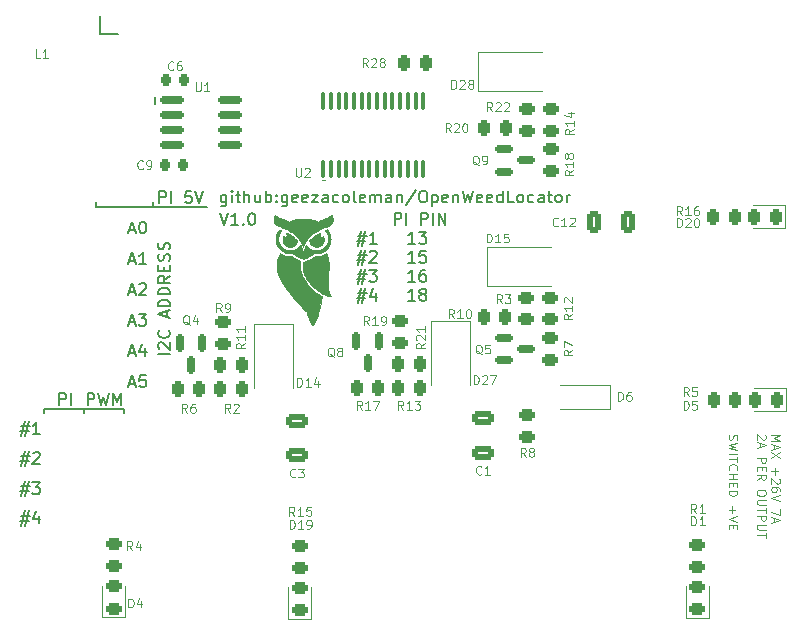
<source format=gto>
G04 #@! TF.GenerationSoftware,KiCad,Pcbnew,6.0.7+dfsg-1+b1*
G04 #@! TF.CreationDate,2022-09-08T18:59:39+01:00*
G04 #@! TF.ProjectId,owl-driver-board,6f776c2d-6472-4697-9665-722d626f6172,rev?*
G04 #@! TF.SameCoordinates,Original*
G04 #@! TF.FileFunction,Legend,Top*
G04 #@! TF.FilePolarity,Positive*
%FSLAX46Y46*%
G04 Gerber Fmt 4.6, Leading zero omitted, Abs format (unit mm)*
G04 Created by KiCad (PCBNEW 6.0.7+dfsg-1+b1) date 2022-09-08 18:59:39*
%MOMM*%
%LPD*%
G01*
G04 APERTURE LIST*
G04 Aperture macros list*
%AMRoundRect*
0 Rectangle with rounded corners*
0 $1 Rounding radius*
0 $2 $3 $4 $5 $6 $7 $8 $9 X,Y pos of 4 corners*
0 Add a 4 corners polygon primitive as box body*
4,1,4,$2,$3,$4,$5,$6,$7,$8,$9,$2,$3,0*
0 Add four circle primitives for the rounded corners*
1,1,$1+$1,$2,$3*
1,1,$1+$1,$4,$5*
1,1,$1+$1,$6,$7*
1,1,$1+$1,$8,$9*
0 Add four rect primitives between the rounded corners*
20,1,$1+$1,$2,$3,$4,$5,0*
20,1,$1+$1,$4,$5,$6,$7,0*
20,1,$1+$1,$6,$7,$8,$9,0*
20,1,$1+$1,$8,$9,$2,$3,0*%
%AMRotRect*
0 Rectangle, with rotation*
0 The origin of the aperture is its center*
0 $1 length*
0 $2 width*
0 $3 Rotation angle, in degrees counterclockwise*
0 Add horizontal line*
21,1,$1,$2,0,0,$3*%
%AMFreePoly0*
4,1,22,0.500000,-0.750000,0.000000,-0.750000,0.000000,-0.745033,-0.079941,-0.743568,-0.215256,-0.701293,-0.333266,-0.622738,-0.424486,-0.514219,-0.481581,-0.384460,-0.499164,-0.250000,-0.500000,-0.250000,-0.500000,0.250000,-0.499164,0.250000,-0.499963,0.256109,-0.478152,0.396186,-0.417904,0.524511,-0.324060,0.630769,-0.204165,0.706417,-0.067858,0.745374,0.000000,0.744959,0.000000,0.750000,
0.500000,0.750000,0.500000,-0.750000,0.500000,-0.750000,$1*%
%AMFreePoly1*
4,1,20,0.000000,0.744959,0.073905,0.744508,0.209726,0.703889,0.328688,0.626782,0.421226,0.519385,0.479903,0.390333,0.500000,0.250000,0.500000,-0.250000,0.499851,-0.262216,0.476331,-0.402017,0.414519,-0.529596,0.319384,-0.634700,0.198574,-0.708877,0.061801,-0.746166,0.000000,-0.745033,0.000000,-0.750000,-0.500000,-0.750000,-0.500000,0.750000,0.000000,0.750000,0.000000,0.744959,
0.000000,0.744959,$1*%
G04 Aperture macros list end*
%ADD10C,0.150000*%
%ADD11C,0.010000*%
%ADD12C,0.120000*%
%ADD13C,6.200000*%
%ADD14R,1.727200X1.727200*%
%ADD15O,1.727200X1.727200*%
%ADD16R,2.500000X1.800000*%
%ADD17RoundRect,0.250000X0.450000X-0.262500X0.450000X0.262500X-0.450000X0.262500X-0.450000X-0.262500X0*%
%ADD18C,2.082800*%
%ADD19RoundRect,0.243750X0.456250X-0.243750X0.456250X0.243750X-0.456250X0.243750X-0.456250X-0.243750X0*%
%ADD20R,6.502400X2.387600*%
%ADD21R,4.495800X2.387600*%
%ADD22RoundRect,0.250000X0.262500X0.450000X-0.262500X0.450000X-0.262500X-0.450000X0.262500X-0.450000X0*%
%ADD23RoundRect,0.225000X-0.225000X-0.250000X0.225000X-0.250000X0.225000X0.250000X-0.225000X0.250000X0*%
%ADD24R,3.600000X2.700000*%
%ADD25R,2.387600X6.502400*%
%ADD26R,2.387600X4.495800*%
%ADD27RoundRect,0.250000X-0.450000X0.262500X-0.450000X-0.262500X0.450000X-0.262500X0.450000X0.262500X0*%
%ADD28RoundRect,0.243750X0.243750X0.456250X-0.243750X0.456250X-0.243750X-0.456250X0.243750X-0.456250X0*%
%ADD29RoundRect,0.150000X-0.150000X0.587500X-0.150000X-0.587500X0.150000X-0.587500X0.150000X0.587500X0*%
%ADD30FreePoly0,0.000000*%
%ADD31FreePoly1,0.000000*%
%ADD32RoundRect,0.250000X-0.325000X-0.650000X0.325000X-0.650000X0.325000X0.650000X-0.325000X0.650000X0*%
%ADD33RoundRect,0.150000X-0.825000X-0.150000X0.825000X-0.150000X0.825000X0.150000X-0.825000X0.150000X0*%
%ADD34RoundRect,0.250000X-0.262500X-0.450000X0.262500X-0.450000X0.262500X0.450000X-0.262500X0.450000X0*%
%ADD35R,1.300000X1.700000*%
%ADD36RoundRect,0.150000X-0.587500X-0.150000X0.587500X-0.150000X0.587500X0.150000X-0.587500X0.150000X0*%
%ADD37RoundRect,0.250000X-0.650000X0.325000X-0.650000X-0.325000X0.650000X-0.325000X0.650000X0.325000X0*%
%ADD38R,1.800000X2.500000*%
%ADD39RoundRect,0.100000X0.100000X-0.637500X0.100000X0.637500X-0.100000X0.637500X-0.100000X-0.637500X0*%
%ADD40RotRect,1.600000X1.600000X335.000000*%
%ADD41C,1.600000*%
G04 APERTURE END LIST*
D10*
X9310714Y-36391666D02*
X9786904Y-36391666D01*
X9215476Y-36677380D02*
X9548809Y-35677380D01*
X9882142Y-36677380D01*
X10691666Y-35677380D02*
X10215476Y-35677380D01*
X10167857Y-36153571D01*
X10215476Y-36105952D01*
X10310714Y-36058333D01*
X10548809Y-36058333D01*
X10644047Y-36105952D01*
X10691666Y-36153571D01*
X10739285Y-36248809D01*
X10739285Y-36486904D01*
X10691666Y-36582142D01*
X10644047Y-36629761D01*
X10548809Y-36677380D01*
X10310714Y-36677380D01*
X10215476Y-36629761D01*
X10167857Y-36582142D01*
X9310714Y-33791666D02*
X9786904Y-33791666D01*
X9215476Y-34077380D02*
X9548809Y-33077380D01*
X9882142Y-34077380D01*
X10644047Y-33410714D02*
X10644047Y-34077380D01*
X10405952Y-33029761D02*
X10167857Y-33744047D01*
X10786904Y-33744047D01*
X9310714Y-31191666D02*
X9786904Y-31191666D01*
X9215476Y-31477380D02*
X9548809Y-30477380D01*
X9882142Y-31477380D01*
X10120238Y-30477380D02*
X10739285Y-30477380D01*
X10405952Y-30858333D01*
X10548809Y-30858333D01*
X10644047Y-30905952D01*
X10691666Y-30953571D01*
X10739285Y-31048809D01*
X10739285Y-31286904D01*
X10691666Y-31382142D01*
X10644047Y-31429761D01*
X10548809Y-31477380D01*
X10263095Y-31477380D01*
X10167857Y-31429761D01*
X10120238Y-31382142D01*
X9310714Y-28616666D02*
X9786904Y-28616666D01*
X9215476Y-28902380D02*
X9548809Y-27902380D01*
X9882142Y-28902380D01*
X10167857Y-27997619D02*
X10215476Y-27950000D01*
X10310714Y-27902380D01*
X10548809Y-27902380D01*
X10644047Y-27950000D01*
X10691666Y-27997619D01*
X10739285Y-28092857D01*
X10739285Y-28188095D01*
X10691666Y-28330952D01*
X10120238Y-28902380D01*
X10739285Y-28902380D01*
X9310714Y-25991666D02*
X9786904Y-25991666D01*
X9215476Y-26277380D02*
X9548809Y-25277380D01*
X9882142Y-26277380D01*
X10739285Y-26277380D02*
X10167857Y-26277380D01*
X10453571Y-26277380D02*
X10453571Y-25277380D01*
X10358333Y-25420238D01*
X10263095Y-25515476D01*
X10167857Y-25563095D01*
X9310714Y-23391666D02*
X9786904Y-23391666D01*
X9215476Y-23677380D02*
X9548809Y-22677380D01*
X9882142Y-23677380D01*
X10405952Y-22677380D02*
X10501190Y-22677380D01*
X10596428Y-22725000D01*
X10644047Y-22772619D01*
X10691666Y-22867857D01*
X10739285Y-23058333D01*
X10739285Y-23296428D01*
X10691666Y-23486904D01*
X10644047Y-23582142D01*
X10596428Y-23629761D01*
X10501190Y-23677380D01*
X10405952Y-23677380D01*
X10310714Y-23629761D01*
X10263095Y-23582142D01*
X10215476Y-23486904D01*
X10167857Y-23296428D01*
X10167857Y-23058333D01*
X10215476Y-22867857D01*
X10263095Y-22772619D01*
X10310714Y-22725000D01*
X10405952Y-22677380D01*
X11864285Y-21102380D02*
X11864285Y-20102380D01*
X12245238Y-20102380D01*
X12340476Y-20150000D01*
X12388095Y-20197619D01*
X12435714Y-20292857D01*
X12435714Y-20435714D01*
X12388095Y-20530952D01*
X12340476Y-20578571D01*
X12245238Y-20626190D01*
X11864285Y-20626190D01*
X12864285Y-21102380D02*
X12864285Y-20102380D01*
X14578571Y-20102380D02*
X14102380Y-20102380D01*
X14054761Y-20578571D01*
X14102380Y-20530952D01*
X14197619Y-20483333D01*
X14435714Y-20483333D01*
X14530952Y-20530952D01*
X14578571Y-20578571D01*
X14626190Y-20673809D01*
X14626190Y-20911904D01*
X14578571Y-21007142D01*
X14530952Y-21054761D01*
X14435714Y-21102380D01*
X14197619Y-21102380D01*
X14102380Y-21054761D01*
X14054761Y-21007142D01*
X14911904Y-20102380D02*
X15245238Y-21102380D01*
X15578571Y-20102380D01*
X164285Y-47560714D02*
X878571Y-47560714D01*
X449999Y-47132142D02*
X164285Y-48417857D01*
X783333Y-47989285D02*
X69047Y-47989285D01*
X497619Y-48417857D02*
X783333Y-47132142D01*
X1640476Y-47560714D02*
X1640476Y-48227380D01*
X1402380Y-47179761D02*
X1164285Y-47894047D01*
X1783333Y-47894047D01*
X164285Y-45085714D02*
X878571Y-45085714D01*
X449999Y-44657142D02*
X164285Y-45942857D01*
X783333Y-45514285D02*
X69047Y-45514285D01*
X497619Y-45942857D02*
X783333Y-44657142D01*
X1116666Y-44752380D02*
X1735714Y-44752380D01*
X1402380Y-45133333D01*
X1545238Y-45133333D01*
X1640476Y-45180952D01*
X1688095Y-45228571D01*
X1735714Y-45323809D01*
X1735714Y-45561904D01*
X1688095Y-45657142D01*
X1640476Y-45704761D01*
X1545238Y-45752380D01*
X1259523Y-45752380D01*
X1164285Y-45704761D01*
X1116666Y-45657142D01*
X164285Y-42510714D02*
X878571Y-42510714D01*
X449999Y-42082142D02*
X164285Y-43367857D01*
X783333Y-42939285D02*
X69047Y-42939285D01*
X497619Y-43367857D02*
X783333Y-42082142D01*
X1164285Y-42272619D02*
X1211904Y-42225000D01*
X1307142Y-42177380D01*
X1545238Y-42177380D01*
X1640476Y-42225000D01*
X1688095Y-42272619D01*
X1735714Y-42367857D01*
X1735714Y-42463095D01*
X1688095Y-42605952D01*
X1116666Y-43177380D01*
X1735714Y-43177380D01*
X164285Y-39985714D02*
X878571Y-39985714D01*
X449999Y-39557142D02*
X164285Y-40842857D01*
X783333Y-40414285D02*
X69047Y-40414285D01*
X497619Y-40842857D02*
X783333Y-39557142D01*
X1735714Y-40652380D02*
X1164285Y-40652380D01*
X1449999Y-40652380D02*
X1449999Y-39652380D01*
X1354761Y-39795238D01*
X1259523Y-39890476D01*
X1164285Y-39938095D01*
D11*
G36*
X25978772Y-25357009D02*
G01*
X25980926Y-25358995D01*
X25986322Y-25366663D01*
X25993022Y-25378864D01*
X26000850Y-25395126D01*
X26009627Y-25414976D01*
X26019179Y-25437940D01*
X26039896Y-25491318D01*
X26061589Y-25551476D01*
X26082842Y-25614630D01*
X26102243Y-25676993D01*
X26110807Y-25706696D01*
X26118378Y-25734782D01*
X26134422Y-25800145D01*
X26148609Y-25865362D01*
X26160958Y-25931052D01*
X26171490Y-25997837D01*
X26180225Y-26066336D01*
X26187185Y-26137170D01*
X26192388Y-26210958D01*
X26195856Y-26288321D01*
X26197609Y-26369880D01*
X26197667Y-26456254D01*
X26196051Y-26548063D01*
X26192780Y-26645929D01*
X26181360Y-26862308D01*
X26163568Y-27110352D01*
X26145254Y-27352721D01*
X26134512Y-27528997D01*
X26131381Y-27604688D01*
X26129424Y-27678663D01*
X26128069Y-27841205D01*
X26129023Y-27959673D01*
X26132200Y-28067956D01*
X26137796Y-28167917D01*
X26146007Y-28261423D01*
X26157029Y-28350337D01*
X26171057Y-28436525D01*
X26188289Y-28521852D01*
X26208919Y-28608182D01*
X26220514Y-28650272D01*
X26235014Y-28697950D01*
X26251544Y-28748740D01*
X26269229Y-28800164D01*
X26287195Y-28849743D01*
X26304568Y-28895000D01*
X26320473Y-28933458D01*
X26334036Y-28962638D01*
X26337651Y-28969818D01*
X26341023Y-28976708D01*
X26344078Y-28983142D01*
X26346743Y-28988957D01*
X26348944Y-28993987D01*
X26350607Y-28998068D01*
X26351659Y-29001037D01*
X26351933Y-29002052D01*
X26352026Y-29002727D01*
X26351962Y-29003513D01*
X26351762Y-29004218D01*
X26351607Y-29004540D01*
X26351414Y-29004841D01*
X26351182Y-29005120D01*
X26350908Y-29005378D01*
X26350592Y-29005614D01*
X26350232Y-29005828D01*
X26349374Y-29006188D01*
X26348323Y-29006456D01*
X26347068Y-29006629D01*
X26345597Y-29006704D01*
X26343899Y-29006681D01*
X26341963Y-29006555D01*
X26339776Y-29006325D01*
X26337329Y-29005988D01*
X26334608Y-29005542D01*
X26331603Y-29004985D01*
X26328303Y-29004314D01*
X26324695Y-29003526D01*
X26320769Y-29002619D01*
X26311917Y-29000441D01*
X26301654Y-28997758D01*
X26289890Y-28994553D01*
X26276532Y-28990805D01*
X26261491Y-28986496D01*
X26244674Y-28981607D01*
X26225990Y-28976117D01*
X26225967Y-28976179D01*
X26156553Y-28954836D01*
X26088113Y-28932021D01*
X26020738Y-28907770D01*
X25954518Y-28882121D01*
X25889546Y-28855109D01*
X25825911Y-28826773D01*
X25763706Y-28797147D01*
X25703022Y-28766269D01*
X25580704Y-28698885D01*
X25460934Y-28626772D01*
X25343950Y-28550170D01*
X25229993Y-28469317D01*
X25119303Y-28384454D01*
X25012120Y-28295818D01*
X24908684Y-28203649D01*
X24809234Y-28108186D01*
X24714010Y-28009668D01*
X24623254Y-27908335D01*
X24537203Y-27804425D01*
X24456099Y-27698177D01*
X24380181Y-27589830D01*
X24309690Y-27479624D01*
X24244865Y-27367798D01*
X24185945Y-27254590D01*
X24161706Y-27204067D01*
X24139152Y-27154631D01*
X24118252Y-27106170D01*
X24098975Y-27058571D01*
X24081292Y-27011723D01*
X24065171Y-26965513D01*
X24050581Y-26919829D01*
X24037492Y-26874559D01*
X24025874Y-26829590D01*
X24015694Y-26784810D01*
X24006924Y-26740108D01*
X23999531Y-26695371D01*
X23993486Y-26650487D01*
X23988757Y-26605343D01*
X23985314Y-26559827D01*
X23983126Y-26513828D01*
X23981843Y-26460366D01*
X23981869Y-26411247D01*
X23983271Y-26365634D01*
X23986121Y-26322689D01*
X23990487Y-26281574D01*
X23996440Y-26241453D01*
X24004050Y-26201487D01*
X24013386Y-26160840D01*
X24028045Y-26101700D01*
X24073635Y-26085490D01*
X24117515Y-26068881D01*
X24173637Y-26046102D01*
X24238548Y-26018672D01*
X24308797Y-25988113D01*
X24451496Y-25923693D01*
X24517041Y-25892874D01*
X24574112Y-25865010D01*
X24636498Y-25833231D01*
X24694773Y-25802420D01*
X24749083Y-25772488D01*
X24799575Y-25743351D01*
X24846396Y-25714920D01*
X24889692Y-25687109D01*
X24929612Y-25659832D01*
X24966301Y-25633001D01*
X25034811Y-25581041D01*
X25096062Y-25590541D01*
X25115400Y-25593092D01*
X25136630Y-25595045D01*
X25159496Y-25596414D01*
X25183746Y-25597213D01*
X25235387Y-25597161D01*
X25289529Y-25595003D01*
X25344146Y-25590858D01*
X25397216Y-25584840D01*
X25422538Y-25581165D01*
X25446713Y-25577066D01*
X25469490Y-25572556D01*
X25490614Y-25567651D01*
X25518605Y-25560200D01*
X25547759Y-25551677D01*
X25608560Y-25531832D01*
X25671028Y-25508956D01*
X25733172Y-25483889D01*
X25793005Y-25457471D01*
X25848537Y-25430541D01*
X25897778Y-25403938D01*
X25919418Y-25391023D01*
X25938740Y-25378504D01*
X25945407Y-25374051D01*
X25951851Y-25369897D01*
X25957913Y-25366132D01*
X25963436Y-25362848D01*
X25968265Y-25360134D01*
X25972241Y-25358084D01*
X25973861Y-25357335D01*
X25975209Y-25356786D01*
X25976265Y-25356449D01*
X25977011Y-25356334D01*
X25978772Y-25357009D01*
G37*
X25978772Y-25357009D02*
X25980926Y-25358995D01*
X25986322Y-25366663D01*
X25993022Y-25378864D01*
X26000850Y-25395126D01*
X26009627Y-25414976D01*
X26019179Y-25437940D01*
X26039896Y-25491318D01*
X26061589Y-25551476D01*
X26082842Y-25614630D01*
X26102243Y-25676993D01*
X26110807Y-25706696D01*
X26118378Y-25734782D01*
X26134422Y-25800145D01*
X26148609Y-25865362D01*
X26160958Y-25931052D01*
X26171490Y-25997837D01*
X26180225Y-26066336D01*
X26187185Y-26137170D01*
X26192388Y-26210958D01*
X26195856Y-26288321D01*
X26197609Y-26369880D01*
X26197667Y-26456254D01*
X26196051Y-26548063D01*
X26192780Y-26645929D01*
X26181360Y-26862308D01*
X26163568Y-27110352D01*
X26145254Y-27352721D01*
X26134512Y-27528997D01*
X26131381Y-27604688D01*
X26129424Y-27678663D01*
X26128069Y-27841205D01*
X26129023Y-27959673D01*
X26132200Y-28067956D01*
X26137796Y-28167917D01*
X26146007Y-28261423D01*
X26157029Y-28350337D01*
X26171057Y-28436525D01*
X26188289Y-28521852D01*
X26208919Y-28608182D01*
X26220514Y-28650272D01*
X26235014Y-28697950D01*
X26251544Y-28748740D01*
X26269229Y-28800164D01*
X26287195Y-28849743D01*
X26304568Y-28895000D01*
X26320473Y-28933458D01*
X26334036Y-28962638D01*
X26337651Y-28969818D01*
X26341023Y-28976708D01*
X26344078Y-28983142D01*
X26346743Y-28988957D01*
X26348944Y-28993987D01*
X26350607Y-28998068D01*
X26351659Y-29001037D01*
X26351933Y-29002052D01*
X26352026Y-29002727D01*
X26351962Y-29003513D01*
X26351762Y-29004218D01*
X26351607Y-29004540D01*
X26351414Y-29004841D01*
X26351182Y-29005120D01*
X26350908Y-29005378D01*
X26350592Y-29005614D01*
X26350232Y-29005828D01*
X26349374Y-29006188D01*
X26348323Y-29006456D01*
X26347068Y-29006629D01*
X26345597Y-29006704D01*
X26343899Y-29006681D01*
X26341963Y-29006555D01*
X26339776Y-29006325D01*
X26337329Y-29005988D01*
X26334608Y-29005542D01*
X26331603Y-29004985D01*
X26328303Y-29004314D01*
X26324695Y-29003526D01*
X26320769Y-29002619D01*
X26311917Y-29000441D01*
X26301654Y-28997758D01*
X26289890Y-28994553D01*
X26276532Y-28990805D01*
X26261491Y-28986496D01*
X26244674Y-28981607D01*
X26225990Y-28976117D01*
X26225967Y-28976179D01*
X26156553Y-28954836D01*
X26088113Y-28932021D01*
X26020738Y-28907770D01*
X25954518Y-28882121D01*
X25889546Y-28855109D01*
X25825911Y-28826773D01*
X25763706Y-28797147D01*
X25703022Y-28766269D01*
X25580704Y-28698885D01*
X25460934Y-28626772D01*
X25343950Y-28550170D01*
X25229993Y-28469317D01*
X25119303Y-28384454D01*
X25012120Y-28295818D01*
X24908684Y-28203649D01*
X24809234Y-28108186D01*
X24714010Y-28009668D01*
X24623254Y-27908335D01*
X24537203Y-27804425D01*
X24456099Y-27698177D01*
X24380181Y-27589830D01*
X24309690Y-27479624D01*
X24244865Y-27367798D01*
X24185945Y-27254590D01*
X24161706Y-27204067D01*
X24139152Y-27154631D01*
X24118252Y-27106170D01*
X24098975Y-27058571D01*
X24081292Y-27011723D01*
X24065171Y-26965513D01*
X24050581Y-26919829D01*
X24037492Y-26874559D01*
X24025874Y-26829590D01*
X24015694Y-26784810D01*
X24006924Y-26740108D01*
X23999531Y-26695371D01*
X23993486Y-26650487D01*
X23988757Y-26605343D01*
X23985314Y-26559827D01*
X23983126Y-26513828D01*
X23981843Y-26460366D01*
X23981869Y-26411247D01*
X23983271Y-26365634D01*
X23986121Y-26322689D01*
X23990487Y-26281574D01*
X23996440Y-26241453D01*
X24004050Y-26201487D01*
X24013386Y-26160840D01*
X24028045Y-26101700D01*
X24073635Y-26085490D01*
X24117515Y-26068881D01*
X24173637Y-26046102D01*
X24238548Y-26018672D01*
X24308797Y-25988113D01*
X24451496Y-25923693D01*
X24517041Y-25892874D01*
X24574112Y-25865010D01*
X24636498Y-25833231D01*
X24694773Y-25802420D01*
X24749083Y-25772488D01*
X24799575Y-25743351D01*
X24846396Y-25714920D01*
X24889692Y-25687109D01*
X24929612Y-25659832D01*
X24966301Y-25633001D01*
X25034811Y-25581041D01*
X25096062Y-25590541D01*
X25115400Y-25593092D01*
X25136630Y-25595045D01*
X25159496Y-25596414D01*
X25183746Y-25597213D01*
X25235387Y-25597161D01*
X25289529Y-25595003D01*
X25344146Y-25590858D01*
X25397216Y-25584840D01*
X25422538Y-25581165D01*
X25446713Y-25577066D01*
X25469490Y-25572556D01*
X25490614Y-25567651D01*
X25518605Y-25560200D01*
X25547759Y-25551677D01*
X25608560Y-25531832D01*
X25671028Y-25508956D01*
X25733172Y-25483889D01*
X25793005Y-25457471D01*
X25848537Y-25430541D01*
X25897778Y-25403938D01*
X25919418Y-25391023D01*
X25938740Y-25378504D01*
X25945407Y-25374051D01*
X25951851Y-25369897D01*
X25957913Y-25366132D01*
X25963436Y-25362848D01*
X25968265Y-25360134D01*
X25972241Y-25358084D01*
X25973861Y-25357335D01*
X25975209Y-25356786D01*
X25976265Y-25356449D01*
X25977011Y-25356334D01*
X25978772Y-25357009D01*
G36*
X22082852Y-25360996D02*
G01*
X22084089Y-25361104D01*
X22085408Y-25361316D01*
X22086814Y-25361633D01*
X22088311Y-25362058D01*
X22089905Y-25362591D01*
X22091600Y-25363234D01*
X22093401Y-25363989D01*
X22095313Y-25364858D01*
X22097341Y-25365843D01*
X22099488Y-25366945D01*
X22101761Y-25368165D01*
X22104164Y-25369506D01*
X22106702Y-25370970D01*
X22112201Y-25374270D01*
X22118297Y-25378080D01*
X22125027Y-25382412D01*
X22132431Y-25387280D01*
X22145387Y-25395518D01*
X22160523Y-25404515D01*
X22196191Y-25424240D01*
X22237147Y-25445370D01*
X22281106Y-25466818D01*
X22325781Y-25487498D01*
X22368886Y-25506322D01*
X22408135Y-25522204D01*
X22425599Y-25528702D01*
X22441242Y-25534058D01*
X22477574Y-25545268D01*
X22514088Y-25555450D01*
X22550703Y-25564594D01*
X22587336Y-25572695D01*
X22623903Y-25579743D01*
X22660322Y-25585731D01*
X22696509Y-25590653D01*
X22732383Y-25594499D01*
X22767859Y-25597262D01*
X22802856Y-25598935D01*
X22837290Y-25599511D01*
X22871079Y-25598980D01*
X22904139Y-25597336D01*
X22936387Y-25594571D01*
X22967742Y-25590677D01*
X22998119Y-25585648D01*
X23003031Y-25584812D01*
X23007623Y-25584247D01*
X23009828Y-25584080D01*
X23011987Y-25583998D01*
X23014114Y-25584006D01*
X23016218Y-25584109D01*
X23018312Y-25584314D01*
X23020408Y-25584625D01*
X23022518Y-25585049D01*
X23024652Y-25585591D01*
X23026823Y-25586256D01*
X23029042Y-25587051D01*
X23031322Y-25587980D01*
X23033673Y-25589050D01*
X23036107Y-25590265D01*
X23038637Y-25591632D01*
X23041273Y-25593156D01*
X23044028Y-25594842D01*
X23049940Y-25598726D01*
X23056466Y-25603327D01*
X23063700Y-25608690D01*
X23071734Y-25614859D01*
X23080663Y-25621881D01*
X23090580Y-25629798D01*
X23113360Y-25647516D01*
X23138193Y-25665768D01*
X23164987Y-25684501D01*
X23193648Y-25703661D01*
X23256201Y-25743053D01*
X23325107Y-25783520D01*
X23399621Y-25824639D01*
X23478998Y-25865987D01*
X23562494Y-25907139D01*
X23649364Y-25947673D01*
X23722855Y-25981307D01*
X23745840Y-25992038D01*
X23755028Y-25996572D01*
X23755148Y-25996811D01*
X23755229Y-25997299D01*
X23755275Y-25998994D01*
X23755171Y-26001608D01*
X23754925Y-26005089D01*
X23754029Y-26014448D01*
X23752637Y-26026664D01*
X23750798Y-26041329D01*
X23748564Y-26058036D01*
X23745983Y-26076376D01*
X23743107Y-26095942D01*
X23734818Y-26161969D01*
X23729667Y-26229309D01*
X23727644Y-26297903D01*
X23728735Y-26367689D01*
X23732928Y-26438606D01*
X23740212Y-26510595D01*
X23750573Y-26583593D01*
X23763999Y-26657539D01*
X23780479Y-26732374D01*
X23800000Y-26808036D01*
X23822550Y-26884464D01*
X23848116Y-26961597D01*
X23876687Y-27039374D01*
X23908250Y-27117735D01*
X23942792Y-27196618D01*
X23980303Y-27275963D01*
X24030102Y-27373772D01*
X24082863Y-27470000D01*
X24138640Y-27564708D01*
X24197483Y-27657959D01*
X24259446Y-27749815D01*
X24324580Y-27840338D01*
X24392937Y-27929589D01*
X24464570Y-28017632D01*
X24539530Y-28104528D01*
X24617869Y-28190340D01*
X24699640Y-28275130D01*
X24784895Y-28358959D01*
X24873685Y-28441890D01*
X24966064Y-28523985D01*
X25062082Y-28605307D01*
X25161793Y-28685917D01*
X25200728Y-28715627D01*
X25247325Y-28749388D01*
X25300072Y-28786192D01*
X25357459Y-28825029D01*
X25417974Y-28864891D01*
X25480106Y-28904771D01*
X25542344Y-28943659D01*
X25603178Y-28980547D01*
X25607935Y-28983443D01*
X25612239Y-28986191D01*
X25616103Y-28988811D01*
X25619543Y-28991323D01*
X25622572Y-28993745D01*
X25625205Y-28996096D01*
X25627456Y-28998396D01*
X25629340Y-29000663D01*
X25630149Y-29001791D01*
X25630871Y-29002918D01*
X25631509Y-29004046D01*
X25632065Y-29005179D01*
X25632539Y-29006317D01*
X25632934Y-29007465D01*
X25633252Y-29008624D01*
X25633494Y-29009796D01*
X25633662Y-29010984D01*
X25633759Y-29012190D01*
X25633785Y-29013417D01*
X25633743Y-29014667D01*
X25633462Y-29017247D01*
X25632929Y-29019947D01*
X25627892Y-29044265D01*
X25617534Y-29096445D01*
X25586868Y-29253709D01*
X25528610Y-29536481D01*
X25461243Y-29834050D01*
X25391528Y-30117751D01*
X25357904Y-30245444D01*
X25326227Y-30358920D01*
X25256256Y-30589225D01*
X25187344Y-30793129D01*
X25153443Y-30884851D01*
X25119997Y-30969579D01*
X25087069Y-31047179D01*
X25054721Y-31117520D01*
X25023018Y-31180472D01*
X24992023Y-31235901D01*
X24961798Y-31283677D01*
X24932407Y-31323668D01*
X24903914Y-31355742D01*
X24876382Y-31379768D01*
X24849873Y-31395614D01*
X24824451Y-31403148D01*
X24818535Y-31403905D01*
X24813211Y-31404459D01*
X24808390Y-31404762D01*
X24806140Y-31404806D01*
X24803983Y-31404769D01*
X24801908Y-31404647D01*
X24799903Y-31404433D01*
X24797957Y-31404121D01*
X24796060Y-31403706D01*
X24794199Y-31403182D01*
X24792365Y-31402543D01*
X24790545Y-31401783D01*
X24788729Y-31400896D01*
X24786906Y-31399877D01*
X24785065Y-31398720D01*
X24783194Y-31397419D01*
X24781282Y-31395967D01*
X24779319Y-31394360D01*
X24777293Y-31392592D01*
X24773008Y-31388547D01*
X24768340Y-31383785D01*
X24763198Y-31378261D01*
X24757494Y-31371927D01*
X24751140Y-31364737D01*
X24751154Y-31364751D01*
X24735772Y-31345925D01*
X24719890Y-31323841D01*
X24703525Y-31298536D01*
X24686694Y-31270051D01*
X24669415Y-31238425D01*
X24651705Y-31203698D01*
X24633582Y-31165908D01*
X24615063Y-31125096D01*
X24596165Y-31081301D01*
X24576906Y-31034562D01*
X24557304Y-30984918D01*
X24537375Y-30932410D01*
X24517137Y-30877077D01*
X24496608Y-30818957D01*
X24454746Y-30694518D01*
X24401075Y-30531358D01*
X24362245Y-30415549D01*
X24333986Y-30333459D01*
X24052873Y-30044160D01*
X23860240Y-29844567D01*
X23699292Y-29674043D01*
X23542759Y-29503271D01*
X23363373Y-29302937D01*
X23268155Y-29194843D01*
X23176057Y-29087675D01*
X23069422Y-28960625D01*
X22930595Y-28792885D01*
X22883520Y-28734059D01*
X22824855Y-28658080D01*
X22688423Y-28475918D01*
X22552645Y-28288907D01*
X22494797Y-28206868D01*
X22448866Y-28139558D01*
X22379979Y-28034087D01*
X22315167Y-27931054D01*
X22254365Y-27830314D01*
X22197510Y-27731721D01*
X22144537Y-27635129D01*
X22095383Y-27540392D01*
X22049982Y-27447364D01*
X22008271Y-27355899D01*
X21970186Y-27265852D01*
X21935663Y-27177076D01*
X21904638Y-27089426D01*
X21877046Y-27002757D01*
X21852823Y-26916921D01*
X21831906Y-26831774D01*
X21814229Y-26747168D01*
X21799730Y-26662960D01*
X21795557Y-26632457D01*
X21791997Y-26599456D01*
X21786707Y-26527409D01*
X21783833Y-26449727D01*
X21783350Y-26369315D01*
X21785234Y-26289079D01*
X21789459Y-26211926D01*
X21795999Y-26140762D01*
X21800130Y-26108333D01*
X21804830Y-26078492D01*
X21815064Y-26023766D01*
X21826245Y-25971049D01*
X21838495Y-25919920D01*
X21851933Y-25869958D01*
X21866679Y-25820742D01*
X21882853Y-25771850D01*
X21900574Y-25722861D01*
X21919962Y-25673353D01*
X21935536Y-25636697D01*
X21954398Y-25595012D01*
X21975418Y-25550562D01*
X21997464Y-25505615D01*
X22019406Y-25462436D01*
X22040112Y-25423290D01*
X22058451Y-25390443D01*
X22073292Y-25366160D01*
X22073942Y-25365240D01*
X22074622Y-25364406D01*
X22075336Y-25363657D01*
X22076089Y-25362998D01*
X22076886Y-25362428D01*
X22077731Y-25361950D01*
X22078629Y-25361565D01*
X22079586Y-25361276D01*
X22080605Y-25361084D01*
X22081693Y-25360990D01*
X22082852Y-25360996D01*
G37*
X22082852Y-25360996D02*
X22084089Y-25361104D01*
X22085408Y-25361316D01*
X22086814Y-25361633D01*
X22088311Y-25362058D01*
X22089905Y-25362591D01*
X22091600Y-25363234D01*
X22093401Y-25363989D01*
X22095313Y-25364858D01*
X22097341Y-25365843D01*
X22099488Y-25366945D01*
X22101761Y-25368165D01*
X22104164Y-25369506D01*
X22106702Y-25370970D01*
X22112201Y-25374270D01*
X22118297Y-25378080D01*
X22125027Y-25382412D01*
X22132431Y-25387280D01*
X22145387Y-25395518D01*
X22160523Y-25404515D01*
X22196191Y-25424240D01*
X22237147Y-25445370D01*
X22281106Y-25466818D01*
X22325781Y-25487498D01*
X22368886Y-25506322D01*
X22408135Y-25522204D01*
X22425599Y-25528702D01*
X22441242Y-25534058D01*
X22477574Y-25545268D01*
X22514088Y-25555450D01*
X22550703Y-25564594D01*
X22587336Y-25572695D01*
X22623903Y-25579743D01*
X22660322Y-25585731D01*
X22696509Y-25590653D01*
X22732383Y-25594499D01*
X22767859Y-25597262D01*
X22802856Y-25598935D01*
X22837290Y-25599511D01*
X22871079Y-25598980D01*
X22904139Y-25597336D01*
X22936387Y-25594571D01*
X22967742Y-25590677D01*
X22998119Y-25585648D01*
X23003031Y-25584812D01*
X23007623Y-25584247D01*
X23009828Y-25584080D01*
X23011987Y-25583998D01*
X23014114Y-25584006D01*
X23016218Y-25584109D01*
X23018312Y-25584314D01*
X23020408Y-25584625D01*
X23022518Y-25585049D01*
X23024652Y-25585591D01*
X23026823Y-25586256D01*
X23029042Y-25587051D01*
X23031322Y-25587980D01*
X23033673Y-25589050D01*
X23036107Y-25590265D01*
X23038637Y-25591632D01*
X23041273Y-25593156D01*
X23044028Y-25594842D01*
X23049940Y-25598726D01*
X23056466Y-25603327D01*
X23063700Y-25608690D01*
X23071734Y-25614859D01*
X23080663Y-25621881D01*
X23090580Y-25629798D01*
X23113360Y-25647516D01*
X23138193Y-25665768D01*
X23164987Y-25684501D01*
X23193648Y-25703661D01*
X23256201Y-25743053D01*
X23325107Y-25783520D01*
X23399621Y-25824639D01*
X23478998Y-25865987D01*
X23562494Y-25907139D01*
X23649364Y-25947673D01*
X23722855Y-25981307D01*
X23745840Y-25992038D01*
X23755028Y-25996572D01*
X23755148Y-25996811D01*
X23755229Y-25997299D01*
X23755275Y-25998994D01*
X23755171Y-26001608D01*
X23754925Y-26005089D01*
X23754029Y-26014448D01*
X23752637Y-26026664D01*
X23750798Y-26041329D01*
X23748564Y-26058036D01*
X23745983Y-26076376D01*
X23743107Y-26095942D01*
X23734818Y-26161969D01*
X23729667Y-26229309D01*
X23727644Y-26297903D01*
X23728735Y-26367689D01*
X23732928Y-26438606D01*
X23740212Y-26510595D01*
X23750573Y-26583593D01*
X23763999Y-26657539D01*
X23780479Y-26732374D01*
X23800000Y-26808036D01*
X23822550Y-26884464D01*
X23848116Y-26961597D01*
X23876687Y-27039374D01*
X23908250Y-27117735D01*
X23942792Y-27196618D01*
X23980303Y-27275963D01*
X24030102Y-27373772D01*
X24082863Y-27470000D01*
X24138640Y-27564708D01*
X24197483Y-27657959D01*
X24259446Y-27749815D01*
X24324580Y-27840338D01*
X24392937Y-27929589D01*
X24464570Y-28017632D01*
X24539530Y-28104528D01*
X24617869Y-28190340D01*
X24699640Y-28275130D01*
X24784895Y-28358959D01*
X24873685Y-28441890D01*
X24966064Y-28523985D01*
X25062082Y-28605307D01*
X25161793Y-28685917D01*
X25200728Y-28715627D01*
X25247325Y-28749388D01*
X25300072Y-28786192D01*
X25357459Y-28825029D01*
X25417974Y-28864891D01*
X25480106Y-28904771D01*
X25542344Y-28943659D01*
X25603178Y-28980547D01*
X25607935Y-28983443D01*
X25612239Y-28986191D01*
X25616103Y-28988811D01*
X25619543Y-28991323D01*
X25622572Y-28993745D01*
X25625205Y-28996096D01*
X25627456Y-28998396D01*
X25629340Y-29000663D01*
X25630149Y-29001791D01*
X25630871Y-29002918D01*
X25631509Y-29004046D01*
X25632065Y-29005179D01*
X25632539Y-29006317D01*
X25632934Y-29007465D01*
X25633252Y-29008624D01*
X25633494Y-29009796D01*
X25633662Y-29010984D01*
X25633759Y-29012190D01*
X25633785Y-29013417D01*
X25633743Y-29014667D01*
X25633462Y-29017247D01*
X25632929Y-29019947D01*
X25627892Y-29044265D01*
X25617534Y-29096445D01*
X25586868Y-29253709D01*
X25528610Y-29536481D01*
X25461243Y-29834050D01*
X25391528Y-30117751D01*
X25357904Y-30245444D01*
X25326227Y-30358920D01*
X25256256Y-30589225D01*
X25187344Y-30793129D01*
X25153443Y-30884851D01*
X25119997Y-30969579D01*
X25087069Y-31047179D01*
X25054721Y-31117520D01*
X25023018Y-31180472D01*
X24992023Y-31235901D01*
X24961798Y-31283677D01*
X24932407Y-31323668D01*
X24903914Y-31355742D01*
X24876382Y-31379768D01*
X24849873Y-31395614D01*
X24824451Y-31403148D01*
X24818535Y-31403905D01*
X24813211Y-31404459D01*
X24808390Y-31404762D01*
X24806140Y-31404806D01*
X24803983Y-31404769D01*
X24801908Y-31404647D01*
X24799903Y-31404433D01*
X24797957Y-31404121D01*
X24796060Y-31403706D01*
X24794199Y-31403182D01*
X24792365Y-31402543D01*
X24790545Y-31401783D01*
X24788729Y-31400896D01*
X24786906Y-31399877D01*
X24785065Y-31398720D01*
X24783194Y-31397419D01*
X24781282Y-31395967D01*
X24779319Y-31394360D01*
X24777293Y-31392592D01*
X24773008Y-31388547D01*
X24768340Y-31383785D01*
X24763198Y-31378261D01*
X24757494Y-31371927D01*
X24751140Y-31364737D01*
X24751154Y-31364751D01*
X24735772Y-31345925D01*
X24719890Y-31323841D01*
X24703525Y-31298536D01*
X24686694Y-31270051D01*
X24669415Y-31238425D01*
X24651705Y-31203698D01*
X24633582Y-31165908D01*
X24615063Y-31125096D01*
X24596165Y-31081301D01*
X24576906Y-31034562D01*
X24557304Y-30984918D01*
X24537375Y-30932410D01*
X24517137Y-30877077D01*
X24496608Y-30818957D01*
X24454746Y-30694518D01*
X24401075Y-30531358D01*
X24362245Y-30415549D01*
X24333986Y-30333459D01*
X24052873Y-30044160D01*
X23860240Y-29844567D01*
X23699292Y-29674043D01*
X23542759Y-29503271D01*
X23363373Y-29302937D01*
X23268155Y-29194843D01*
X23176057Y-29087675D01*
X23069422Y-28960625D01*
X22930595Y-28792885D01*
X22883520Y-28734059D01*
X22824855Y-28658080D01*
X22688423Y-28475918D01*
X22552645Y-28288907D01*
X22494797Y-28206868D01*
X22448866Y-28139558D01*
X22379979Y-28034087D01*
X22315167Y-27931054D01*
X22254365Y-27830314D01*
X22197510Y-27731721D01*
X22144537Y-27635129D01*
X22095383Y-27540392D01*
X22049982Y-27447364D01*
X22008271Y-27355899D01*
X21970186Y-27265852D01*
X21935663Y-27177076D01*
X21904638Y-27089426D01*
X21877046Y-27002757D01*
X21852823Y-26916921D01*
X21831906Y-26831774D01*
X21814229Y-26747168D01*
X21799730Y-26662960D01*
X21795557Y-26632457D01*
X21791997Y-26599456D01*
X21786707Y-26527409D01*
X21783833Y-26449727D01*
X21783350Y-26369315D01*
X21785234Y-26289079D01*
X21789459Y-26211926D01*
X21795999Y-26140762D01*
X21800130Y-26108333D01*
X21804830Y-26078492D01*
X21815064Y-26023766D01*
X21826245Y-25971049D01*
X21838495Y-25919920D01*
X21851933Y-25869958D01*
X21866679Y-25820742D01*
X21882853Y-25771850D01*
X21900574Y-25722861D01*
X21919962Y-25673353D01*
X21935536Y-25636697D01*
X21954398Y-25595012D01*
X21975418Y-25550562D01*
X21997464Y-25505615D01*
X22019406Y-25462436D01*
X22040112Y-25423290D01*
X22058451Y-25390443D01*
X22073292Y-25366160D01*
X22073942Y-25365240D01*
X22074622Y-25364406D01*
X22075336Y-25363657D01*
X22076089Y-25362998D01*
X22076886Y-25362428D01*
X22077731Y-25361950D01*
X22078629Y-25361565D01*
X22079586Y-25361276D01*
X22080605Y-25361084D01*
X22081693Y-25360990D01*
X22082852Y-25360996D01*
D10*
X6500000Y-21000000D02*
X6500000Y-21400000D01*
D11*
G36*
X21654581Y-22127700D02*
G01*
X21683089Y-22150832D01*
X21711157Y-22172638D01*
X21739006Y-22193235D01*
X21766857Y-22212738D01*
X21794932Y-22231262D01*
X21823451Y-22248924D01*
X21852636Y-22265839D01*
X21882708Y-22282123D01*
X21913887Y-22297892D01*
X21946396Y-22313260D01*
X21980455Y-22328345D01*
X22016286Y-22343262D01*
X22054109Y-22358125D01*
X22094145Y-22373052D01*
X22136616Y-22388158D01*
X22181743Y-22403559D01*
X22253442Y-22428225D01*
X22326272Y-22454389D01*
X22391719Y-22478927D01*
X22441267Y-22498716D01*
X22482429Y-22516892D01*
X22530196Y-22539249D01*
X22581508Y-22564225D01*
X22633306Y-22590260D01*
X22682530Y-22615791D01*
X22726121Y-22639257D01*
X22761019Y-22659095D01*
X22784164Y-22673744D01*
X22809364Y-22691635D01*
X22905174Y-22646694D01*
X22995911Y-22606677D01*
X23089564Y-22570319D01*
X23185881Y-22537650D01*
X23284613Y-22508696D01*
X23385509Y-22483487D01*
X23488320Y-22462049D01*
X23592794Y-22444411D01*
X23698683Y-22430600D01*
X23805735Y-22420645D01*
X23913701Y-22414573D01*
X24022330Y-22412413D01*
X24131371Y-22414192D01*
X24240576Y-22419938D01*
X24349694Y-22429680D01*
X24458473Y-22443444D01*
X24566665Y-22461260D01*
X24642339Y-22476206D01*
X24715994Y-22492858D01*
X24788251Y-22511406D01*
X24859731Y-22532038D01*
X24931056Y-22554944D01*
X25002846Y-22580314D01*
X25075724Y-22608336D01*
X25150310Y-22639201D01*
X25268602Y-22689786D01*
X25369564Y-22631529D01*
X25419875Y-22603461D01*
X25472341Y-22576073D01*
X25526932Y-22549377D01*
X25583616Y-22523389D01*
X25642363Y-22498121D01*
X25703141Y-22473587D01*
X25765921Y-22449801D01*
X25830671Y-22426777D01*
X25937397Y-22389123D01*
X26028448Y-22354805D01*
X26106511Y-22322475D01*
X26141511Y-22306635D01*
X26174273Y-22290787D01*
X26205131Y-22274764D01*
X26234422Y-22258396D01*
X26262482Y-22241515D01*
X26289646Y-22223954D01*
X26316251Y-22205543D01*
X26342632Y-22186115D01*
X26396066Y-22143534D01*
X26416162Y-22126803D01*
X26424277Y-22120342D01*
X26427916Y-22117620D01*
X26431301Y-22115249D01*
X26434451Y-22113240D01*
X26437384Y-22111602D01*
X26440119Y-22110344D01*
X26442675Y-22109475D01*
X26445071Y-22109006D01*
X26447324Y-22108944D01*
X26449454Y-22109301D01*
X26451479Y-22110084D01*
X26453418Y-22111305D01*
X26455290Y-22112971D01*
X26457113Y-22115093D01*
X26458906Y-22117680D01*
X26460687Y-22120742D01*
X26462475Y-22124287D01*
X26464290Y-22128325D01*
X26466149Y-22132866D01*
X26470074Y-22143494D01*
X26474401Y-22156245D01*
X26484857Y-22188421D01*
X26501601Y-22244647D01*
X26515034Y-22299998D01*
X26525179Y-22354334D01*
X26532058Y-22407515D01*
X26535695Y-22459402D01*
X26536111Y-22509857D01*
X26533330Y-22558740D01*
X26527375Y-22605911D01*
X26518267Y-22651231D01*
X26506030Y-22694561D01*
X26490686Y-22735762D01*
X26472258Y-22774694D01*
X26450769Y-22811218D01*
X26426241Y-22845195D01*
X26398697Y-22876485D01*
X26368160Y-22904950D01*
X26355113Y-22915721D01*
X26342157Y-22925934D01*
X26329201Y-22935640D01*
X26316148Y-22944888D01*
X26302906Y-22953729D01*
X26289380Y-22962212D01*
X26275477Y-22970389D01*
X26261102Y-22978308D01*
X26246162Y-22986021D01*
X26230562Y-22993577D01*
X26214208Y-23001026D01*
X26197007Y-23008418D01*
X26178865Y-23015804D01*
X26159687Y-23023233D01*
X26139380Y-23030757D01*
X26117849Y-23038424D01*
X25951684Y-23099325D01*
X25790283Y-23164063D01*
X25634318Y-23232303D01*
X25484458Y-23303712D01*
X25341374Y-23377956D01*
X25205737Y-23454703D01*
X25078217Y-23533619D01*
X24959484Y-23614369D01*
X24875891Y-23676011D01*
X24796044Y-23738778D01*
X24719928Y-23802689D01*
X24647526Y-23867766D01*
X24578821Y-23934030D01*
X24513798Y-24001501D01*
X24452439Y-24070199D01*
X24394730Y-24140146D01*
X24340652Y-24211361D01*
X24290191Y-24283866D01*
X24243330Y-24357681D01*
X24200052Y-24432827D01*
X24160341Y-24509323D01*
X24124180Y-24587192D01*
X24091554Y-24666453D01*
X24062446Y-24747128D01*
X24029497Y-24845158D01*
X23994970Y-24738638D01*
X23962514Y-24647581D01*
X23924612Y-24557638D01*
X23881331Y-24468882D01*
X23832735Y-24381387D01*
X23778888Y-24295226D01*
X23719857Y-24210472D01*
X23655704Y-24127199D01*
X23586496Y-24045478D01*
X23512297Y-23965385D01*
X23433173Y-23886991D01*
X23349187Y-23810371D01*
X23260405Y-23735597D01*
X23166891Y-23662743D01*
X23068712Y-23591881D01*
X22965930Y-23523086D01*
X22858612Y-23456429D01*
X22757922Y-23398265D01*
X22652676Y-23341521D01*
X22543148Y-23286323D01*
X22429612Y-23232796D01*
X22312340Y-23181063D01*
X22191607Y-23131251D01*
X22067687Y-23083483D01*
X21940853Y-23037886D01*
X21889960Y-23018813D01*
X21842709Y-22998135D01*
X21799050Y-22975788D01*
X21778553Y-22963968D01*
X21758936Y-22951707D01*
X21740193Y-22938996D01*
X21722318Y-22925828D01*
X21705305Y-22912195D01*
X21689147Y-22898088D01*
X21673839Y-22883500D01*
X21659375Y-22868422D01*
X21645748Y-22852846D01*
X21632952Y-22836766D01*
X21620982Y-22820171D01*
X21609831Y-22803055D01*
X21599493Y-22785409D01*
X21589962Y-22767226D01*
X21581232Y-22748496D01*
X21573297Y-22729214D01*
X21566151Y-22709369D01*
X21559788Y-22688955D01*
X21554201Y-22667963D01*
X21549385Y-22646385D01*
X21545334Y-22624214D01*
X21542041Y-22601440D01*
X21537705Y-22554056D01*
X21536331Y-22504168D01*
X21536917Y-22461502D01*
X21537638Y-22441793D01*
X21538687Y-22422923D01*
X21540093Y-22404706D01*
X21541886Y-22386958D01*
X21544099Y-22369496D01*
X21546761Y-22352136D01*
X21549903Y-22334693D01*
X21553556Y-22316983D01*
X21557750Y-22298822D01*
X21562516Y-22280027D01*
X21573886Y-22239797D01*
X21587911Y-22194818D01*
X21619051Y-22098299D01*
X21654581Y-22127700D01*
G37*
X21654581Y-22127700D02*
X21683089Y-22150832D01*
X21711157Y-22172638D01*
X21739006Y-22193235D01*
X21766857Y-22212738D01*
X21794932Y-22231262D01*
X21823451Y-22248924D01*
X21852636Y-22265839D01*
X21882708Y-22282123D01*
X21913887Y-22297892D01*
X21946396Y-22313260D01*
X21980455Y-22328345D01*
X22016286Y-22343262D01*
X22054109Y-22358125D01*
X22094145Y-22373052D01*
X22136616Y-22388158D01*
X22181743Y-22403559D01*
X22253442Y-22428225D01*
X22326272Y-22454389D01*
X22391719Y-22478927D01*
X22441267Y-22498716D01*
X22482429Y-22516892D01*
X22530196Y-22539249D01*
X22581508Y-22564225D01*
X22633306Y-22590260D01*
X22682530Y-22615791D01*
X22726121Y-22639257D01*
X22761019Y-22659095D01*
X22784164Y-22673744D01*
X22809364Y-22691635D01*
X22905174Y-22646694D01*
X22995911Y-22606677D01*
X23089564Y-22570319D01*
X23185881Y-22537650D01*
X23284613Y-22508696D01*
X23385509Y-22483487D01*
X23488320Y-22462049D01*
X23592794Y-22444411D01*
X23698683Y-22430600D01*
X23805735Y-22420645D01*
X23913701Y-22414573D01*
X24022330Y-22412413D01*
X24131371Y-22414192D01*
X24240576Y-22419938D01*
X24349694Y-22429680D01*
X24458473Y-22443444D01*
X24566665Y-22461260D01*
X24642339Y-22476206D01*
X24715994Y-22492858D01*
X24788251Y-22511406D01*
X24859731Y-22532038D01*
X24931056Y-22554944D01*
X25002846Y-22580314D01*
X25075724Y-22608336D01*
X25150310Y-22639201D01*
X25268602Y-22689786D01*
X25369564Y-22631529D01*
X25419875Y-22603461D01*
X25472341Y-22576073D01*
X25526932Y-22549377D01*
X25583616Y-22523389D01*
X25642363Y-22498121D01*
X25703141Y-22473587D01*
X25765921Y-22449801D01*
X25830671Y-22426777D01*
X25937397Y-22389123D01*
X26028448Y-22354805D01*
X26106511Y-22322475D01*
X26141511Y-22306635D01*
X26174273Y-22290787D01*
X26205131Y-22274764D01*
X26234422Y-22258396D01*
X26262482Y-22241515D01*
X26289646Y-22223954D01*
X26316251Y-22205543D01*
X26342632Y-22186115D01*
X26396066Y-22143534D01*
X26416162Y-22126803D01*
X26424277Y-22120342D01*
X26427916Y-22117620D01*
X26431301Y-22115249D01*
X26434451Y-22113240D01*
X26437384Y-22111602D01*
X26440119Y-22110344D01*
X26442675Y-22109475D01*
X26445071Y-22109006D01*
X26447324Y-22108944D01*
X26449454Y-22109301D01*
X26451479Y-22110084D01*
X26453418Y-22111305D01*
X26455290Y-22112971D01*
X26457113Y-22115093D01*
X26458906Y-22117680D01*
X26460687Y-22120742D01*
X26462475Y-22124287D01*
X26464290Y-22128325D01*
X26466149Y-22132866D01*
X26470074Y-22143494D01*
X26474401Y-22156245D01*
X26484857Y-22188421D01*
X26501601Y-22244647D01*
X26515034Y-22299998D01*
X26525179Y-22354334D01*
X26532058Y-22407515D01*
X26535695Y-22459402D01*
X26536111Y-22509857D01*
X26533330Y-22558740D01*
X26527375Y-22605911D01*
X26518267Y-22651231D01*
X26506030Y-22694561D01*
X26490686Y-22735762D01*
X26472258Y-22774694D01*
X26450769Y-22811218D01*
X26426241Y-22845195D01*
X26398697Y-22876485D01*
X26368160Y-22904950D01*
X26355113Y-22915721D01*
X26342157Y-22925934D01*
X26329201Y-22935640D01*
X26316148Y-22944888D01*
X26302906Y-22953729D01*
X26289380Y-22962212D01*
X26275477Y-22970389D01*
X26261102Y-22978308D01*
X26246162Y-22986021D01*
X26230562Y-22993577D01*
X26214208Y-23001026D01*
X26197007Y-23008418D01*
X26178865Y-23015804D01*
X26159687Y-23023233D01*
X26139380Y-23030757D01*
X26117849Y-23038424D01*
X25951684Y-23099325D01*
X25790283Y-23164063D01*
X25634318Y-23232303D01*
X25484458Y-23303712D01*
X25341374Y-23377956D01*
X25205737Y-23454703D01*
X25078217Y-23533619D01*
X24959484Y-23614369D01*
X24875891Y-23676011D01*
X24796044Y-23738778D01*
X24719928Y-23802689D01*
X24647526Y-23867766D01*
X24578821Y-23934030D01*
X24513798Y-24001501D01*
X24452439Y-24070199D01*
X24394730Y-24140146D01*
X24340652Y-24211361D01*
X24290191Y-24283866D01*
X24243330Y-24357681D01*
X24200052Y-24432827D01*
X24160341Y-24509323D01*
X24124180Y-24587192D01*
X24091554Y-24666453D01*
X24062446Y-24747128D01*
X24029497Y-24845158D01*
X23994970Y-24738638D01*
X23962514Y-24647581D01*
X23924612Y-24557638D01*
X23881331Y-24468882D01*
X23832735Y-24381387D01*
X23778888Y-24295226D01*
X23719857Y-24210472D01*
X23655704Y-24127199D01*
X23586496Y-24045478D01*
X23512297Y-23965385D01*
X23433173Y-23886991D01*
X23349187Y-23810371D01*
X23260405Y-23735597D01*
X23166891Y-23662743D01*
X23068712Y-23591881D01*
X22965930Y-23523086D01*
X22858612Y-23456429D01*
X22757922Y-23398265D01*
X22652676Y-23341521D01*
X22543148Y-23286323D01*
X22429612Y-23232796D01*
X22312340Y-23181063D01*
X22191607Y-23131251D01*
X22067687Y-23083483D01*
X21940853Y-23037886D01*
X21889960Y-23018813D01*
X21842709Y-22998135D01*
X21799050Y-22975788D01*
X21778553Y-22963968D01*
X21758936Y-22951707D01*
X21740193Y-22938996D01*
X21722318Y-22925828D01*
X21705305Y-22912195D01*
X21689147Y-22898088D01*
X21673839Y-22883500D01*
X21659375Y-22868422D01*
X21645748Y-22852846D01*
X21632952Y-22836766D01*
X21620982Y-22820171D01*
X21609831Y-22803055D01*
X21599493Y-22785409D01*
X21589962Y-22767226D01*
X21581232Y-22748496D01*
X21573297Y-22729214D01*
X21566151Y-22709369D01*
X21559788Y-22688955D01*
X21554201Y-22667963D01*
X21549385Y-22646385D01*
X21545334Y-22624214D01*
X21542041Y-22601440D01*
X21537705Y-22554056D01*
X21536331Y-22504168D01*
X21536917Y-22461502D01*
X21537638Y-22441793D01*
X21538687Y-22422923D01*
X21540093Y-22404706D01*
X21541886Y-22386958D01*
X21544099Y-22369496D01*
X21546761Y-22352136D01*
X21549903Y-22334693D01*
X21553556Y-22316983D01*
X21557750Y-22298822D01*
X21562516Y-22280027D01*
X21573886Y-22239797D01*
X21587911Y-22194818D01*
X21619051Y-22098299D01*
X21654581Y-22127700D01*
D10*
X2097469Y-38500000D02*
X2100000Y-38847641D01*
X8897469Y-38500000D02*
X8900000Y-38847641D01*
D11*
G36*
X25441561Y-23648108D02*
G01*
X25463499Y-23659213D01*
X25481969Y-23668765D01*
X25495030Y-23675745D01*
X25498925Y-23677953D01*
X25500740Y-23679135D01*
X25500873Y-23679320D01*
X25500938Y-23679560D01*
X25500934Y-23679853D01*
X25500863Y-23680198D01*
X25500728Y-23680594D01*
X25500529Y-23681038D01*
X25500267Y-23681529D01*
X25499945Y-23682065D01*
X25499124Y-23683268D01*
X25498078Y-23684633D01*
X25496817Y-23686147D01*
X25495354Y-23687798D01*
X25493700Y-23689572D01*
X25491867Y-23691456D01*
X25489866Y-23693438D01*
X25487709Y-23695504D01*
X25485407Y-23697642D01*
X25482973Y-23699838D01*
X25480416Y-23702080D01*
X25477751Y-23704354D01*
X25472859Y-23708740D01*
X25468234Y-23713432D01*
X25463878Y-23718412D01*
X25459790Y-23723665D01*
X25455973Y-23729174D01*
X25452428Y-23734922D01*
X25449157Y-23740892D01*
X25446160Y-23747069D01*
X25443440Y-23753434D01*
X25440998Y-23759972D01*
X25438834Y-23766665D01*
X25436951Y-23773498D01*
X25435349Y-23780453D01*
X25434031Y-23787515D01*
X25432997Y-23794665D01*
X25432249Y-23801888D01*
X25431617Y-23816486D01*
X25431735Y-23823827D01*
X25432145Y-23831174D01*
X25432847Y-23838510D01*
X25433844Y-23845819D01*
X25435136Y-23853084D01*
X25436726Y-23860289D01*
X25438614Y-23867416D01*
X25440801Y-23874449D01*
X25443290Y-23881372D01*
X25446082Y-23888168D01*
X25449177Y-23894820D01*
X25452578Y-23901311D01*
X25456285Y-23907625D01*
X25460300Y-23913746D01*
X25466440Y-23922198D01*
X25472730Y-23930037D01*
X25479190Y-23937274D01*
X25485842Y-23943920D01*
X25489245Y-23947025D01*
X25492703Y-23949985D01*
X25496219Y-23952804D01*
X25499796Y-23955481D01*
X25503435Y-23958018D01*
X25507139Y-23960417D01*
X25510911Y-23962679D01*
X25514753Y-23964805D01*
X25518667Y-23966796D01*
X25522658Y-23968654D01*
X25526725Y-23970381D01*
X25530873Y-23971977D01*
X25535104Y-23973444D01*
X25539420Y-23974783D01*
X25543824Y-23975995D01*
X25548318Y-23977082D01*
X25557587Y-23978887D01*
X25567247Y-23980207D01*
X25577319Y-23981054D01*
X25587822Y-23981437D01*
X25594960Y-23981480D01*
X25601580Y-23981382D01*
X25607746Y-23981123D01*
X25613520Y-23980683D01*
X25618965Y-23980042D01*
X25624144Y-23979182D01*
X25629120Y-23978082D01*
X25633956Y-23976723D01*
X25638714Y-23975085D01*
X25643457Y-23973149D01*
X25648249Y-23970894D01*
X25653152Y-23968302D01*
X25658229Y-23965352D01*
X25663543Y-23962025D01*
X25669156Y-23958301D01*
X25675133Y-23954161D01*
X25714804Y-23926197D01*
X25739054Y-23999200D01*
X25744920Y-24018115D01*
X25750182Y-24037663D01*
X25754834Y-24057740D01*
X25758869Y-24078244D01*
X25762282Y-24099072D01*
X25765068Y-24120122D01*
X25767220Y-24141292D01*
X25768734Y-24162478D01*
X25769602Y-24183580D01*
X25769819Y-24204493D01*
X25769380Y-24225115D01*
X25768278Y-24245345D01*
X25766508Y-24265079D01*
X25764065Y-24284215D01*
X25760942Y-24302651D01*
X25757133Y-24320284D01*
X25747779Y-24355095D01*
X25736779Y-24388945D01*
X25724162Y-24421797D01*
X25709956Y-24453615D01*
X25694188Y-24484364D01*
X25676888Y-24514007D01*
X25658083Y-24542509D01*
X25637802Y-24569833D01*
X25616072Y-24595945D01*
X25592922Y-24620807D01*
X25568381Y-24644385D01*
X25542476Y-24666642D01*
X25515235Y-24687543D01*
X25486687Y-24707051D01*
X25456861Y-24725130D01*
X25425783Y-24741746D01*
X25403705Y-24752259D01*
X25381288Y-24761866D01*
X25358575Y-24770562D01*
X25335609Y-24778339D01*
X25312435Y-24785191D01*
X25289096Y-24791112D01*
X25265635Y-24796094D01*
X25242096Y-24800131D01*
X25218522Y-24803216D01*
X25194958Y-24805344D01*
X25171447Y-24806507D01*
X25148032Y-24806698D01*
X25124757Y-24805911D01*
X25101666Y-24804139D01*
X25078802Y-24801377D01*
X25056209Y-24797616D01*
X25056225Y-24797617D01*
X25031233Y-24792424D01*
X25006883Y-24786449D01*
X24983149Y-24779679D01*
X24960002Y-24772097D01*
X24937415Y-24763689D01*
X24915362Y-24754441D01*
X24893815Y-24744337D01*
X24872747Y-24733362D01*
X24852131Y-24721501D01*
X24831940Y-24708741D01*
X24812146Y-24695064D01*
X24792722Y-24680458D01*
X24773641Y-24664907D01*
X24754876Y-24648395D01*
X24736400Y-24630909D01*
X24718185Y-24612433D01*
X24706743Y-24600100D01*
X24695575Y-24587396D01*
X24684705Y-24574360D01*
X24674155Y-24561029D01*
X24663949Y-24547438D01*
X24654110Y-24533625D01*
X24644659Y-24519627D01*
X24635621Y-24505481D01*
X24627017Y-24491223D01*
X24618872Y-24476890D01*
X24611207Y-24462519D01*
X24604045Y-24448148D01*
X24597410Y-24433811D01*
X24591324Y-24419548D01*
X24585811Y-24405394D01*
X24580892Y-24391386D01*
X24569286Y-24356723D01*
X24564877Y-24342686D01*
X24561579Y-24330338D01*
X24560389Y-24324679D01*
X24559527Y-24319299D01*
X24559011Y-24314152D01*
X24558858Y-24309190D01*
X24559085Y-24304366D01*
X24559709Y-24299631D01*
X24560746Y-24294938D01*
X24562214Y-24290241D01*
X24564130Y-24285491D01*
X24566510Y-24280640D01*
X24569373Y-24275643D01*
X24572734Y-24270450D01*
X24576612Y-24265014D01*
X24581022Y-24259289D01*
X24591508Y-24246778D01*
X24604331Y-24232536D01*
X24619625Y-24216185D01*
X24658172Y-24175631D01*
X24691959Y-24140610D01*
X24726308Y-24106234D01*
X24761232Y-24072494D01*
X24796745Y-24039378D01*
X24832860Y-24006876D01*
X24869590Y-23974978D01*
X24906949Y-23943673D01*
X24944951Y-23912950D01*
X24983608Y-23882799D01*
X25022934Y-23853208D01*
X25062943Y-23824168D01*
X25103647Y-23795668D01*
X25145061Y-23767697D01*
X25187196Y-23740245D01*
X25230068Y-23713300D01*
X25273689Y-23686852D01*
X25385740Y-23620126D01*
X25441561Y-23648108D01*
G37*
X25441561Y-23648108D02*
X25463499Y-23659213D01*
X25481969Y-23668765D01*
X25495030Y-23675745D01*
X25498925Y-23677953D01*
X25500740Y-23679135D01*
X25500873Y-23679320D01*
X25500938Y-23679560D01*
X25500934Y-23679853D01*
X25500863Y-23680198D01*
X25500728Y-23680594D01*
X25500529Y-23681038D01*
X25500267Y-23681529D01*
X25499945Y-23682065D01*
X25499124Y-23683268D01*
X25498078Y-23684633D01*
X25496817Y-23686147D01*
X25495354Y-23687798D01*
X25493700Y-23689572D01*
X25491867Y-23691456D01*
X25489866Y-23693438D01*
X25487709Y-23695504D01*
X25485407Y-23697642D01*
X25482973Y-23699838D01*
X25480416Y-23702080D01*
X25477751Y-23704354D01*
X25472859Y-23708740D01*
X25468234Y-23713432D01*
X25463878Y-23718412D01*
X25459790Y-23723665D01*
X25455973Y-23729174D01*
X25452428Y-23734922D01*
X25449157Y-23740892D01*
X25446160Y-23747069D01*
X25443440Y-23753434D01*
X25440998Y-23759972D01*
X25438834Y-23766665D01*
X25436951Y-23773498D01*
X25435349Y-23780453D01*
X25434031Y-23787515D01*
X25432997Y-23794665D01*
X25432249Y-23801888D01*
X25431617Y-23816486D01*
X25431735Y-23823827D01*
X25432145Y-23831174D01*
X25432847Y-23838510D01*
X25433844Y-23845819D01*
X25435136Y-23853084D01*
X25436726Y-23860289D01*
X25438614Y-23867416D01*
X25440801Y-23874449D01*
X25443290Y-23881372D01*
X25446082Y-23888168D01*
X25449177Y-23894820D01*
X25452578Y-23901311D01*
X25456285Y-23907625D01*
X25460300Y-23913746D01*
X25466440Y-23922198D01*
X25472730Y-23930037D01*
X25479190Y-23937274D01*
X25485842Y-23943920D01*
X25489245Y-23947025D01*
X25492703Y-23949985D01*
X25496219Y-23952804D01*
X25499796Y-23955481D01*
X25503435Y-23958018D01*
X25507139Y-23960417D01*
X25510911Y-23962679D01*
X25514753Y-23964805D01*
X25518667Y-23966796D01*
X25522658Y-23968654D01*
X25526725Y-23970381D01*
X25530873Y-23971977D01*
X25535104Y-23973444D01*
X25539420Y-23974783D01*
X25543824Y-23975995D01*
X25548318Y-23977082D01*
X25557587Y-23978887D01*
X25567247Y-23980207D01*
X25577319Y-23981054D01*
X25587822Y-23981437D01*
X25594960Y-23981480D01*
X25601580Y-23981382D01*
X25607746Y-23981123D01*
X25613520Y-23980683D01*
X25618965Y-23980042D01*
X25624144Y-23979182D01*
X25629120Y-23978082D01*
X25633956Y-23976723D01*
X25638714Y-23975085D01*
X25643457Y-23973149D01*
X25648249Y-23970894D01*
X25653152Y-23968302D01*
X25658229Y-23965352D01*
X25663543Y-23962025D01*
X25669156Y-23958301D01*
X25675133Y-23954161D01*
X25714804Y-23926197D01*
X25739054Y-23999200D01*
X25744920Y-24018115D01*
X25750182Y-24037663D01*
X25754834Y-24057740D01*
X25758869Y-24078244D01*
X25762282Y-24099072D01*
X25765068Y-24120122D01*
X25767220Y-24141292D01*
X25768734Y-24162478D01*
X25769602Y-24183580D01*
X25769819Y-24204493D01*
X25769380Y-24225115D01*
X25768278Y-24245345D01*
X25766508Y-24265079D01*
X25764065Y-24284215D01*
X25760942Y-24302651D01*
X25757133Y-24320284D01*
X25747779Y-24355095D01*
X25736779Y-24388945D01*
X25724162Y-24421797D01*
X25709956Y-24453615D01*
X25694188Y-24484364D01*
X25676888Y-24514007D01*
X25658083Y-24542509D01*
X25637802Y-24569833D01*
X25616072Y-24595945D01*
X25592922Y-24620807D01*
X25568381Y-24644385D01*
X25542476Y-24666642D01*
X25515235Y-24687543D01*
X25486687Y-24707051D01*
X25456861Y-24725130D01*
X25425783Y-24741746D01*
X25403705Y-24752259D01*
X25381288Y-24761866D01*
X25358575Y-24770562D01*
X25335609Y-24778339D01*
X25312435Y-24785191D01*
X25289096Y-24791112D01*
X25265635Y-24796094D01*
X25242096Y-24800131D01*
X25218522Y-24803216D01*
X25194958Y-24805344D01*
X25171447Y-24806507D01*
X25148032Y-24806698D01*
X25124757Y-24805911D01*
X25101666Y-24804139D01*
X25078802Y-24801377D01*
X25056209Y-24797616D01*
X25056225Y-24797617D01*
X25031233Y-24792424D01*
X25006883Y-24786449D01*
X24983149Y-24779679D01*
X24960002Y-24772097D01*
X24937415Y-24763689D01*
X24915362Y-24754441D01*
X24893815Y-24744337D01*
X24872747Y-24733362D01*
X24852131Y-24721501D01*
X24831940Y-24708741D01*
X24812146Y-24695064D01*
X24792722Y-24680458D01*
X24773641Y-24664907D01*
X24754876Y-24648395D01*
X24736400Y-24630909D01*
X24718185Y-24612433D01*
X24706743Y-24600100D01*
X24695575Y-24587396D01*
X24684705Y-24574360D01*
X24674155Y-24561029D01*
X24663949Y-24547438D01*
X24654110Y-24533625D01*
X24644659Y-24519627D01*
X24635621Y-24505481D01*
X24627017Y-24491223D01*
X24618872Y-24476890D01*
X24611207Y-24462519D01*
X24604045Y-24448148D01*
X24597410Y-24433811D01*
X24591324Y-24419548D01*
X24585811Y-24405394D01*
X24580892Y-24391386D01*
X24569286Y-24356723D01*
X24564877Y-24342686D01*
X24561579Y-24330338D01*
X24560389Y-24324679D01*
X24559527Y-24319299D01*
X24559011Y-24314152D01*
X24558858Y-24309190D01*
X24559085Y-24304366D01*
X24559709Y-24299631D01*
X24560746Y-24294938D01*
X24562214Y-24290241D01*
X24564130Y-24285491D01*
X24566510Y-24280640D01*
X24569373Y-24275643D01*
X24572734Y-24270450D01*
X24576612Y-24265014D01*
X24581022Y-24259289D01*
X24591508Y-24246778D01*
X24604331Y-24232536D01*
X24619625Y-24216185D01*
X24658172Y-24175631D01*
X24691959Y-24140610D01*
X24726308Y-24106234D01*
X24761232Y-24072494D01*
X24796745Y-24039378D01*
X24832860Y-24006876D01*
X24869590Y-23974978D01*
X24906949Y-23943673D01*
X24944951Y-23912950D01*
X24983608Y-23882799D01*
X25022934Y-23853208D01*
X25062943Y-23824168D01*
X25103647Y-23795668D01*
X25145061Y-23767697D01*
X25187196Y-23740245D01*
X25230068Y-23713300D01*
X25273689Y-23686852D01*
X25385740Y-23620126D01*
X25441561Y-23648108D01*
D10*
X5497469Y-38500000D02*
X5500000Y-38847641D01*
X11300000Y-21000000D02*
X11300000Y-21400000D01*
D11*
G36*
X22821428Y-23694602D02*
G01*
X22910248Y-23750238D01*
X22995127Y-23807036D01*
X23076254Y-23865145D01*
X23153817Y-23924715D01*
X23228003Y-23985895D01*
X23299002Y-24048836D01*
X23367001Y-24113686D01*
X23432188Y-24180596D01*
X23531017Y-24285838D01*
X23513567Y-24348808D01*
X23501369Y-24387921D01*
X23486822Y-24425861D01*
X23470015Y-24462537D01*
X23451039Y-24497857D01*
X23429983Y-24531731D01*
X23406937Y-24564066D01*
X23381990Y-24594772D01*
X23355233Y-24623757D01*
X23326755Y-24650931D01*
X23296647Y-24676200D01*
X23264997Y-24699476D01*
X23231897Y-24720664D01*
X23197435Y-24739676D01*
X23161701Y-24756419D01*
X23124786Y-24770802D01*
X23086778Y-24782733D01*
X23069970Y-24787131D01*
X23052962Y-24791069D01*
X23035793Y-24794546D01*
X23018500Y-24797559D01*
X23001121Y-24800106D01*
X22983691Y-24802185D01*
X22966250Y-24803795D01*
X22948834Y-24804933D01*
X22931480Y-24805598D01*
X22914225Y-24805787D01*
X22897108Y-24805500D01*
X22880165Y-24804733D01*
X22863434Y-24803484D01*
X22846952Y-24801753D01*
X22830756Y-24799536D01*
X22814884Y-24796833D01*
X22814873Y-24796828D01*
X22781323Y-24789547D01*
X22748619Y-24780498D01*
X22716798Y-24769742D01*
X22685897Y-24757344D01*
X22655953Y-24743365D01*
X22627002Y-24727867D01*
X22599082Y-24710914D01*
X22572229Y-24692568D01*
X22546480Y-24672892D01*
X22521872Y-24651947D01*
X22498442Y-24629798D01*
X22476227Y-24606505D01*
X22455263Y-24582133D01*
X22435587Y-24556742D01*
X22417237Y-24530397D01*
X22400249Y-24503159D01*
X22384660Y-24475092D01*
X22370506Y-24446257D01*
X22357825Y-24416717D01*
X22346654Y-24386535D01*
X22337029Y-24355773D01*
X22328987Y-24324495D01*
X22322566Y-24292761D01*
X22317801Y-24260636D01*
X22314730Y-24228182D01*
X22313389Y-24195460D01*
X22313816Y-24162535D01*
X22316048Y-24129468D01*
X22320120Y-24096321D01*
X22326071Y-24063158D01*
X22333936Y-24030041D01*
X22343754Y-23997033D01*
X22352187Y-23971369D01*
X22355646Y-23961149D01*
X22358719Y-23952558D01*
X22361493Y-23945515D01*
X22364055Y-23939935D01*
X22366496Y-23935735D01*
X22367697Y-23934127D01*
X22368901Y-23932833D01*
X22370119Y-23931842D01*
X22371361Y-23931145D01*
X22372638Y-23930730D01*
X22373962Y-23930588D01*
X22375343Y-23930708D01*
X22376793Y-23931079D01*
X22378322Y-23931691D01*
X22379942Y-23932534D01*
X22383498Y-23934871D01*
X22387548Y-23938006D01*
X22397484Y-23946338D01*
X22402206Y-23950044D01*
X22407531Y-23953747D01*
X22413376Y-23957413D01*
X22419662Y-23961012D01*
X22426306Y-23964510D01*
X22433228Y-23967875D01*
X22440347Y-23971075D01*
X22447583Y-23974078D01*
X22454853Y-23976852D01*
X22462078Y-23979364D01*
X22469176Y-23981582D01*
X22476066Y-23983474D01*
X22482667Y-23985007D01*
X22488899Y-23986150D01*
X22494680Y-23986869D01*
X22499929Y-23987134D01*
X22501128Y-23987021D01*
X22502756Y-23986681D01*
X22504785Y-23986124D01*
X22507187Y-23985363D01*
X22509934Y-23984409D01*
X22512998Y-23983274D01*
X22519964Y-23980506D01*
X22527860Y-23977152D01*
X22536461Y-23973305D01*
X22545542Y-23969057D01*
X22554880Y-23964501D01*
X22564235Y-23959507D01*
X22573239Y-23954034D01*
X22581872Y-23948105D01*
X22590116Y-23941743D01*
X22597953Y-23934974D01*
X22605365Y-23927819D01*
X22612333Y-23920302D01*
X22618839Y-23912448D01*
X22624864Y-23904278D01*
X22630390Y-23895818D01*
X22635399Y-23887090D01*
X22639872Y-23878119D01*
X22643792Y-23868926D01*
X22647138Y-23859537D01*
X22649894Y-23849974D01*
X22652040Y-23840261D01*
X22653178Y-23832032D01*
X22653612Y-23823429D01*
X22653369Y-23814529D01*
X22652478Y-23805405D01*
X22650966Y-23796134D01*
X22648863Y-23786790D01*
X22646195Y-23777448D01*
X22642993Y-23768185D01*
X22639282Y-23759075D01*
X22635093Y-23750193D01*
X22630452Y-23741614D01*
X22625389Y-23733414D01*
X22619931Y-23725668D01*
X22614107Y-23718451D01*
X22607944Y-23711838D01*
X22601471Y-23705905D01*
X22575010Y-23683640D01*
X22604351Y-23667929D01*
X22618382Y-23660608D01*
X22634891Y-23652288D01*
X22651820Y-23643993D01*
X22667110Y-23636745D01*
X22700531Y-23621273D01*
X22821428Y-23694602D01*
G37*
X22821428Y-23694602D02*
X22910248Y-23750238D01*
X22995127Y-23807036D01*
X23076254Y-23865145D01*
X23153817Y-23924715D01*
X23228003Y-23985895D01*
X23299002Y-24048836D01*
X23367001Y-24113686D01*
X23432188Y-24180596D01*
X23531017Y-24285838D01*
X23513567Y-24348808D01*
X23501369Y-24387921D01*
X23486822Y-24425861D01*
X23470015Y-24462537D01*
X23451039Y-24497857D01*
X23429983Y-24531731D01*
X23406937Y-24564066D01*
X23381990Y-24594772D01*
X23355233Y-24623757D01*
X23326755Y-24650931D01*
X23296647Y-24676200D01*
X23264997Y-24699476D01*
X23231897Y-24720664D01*
X23197435Y-24739676D01*
X23161701Y-24756419D01*
X23124786Y-24770802D01*
X23086778Y-24782733D01*
X23069970Y-24787131D01*
X23052962Y-24791069D01*
X23035793Y-24794546D01*
X23018500Y-24797559D01*
X23001121Y-24800106D01*
X22983691Y-24802185D01*
X22966250Y-24803795D01*
X22948834Y-24804933D01*
X22931480Y-24805598D01*
X22914225Y-24805787D01*
X22897108Y-24805500D01*
X22880165Y-24804733D01*
X22863434Y-24803484D01*
X22846952Y-24801753D01*
X22830756Y-24799536D01*
X22814884Y-24796833D01*
X22814873Y-24796828D01*
X22781323Y-24789547D01*
X22748619Y-24780498D01*
X22716798Y-24769742D01*
X22685897Y-24757344D01*
X22655953Y-24743365D01*
X22627002Y-24727867D01*
X22599082Y-24710914D01*
X22572229Y-24692568D01*
X22546480Y-24672892D01*
X22521872Y-24651947D01*
X22498442Y-24629798D01*
X22476227Y-24606505D01*
X22455263Y-24582133D01*
X22435587Y-24556742D01*
X22417237Y-24530397D01*
X22400249Y-24503159D01*
X22384660Y-24475092D01*
X22370506Y-24446257D01*
X22357825Y-24416717D01*
X22346654Y-24386535D01*
X22337029Y-24355773D01*
X22328987Y-24324495D01*
X22322566Y-24292761D01*
X22317801Y-24260636D01*
X22314730Y-24228182D01*
X22313389Y-24195460D01*
X22313816Y-24162535D01*
X22316048Y-24129468D01*
X22320120Y-24096321D01*
X22326071Y-24063158D01*
X22333936Y-24030041D01*
X22343754Y-23997033D01*
X22352187Y-23971369D01*
X22355646Y-23961149D01*
X22358719Y-23952558D01*
X22361493Y-23945515D01*
X22364055Y-23939935D01*
X22366496Y-23935735D01*
X22367697Y-23934127D01*
X22368901Y-23932833D01*
X22370119Y-23931842D01*
X22371361Y-23931145D01*
X22372638Y-23930730D01*
X22373962Y-23930588D01*
X22375343Y-23930708D01*
X22376793Y-23931079D01*
X22378322Y-23931691D01*
X22379942Y-23932534D01*
X22383498Y-23934871D01*
X22387548Y-23938006D01*
X22397484Y-23946338D01*
X22402206Y-23950044D01*
X22407531Y-23953747D01*
X22413376Y-23957413D01*
X22419662Y-23961012D01*
X22426306Y-23964510D01*
X22433228Y-23967875D01*
X22440347Y-23971075D01*
X22447583Y-23974078D01*
X22454853Y-23976852D01*
X22462078Y-23979364D01*
X22469176Y-23981582D01*
X22476066Y-23983474D01*
X22482667Y-23985007D01*
X22488899Y-23986150D01*
X22494680Y-23986869D01*
X22499929Y-23987134D01*
X22501128Y-23987021D01*
X22502756Y-23986681D01*
X22504785Y-23986124D01*
X22507187Y-23985363D01*
X22509934Y-23984409D01*
X22512998Y-23983274D01*
X22519964Y-23980506D01*
X22527860Y-23977152D01*
X22536461Y-23973305D01*
X22545542Y-23969057D01*
X22554880Y-23964501D01*
X22564235Y-23959507D01*
X22573239Y-23954034D01*
X22581872Y-23948105D01*
X22590116Y-23941743D01*
X22597953Y-23934974D01*
X22605365Y-23927819D01*
X22612333Y-23920302D01*
X22618839Y-23912448D01*
X22624864Y-23904278D01*
X22630390Y-23895818D01*
X22635399Y-23887090D01*
X22639872Y-23878119D01*
X22643792Y-23868926D01*
X22647138Y-23859537D01*
X22649894Y-23849974D01*
X22652040Y-23840261D01*
X22653178Y-23832032D01*
X22653612Y-23823429D01*
X22653369Y-23814529D01*
X22652478Y-23805405D01*
X22650966Y-23796134D01*
X22648863Y-23786790D01*
X22646195Y-23777448D01*
X22642993Y-23768185D01*
X22639282Y-23759075D01*
X22635093Y-23750193D01*
X22630452Y-23741614D01*
X22625389Y-23733414D01*
X22619931Y-23725668D01*
X22614107Y-23718451D01*
X22607944Y-23711838D01*
X22601471Y-23705905D01*
X22575010Y-23683640D01*
X22604351Y-23667929D01*
X22618382Y-23660608D01*
X22634891Y-23652288D01*
X22651820Y-23643993D01*
X22667110Y-23636745D01*
X22700531Y-23621273D01*
X22821428Y-23694602D01*
D10*
X6500000Y-21400000D02*
X15900000Y-21400000D01*
X2122469Y-38500000D02*
X8872469Y-38500000D01*
D11*
G36*
X26055591Y-23343401D02*
G01*
X26057883Y-23344796D01*
X26063869Y-23350158D01*
X26071541Y-23358675D01*
X26080685Y-23370018D01*
X26091084Y-23383859D01*
X26102524Y-23399868D01*
X26114789Y-23417715D01*
X26127664Y-23437074D01*
X26154379Y-23479006D01*
X26180946Y-23523034D01*
X26193635Y-23545011D01*
X26205641Y-23566525D01*
X26216748Y-23587247D01*
X26226740Y-23606849D01*
X26242414Y-23639581D01*
X26256978Y-23672169D01*
X26270445Y-23704672D01*
X26282829Y-23737150D01*
X26294145Y-23769663D01*
X26304405Y-23802269D01*
X26313624Y-23835028D01*
X26321816Y-23868000D01*
X26328993Y-23901243D01*
X26335170Y-23934818D01*
X26340362Y-23968784D01*
X26344580Y-24003200D01*
X26347840Y-24038125D01*
X26350155Y-24073620D01*
X26351539Y-24109743D01*
X26352005Y-24146554D01*
X26351575Y-24182813D01*
X26350246Y-24218321D01*
X26348001Y-24253162D01*
X26344820Y-24287414D01*
X26340683Y-24321162D01*
X26335573Y-24354484D01*
X26329469Y-24387464D01*
X26322353Y-24420182D01*
X26314206Y-24452720D01*
X26305009Y-24485160D01*
X26294742Y-24517581D01*
X26283387Y-24550067D01*
X26270925Y-24582698D01*
X26257336Y-24615556D01*
X26242602Y-24648721D01*
X26226703Y-24682277D01*
X26199104Y-24735457D01*
X26169077Y-24786936D01*
X26136695Y-24836651D01*
X26102026Y-24884539D01*
X26065141Y-24930540D01*
X26026110Y-24974590D01*
X25985004Y-25016628D01*
X25941892Y-25056593D01*
X25896846Y-25094421D01*
X25849935Y-25130051D01*
X25801230Y-25163422D01*
X25750800Y-25194470D01*
X25698717Y-25223134D01*
X25645049Y-25249353D01*
X25589869Y-25273063D01*
X25533245Y-25294204D01*
X25486184Y-25309860D01*
X25464467Y-25316494D01*
X25443527Y-25322399D01*
X25423041Y-25327621D01*
X25402685Y-25332209D01*
X25382135Y-25336212D01*
X25361068Y-25339679D01*
X25339161Y-25342658D01*
X25316089Y-25345197D01*
X25291530Y-25347345D01*
X25265159Y-25349152D01*
X25205690Y-25351931D01*
X25135092Y-25353924D01*
X24942810Y-25358224D01*
X24911360Y-25382724D01*
X24890230Y-25398702D01*
X24867011Y-25415355D01*
X24814916Y-25450340D01*
X24756298Y-25486977D01*
X24692378Y-25524569D01*
X24624381Y-25562415D01*
X24553528Y-25599818D01*
X24481042Y-25636077D01*
X24408146Y-25670494D01*
X24297308Y-25719588D01*
X24174042Y-25772019D01*
X24072348Y-25813582D01*
X24040215Y-25825849D01*
X24026226Y-25830072D01*
X24025578Y-25829967D01*
X24024766Y-25829784D01*
X24023803Y-25829528D01*
X24022700Y-25829202D01*
X24020124Y-25828360D01*
X24017131Y-25827293D01*
X24013818Y-25826036D01*
X24010280Y-25824624D01*
X24006611Y-25823091D01*
X24002907Y-25821472D01*
X24002870Y-25821462D01*
X23942930Y-25795690D01*
X23823889Y-25744982D01*
X23723528Y-25701282D01*
X23628521Y-25657779D01*
X23539156Y-25614622D01*
X23455719Y-25571965D01*
X23378497Y-25529957D01*
X23307778Y-25488750D01*
X23243848Y-25448495D01*
X23186994Y-25409344D01*
X23113895Y-25356394D01*
X22951254Y-25356394D01*
X22888968Y-25355741D01*
X22832993Y-25353626D01*
X22781679Y-25349810D01*
X22757254Y-25347191D01*
X22733375Y-25344058D01*
X22709836Y-25340381D01*
X22686431Y-25336132D01*
X22662953Y-25331280D01*
X22639196Y-25325795D01*
X22590021Y-25312812D01*
X22537254Y-25296944D01*
X22484467Y-25278550D01*
X22431944Y-25256840D01*
X22379897Y-25231995D01*
X22328537Y-25204195D01*
X22278076Y-25173620D01*
X22228726Y-25140450D01*
X22180698Y-25104866D01*
X22134205Y-25067047D01*
X22089457Y-25027174D01*
X22046666Y-24985428D01*
X22006044Y-24941987D01*
X21967802Y-24897033D01*
X21932152Y-24850746D01*
X21899306Y-24803306D01*
X21869476Y-24754892D01*
X21842872Y-24705687D01*
X21817075Y-24651234D01*
X21793960Y-24595859D01*
X21773541Y-24539687D01*
X21755828Y-24482846D01*
X21740835Y-24425462D01*
X21728571Y-24367663D01*
X21719050Y-24309576D01*
X21712283Y-24251328D01*
X21708281Y-24193045D01*
X21707057Y-24134855D01*
X21708621Y-24076886D01*
X21712987Y-24019263D01*
X21720165Y-23962114D01*
X21730167Y-23905566D01*
X21743005Y-23849746D01*
X21758692Y-23794781D01*
X21767422Y-23768424D01*
X21777180Y-23741613D01*
X21787896Y-23714475D01*
X21799500Y-23687133D01*
X21811924Y-23659716D01*
X21825097Y-23632347D01*
X21838951Y-23605153D01*
X21853415Y-23578259D01*
X21868421Y-23551791D01*
X21883900Y-23525875D01*
X21899781Y-23500637D01*
X21915995Y-23476202D01*
X21932473Y-23452695D01*
X21949146Y-23430243D01*
X21965944Y-23408971D01*
X21982797Y-23389006D01*
X22016798Y-23350142D01*
X22101507Y-23379307D01*
X22134700Y-23390873D01*
X22162456Y-23400808D01*
X22181870Y-23408053D01*
X22187541Y-23410337D01*
X22190037Y-23411550D01*
X22190202Y-23411740D01*
X22190307Y-23411991D01*
X22190351Y-23412301D01*
X22190335Y-23412668D01*
X22190262Y-23413092D01*
X22190133Y-23413569D01*
X22189948Y-23414099D01*
X22189708Y-23414679D01*
X22189072Y-23415984D01*
X22188232Y-23417470D01*
X22187200Y-23419122D01*
X22185985Y-23420926D01*
X22184596Y-23422869D01*
X22183044Y-23424936D01*
X22181337Y-23427113D01*
X22179485Y-23429385D01*
X22177499Y-23431739D01*
X22175387Y-23434160D01*
X22173159Y-23436634D01*
X22170826Y-23439148D01*
X22163015Y-23447998D01*
X22154278Y-23458856D01*
X22144760Y-23471486D01*
X22134605Y-23485653D01*
X22112967Y-23517663D01*
X22090523Y-23553008D01*
X22068431Y-23589809D01*
X22047851Y-23626188D01*
X22029942Y-23660269D01*
X22022351Y-23675861D01*
X22015863Y-23690173D01*
X21995209Y-23741309D01*
X21977252Y-23793047D01*
X21961993Y-23845271D01*
X21949434Y-23897862D01*
X21939574Y-23950706D01*
X21932415Y-24003684D01*
X21927958Y-24056680D01*
X21926204Y-24109577D01*
X21927153Y-24162259D01*
X21930806Y-24214608D01*
X21937164Y-24266508D01*
X21946229Y-24317842D01*
X21958000Y-24368493D01*
X21972479Y-24418344D01*
X21989666Y-24467279D01*
X22009563Y-24515181D01*
X22040096Y-24577701D01*
X22074223Y-24637398D01*
X22111793Y-24694161D01*
X22152656Y-24747884D01*
X22196662Y-24798458D01*
X22243659Y-24845774D01*
X22293498Y-24889724D01*
X22346027Y-24930201D01*
X22401096Y-24967095D01*
X22458555Y-25000299D01*
X22518252Y-25029705D01*
X22580039Y-25055203D01*
X22643763Y-25076686D01*
X22709274Y-25094046D01*
X22776422Y-25107174D01*
X22810563Y-25112117D01*
X22845056Y-25115962D01*
X22875663Y-25118312D01*
X22906714Y-25119609D01*
X22938119Y-25119866D01*
X22969791Y-25119098D01*
X23001641Y-25117319D01*
X23033581Y-25114545D01*
X23065522Y-25110789D01*
X23097376Y-25106066D01*
X23129055Y-25100390D01*
X23160469Y-25093776D01*
X23191531Y-25086239D01*
X23222152Y-25077792D01*
X23252244Y-25068451D01*
X23281719Y-25058229D01*
X23310487Y-25047141D01*
X23338461Y-25035202D01*
X23365493Y-25022261D01*
X23393505Y-25007313D01*
X23422257Y-24990556D01*
X23451507Y-24972184D01*
X23481015Y-24952394D01*
X23510539Y-24931383D01*
X23539838Y-24909347D01*
X23568671Y-24886481D01*
X23596797Y-24862982D01*
X23623976Y-24839046D01*
X23649966Y-24814869D01*
X23674526Y-24790649D01*
X23697415Y-24766579D01*
X23718392Y-24742858D01*
X23737216Y-24719681D01*
X23753647Y-24697244D01*
X23760753Y-24686923D01*
X23767015Y-24678053D01*
X23769880Y-24674197D01*
X23772594Y-24670748D01*
X23775176Y-24667718D01*
X23777647Y-24665122D01*
X23780027Y-24662975D01*
X23782336Y-24661290D01*
X23784593Y-24660083D01*
X23786818Y-24659367D01*
X23787925Y-24659197D01*
X23789032Y-24659156D01*
X23790141Y-24659245D01*
X23791254Y-24659465D01*
X23792374Y-24659820D01*
X23793504Y-24660309D01*
X23795802Y-24661701D01*
X23798168Y-24663656D01*
X23800622Y-24666188D01*
X23803184Y-24669311D01*
X23805873Y-24673040D01*
X23808710Y-24677389D01*
X23811715Y-24682373D01*
X23814907Y-24688004D01*
X23818307Y-24694299D01*
X23825807Y-24708934D01*
X23834377Y-24726392D01*
X23855358Y-24770234D01*
X23869206Y-24800421D01*
X23883132Y-24833003D01*
X23910819Y-24904023D01*
X23937623Y-24980634D01*
X23962745Y-25060176D01*
X23985389Y-25139989D01*
X24004758Y-25217414D01*
X24020053Y-25289791D01*
X24025924Y-25323255D01*
X24030477Y-25354460D01*
X24031766Y-25363904D01*
X24033059Y-25372616D01*
X24034324Y-25380411D01*
X24035528Y-25387105D01*
X24036638Y-25392514D01*
X24037621Y-25396456D01*
X24038055Y-25397819D01*
X24038446Y-25398745D01*
X24038788Y-25399213D01*
X24038939Y-25399268D01*
X24039078Y-25399199D01*
X24039395Y-25398499D01*
X24039854Y-25396954D01*
X24041158Y-25391505D01*
X24042922Y-25383212D01*
X24045072Y-25372435D01*
X24047539Y-25359531D01*
X24050251Y-25344859D01*
X24056127Y-25311649D01*
X24063596Y-25270151D01*
X24071619Y-25229495D01*
X24080213Y-25189616D01*
X24089394Y-25150448D01*
X24099177Y-25111927D01*
X24109578Y-25073985D01*
X24120613Y-25036559D01*
X24132297Y-24999582D01*
X24145249Y-24962907D01*
X24162365Y-24918700D01*
X24182255Y-24870143D01*
X24203533Y-24820415D01*
X24224807Y-24772699D01*
X24244688Y-24730174D01*
X24261789Y-24696023D01*
X24268862Y-24683081D01*
X24274719Y-24673425D01*
X24291328Y-24648214D01*
X24331728Y-24704744D01*
X24342111Y-24718630D01*
X24354170Y-24733627D01*
X24367706Y-24749544D01*
X24382520Y-24766190D01*
X24398416Y-24783372D01*
X24415195Y-24800899D01*
X24450610Y-24836221D01*
X24487182Y-24870621D01*
X24505406Y-24886996D01*
X24523325Y-24902565D01*
X24540742Y-24917137D01*
X24557457Y-24930520D01*
X24573274Y-24942521D01*
X24587993Y-24952950D01*
X24629390Y-24979553D01*
X24671709Y-25003810D01*
X24714865Y-25025736D01*
X24758777Y-25045346D01*
X24803359Y-25062654D01*
X24848530Y-25077675D01*
X24894204Y-25090423D01*
X24940300Y-25100914D01*
X24986733Y-25109161D01*
X25033420Y-25115180D01*
X25080277Y-25118986D01*
X25127222Y-25120591D01*
X25174170Y-25120012D01*
X25221038Y-25117263D01*
X25267742Y-25112358D01*
X25314200Y-25105313D01*
X25360328Y-25096141D01*
X25406041Y-25084858D01*
X25451258Y-25071478D01*
X25495894Y-25056015D01*
X25539865Y-25038485D01*
X25583089Y-25018901D01*
X25625482Y-24997279D01*
X25666960Y-24973633D01*
X25707441Y-24947978D01*
X25746839Y-24920328D01*
X25785073Y-24890698D01*
X25822059Y-24859102D01*
X25857712Y-24825556D01*
X25891950Y-24790074D01*
X25924690Y-24752670D01*
X25955847Y-24713359D01*
X25966715Y-24698494D01*
X25977730Y-24682577D01*
X25988823Y-24665739D01*
X25999924Y-24648113D01*
X26021874Y-24611022D01*
X26043026Y-24572358D01*
X26062824Y-24533174D01*
X26080714Y-24494526D01*
X26088771Y-24475732D01*
X26096142Y-24457467D01*
X26102759Y-24439862D01*
X26108553Y-24423051D01*
X26118247Y-24390974D01*
X26126809Y-24357541D01*
X26134234Y-24322931D01*
X26140517Y-24287327D01*
X26145653Y-24250910D01*
X26149636Y-24213861D01*
X26152462Y-24176360D01*
X26154125Y-24138590D01*
X26154620Y-24100732D01*
X26153942Y-24062966D01*
X26152086Y-24025475D01*
X26149047Y-23988439D01*
X26144819Y-23952040D01*
X26139397Y-23916458D01*
X26132777Y-23881876D01*
X26124952Y-23848474D01*
X26119047Y-23827117D01*
X26112128Y-23804905D01*
X26104266Y-23781986D01*
X26095534Y-23758509D01*
X26086004Y-23734622D01*
X26075749Y-23710473D01*
X26064841Y-23686212D01*
X26053352Y-23661986D01*
X26041354Y-23637944D01*
X26028919Y-23614235D01*
X26016120Y-23591007D01*
X26003029Y-23568408D01*
X25989718Y-23546587D01*
X25976260Y-23525693D01*
X25962727Y-23505874D01*
X25949190Y-23487278D01*
X25928399Y-23459346D01*
X25911371Y-23435827D01*
X25904818Y-23426495D01*
X25899865Y-23419193D01*
X25896732Y-23414231D01*
X25895917Y-23412723D01*
X25895639Y-23411917D01*
X25896061Y-23411282D01*
X25897293Y-23410323D01*
X25901979Y-23407524D01*
X25918787Y-23399029D01*
X25942748Y-23387879D01*
X25970546Y-23375519D01*
X25998866Y-23363397D01*
X26024393Y-23352959D01*
X26043809Y-23345650D01*
X26050190Y-23343621D01*
X26053800Y-23342917D01*
X26055591Y-23343401D01*
G37*
X26055591Y-23343401D02*
X26057883Y-23344796D01*
X26063869Y-23350158D01*
X26071541Y-23358675D01*
X26080685Y-23370018D01*
X26091084Y-23383859D01*
X26102524Y-23399868D01*
X26114789Y-23417715D01*
X26127664Y-23437074D01*
X26154379Y-23479006D01*
X26180946Y-23523034D01*
X26193635Y-23545011D01*
X26205641Y-23566525D01*
X26216748Y-23587247D01*
X26226740Y-23606849D01*
X26242414Y-23639581D01*
X26256978Y-23672169D01*
X26270445Y-23704672D01*
X26282829Y-23737150D01*
X26294145Y-23769663D01*
X26304405Y-23802269D01*
X26313624Y-23835028D01*
X26321816Y-23868000D01*
X26328993Y-23901243D01*
X26335170Y-23934818D01*
X26340362Y-23968784D01*
X26344580Y-24003200D01*
X26347840Y-24038125D01*
X26350155Y-24073620D01*
X26351539Y-24109743D01*
X26352005Y-24146554D01*
X26351575Y-24182813D01*
X26350246Y-24218321D01*
X26348001Y-24253162D01*
X26344820Y-24287414D01*
X26340683Y-24321162D01*
X26335573Y-24354484D01*
X26329469Y-24387464D01*
X26322353Y-24420182D01*
X26314206Y-24452720D01*
X26305009Y-24485160D01*
X26294742Y-24517581D01*
X26283387Y-24550067D01*
X26270925Y-24582698D01*
X26257336Y-24615556D01*
X26242602Y-24648721D01*
X26226703Y-24682277D01*
X26199104Y-24735457D01*
X26169077Y-24786936D01*
X26136695Y-24836651D01*
X26102026Y-24884539D01*
X26065141Y-24930540D01*
X26026110Y-24974590D01*
X25985004Y-25016628D01*
X25941892Y-25056593D01*
X25896846Y-25094421D01*
X25849935Y-25130051D01*
X25801230Y-25163422D01*
X25750800Y-25194470D01*
X25698717Y-25223134D01*
X25645049Y-25249353D01*
X25589869Y-25273063D01*
X25533245Y-25294204D01*
X25486184Y-25309860D01*
X25464467Y-25316494D01*
X25443527Y-25322399D01*
X25423041Y-25327621D01*
X25402685Y-25332209D01*
X25382135Y-25336212D01*
X25361068Y-25339679D01*
X25339161Y-25342658D01*
X25316089Y-25345197D01*
X25291530Y-25347345D01*
X25265159Y-25349152D01*
X25205690Y-25351931D01*
X25135092Y-25353924D01*
X24942810Y-25358224D01*
X24911360Y-25382724D01*
X24890230Y-25398702D01*
X24867011Y-25415355D01*
X24814916Y-25450340D01*
X24756298Y-25486977D01*
X24692378Y-25524569D01*
X24624381Y-25562415D01*
X24553528Y-25599818D01*
X24481042Y-25636077D01*
X24408146Y-25670494D01*
X24297308Y-25719588D01*
X24174042Y-25772019D01*
X24072348Y-25813582D01*
X24040215Y-25825849D01*
X24026226Y-25830072D01*
X24025578Y-25829967D01*
X24024766Y-25829784D01*
X24023803Y-25829528D01*
X24022700Y-25829202D01*
X24020124Y-25828360D01*
X24017131Y-25827293D01*
X24013818Y-25826036D01*
X24010280Y-25824624D01*
X24006611Y-25823091D01*
X24002907Y-25821472D01*
X24002870Y-25821462D01*
X23942930Y-25795690D01*
X23823889Y-25744982D01*
X23723528Y-25701282D01*
X23628521Y-25657779D01*
X23539156Y-25614622D01*
X23455719Y-25571965D01*
X23378497Y-25529957D01*
X23307778Y-25488750D01*
X23243848Y-25448495D01*
X23186994Y-25409344D01*
X23113895Y-25356394D01*
X22951254Y-25356394D01*
X22888968Y-25355741D01*
X22832993Y-25353626D01*
X22781679Y-25349810D01*
X22757254Y-25347191D01*
X22733375Y-25344058D01*
X22709836Y-25340381D01*
X22686431Y-25336132D01*
X22662953Y-25331280D01*
X22639196Y-25325795D01*
X22590021Y-25312812D01*
X22537254Y-25296944D01*
X22484467Y-25278550D01*
X22431944Y-25256840D01*
X22379897Y-25231995D01*
X22328537Y-25204195D01*
X22278076Y-25173620D01*
X22228726Y-25140450D01*
X22180698Y-25104866D01*
X22134205Y-25067047D01*
X22089457Y-25027174D01*
X22046666Y-24985428D01*
X22006044Y-24941987D01*
X21967802Y-24897033D01*
X21932152Y-24850746D01*
X21899306Y-24803306D01*
X21869476Y-24754892D01*
X21842872Y-24705687D01*
X21817075Y-24651234D01*
X21793960Y-24595859D01*
X21773541Y-24539687D01*
X21755828Y-24482846D01*
X21740835Y-24425462D01*
X21728571Y-24367663D01*
X21719050Y-24309576D01*
X21712283Y-24251328D01*
X21708281Y-24193045D01*
X21707057Y-24134855D01*
X21708621Y-24076886D01*
X21712987Y-24019263D01*
X21720165Y-23962114D01*
X21730167Y-23905566D01*
X21743005Y-23849746D01*
X21758692Y-23794781D01*
X21767422Y-23768424D01*
X21777180Y-23741613D01*
X21787896Y-23714475D01*
X21799500Y-23687133D01*
X21811924Y-23659716D01*
X21825097Y-23632347D01*
X21838951Y-23605153D01*
X21853415Y-23578259D01*
X21868421Y-23551791D01*
X21883900Y-23525875D01*
X21899781Y-23500637D01*
X21915995Y-23476202D01*
X21932473Y-23452695D01*
X21949146Y-23430243D01*
X21965944Y-23408971D01*
X21982797Y-23389006D01*
X22016798Y-23350142D01*
X22101507Y-23379307D01*
X22134700Y-23390873D01*
X22162456Y-23400808D01*
X22181870Y-23408053D01*
X22187541Y-23410337D01*
X22190037Y-23411550D01*
X22190202Y-23411740D01*
X22190307Y-23411991D01*
X22190351Y-23412301D01*
X22190335Y-23412668D01*
X22190262Y-23413092D01*
X22190133Y-23413569D01*
X22189948Y-23414099D01*
X22189708Y-23414679D01*
X22189072Y-23415984D01*
X22188232Y-23417470D01*
X22187200Y-23419122D01*
X22185985Y-23420926D01*
X22184596Y-23422869D01*
X22183044Y-23424936D01*
X22181337Y-23427113D01*
X22179485Y-23429385D01*
X22177499Y-23431739D01*
X22175387Y-23434160D01*
X22173159Y-23436634D01*
X22170826Y-23439148D01*
X22163015Y-23447998D01*
X22154278Y-23458856D01*
X22144760Y-23471486D01*
X22134605Y-23485653D01*
X22112967Y-23517663D01*
X22090523Y-23553008D01*
X22068431Y-23589809D01*
X22047851Y-23626188D01*
X22029942Y-23660269D01*
X22022351Y-23675861D01*
X22015863Y-23690173D01*
X21995209Y-23741309D01*
X21977252Y-23793047D01*
X21961993Y-23845271D01*
X21949434Y-23897862D01*
X21939574Y-23950706D01*
X21932415Y-24003684D01*
X21927958Y-24056680D01*
X21926204Y-24109577D01*
X21927153Y-24162259D01*
X21930806Y-24214608D01*
X21937164Y-24266508D01*
X21946229Y-24317842D01*
X21958000Y-24368493D01*
X21972479Y-24418344D01*
X21989666Y-24467279D01*
X22009563Y-24515181D01*
X22040096Y-24577701D01*
X22074223Y-24637398D01*
X22111793Y-24694161D01*
X22152656Y-24747884D01*
X22196662Y-24798458D01*
X22243659Y-24845774D01*
X22293498Y-24889724D01*
X22346027Y-24930201D01*
X22401096Y-24967095D01*
X22458555Y-25000299D01*
X22518252Y-25029705D01*
X22580039Y-25055203D01*
X22643763Y-25076686D01*
X22709274Y-25094046D01*
X22776422Y-25107174D01*
X22810563Y-25112117D01*
X22845056Y-25115962D01*
X22875663Y-25118312D01*
X22906714Y-25119609D01*
X22938119Y-25119866D01*
X22969791Y-25119098D01*
X23001641Y-25117319D01*
X23033581Y-25114545D01*
X23065522Y-25110789D01*
X23097376Y-25106066D01*
X23129055Y-25100390D01*
X23160469Y-25093776D01*
X23191531Y-25086239D01*
X23222152Y-25077792D01*
X23252244Y-25068451D01*
X23281719Y-25058229D01*
X23310487Y-25047141D01*
X23338461Y-25035202D01*
X23365493Y-25022261D01*
X23393505Y-25007313D01*
X23422257Y-24990556D01*
X23451507Y-24972184D01*
X23481015Y-24952394D01*
X23510539Y-24931383D01*
X23539838Y-24909347D01*
X23568671Y-24886481D01*
X23596797Y-24862982D01*
X23623976Y-24839046D01*
X23649966Y-24814869D01*
X23674526Y-24790649D01*
X23697415Y-24766579D01*
X23718392Y-24742858D01*
X23737216Y-24719681D01*
X23753647Y-24697244D01*
X23760753Y-24686923D01*
X23767015Y-24678053D01*
X23769880Y-24674197D01*
X23772594Y-24670748D01*
X23775176Y-24667718D01*
X23777647Y-24665122D01*
X23780027Y-24662975D01*
X23782336Y-24661290D01*
X23784593Y-24660083D01*
X23786818Y-24659367D01*
X23787925Y-24659197D01*
X23789032Y-24659156D01*
X23790141Y-24659245D01*
X23791254Y-24659465D01*
X23792374Y-24659820D01*
X23793504Y-24660309D01*
X23795802Y-24661701D01*
X23798168Y-24663656D01*
X23800622Y-24666188D01*
X23803184Y-24669311D01*
X23805873Y-24673040D01*
X23808710Y-24677389D01*
X23811715Y-24682373D01*
X23814907Y-24688004D01*
X23818307Y-24694299D01*
X23825807Y-24708934D01*
X23834377Y-24726392D01*
X23855358Y-24770234D01*
X23869206Y-24800421D01*
X23883132Y-24833003D01*
X23910819Y-24904023D01*
X23937623Y-24980634D01*
X23962745Y-25060176D01*
X23985389Y-25139989D01*
X24004758Y-25217414D01*
X24020053Y-25289791D01*
X24025924Y-25323255D01*
X24030477Y-25354460D01*
X24031766Y-25363904D01*
X24033059Y-25372616D01*
X24034324Y-25380411D01*
X24035528Y-25387105D01*
X24036638Y-25392514D01*
X24037621Y-25396456D01*
X24038055Y-25397819D01*
X24038446Y-25398745D01*
X24038788Y-25399213D01*
X24038939Y-25399268D01*
X24039078Y-25399199D01*
X24039395Y-25398499D01*
X24039854Y-25396954D01*
X24041158Y-25391505D01*
X24042922Y-25383212D01*
X24045072Y-25372435D01*
X24047539Y-25359531D01*
X24050251Y-25344859D01*
X24056127Y-25311649D01*
X24063596Y-25270151D01*
X24071619Y-25229495D01*
X24080213Y-25189616D01*
X24089394Y-25150448D01*
X24099177Y-25111927D01*
X24109578Y-25073985D01*
X24120613Y-25036559D01*
X24132297Y-24999582D01*
X24145249Y-24962907D01*
X24162365Y-24918700D01*
X24182255Y-24870143D01*
X24203533Y-24820415D01*
X24224807Y-24772699D01*
X24244688Y-24730174D01*
X24261789Y-24696023D01*
X24268862Y-24683081D01*
X24274719Y-24673425D01*
X24291328Y-24648214D01*
X24331728Y-24704744D01*
X24342111Y-24718630D01*
X24354170Y-24733627D01*
X24367706Y-24749544D01*
X24382520Y-24766190D01*
X24398416Y-24783372D01*
X24415195Y-24800899D01*
X24450610Y-24836221D01*
X24487182Y-24870621D01*
X24505406Y-24886996D01*
X24523325Y-24902565D01*
X24540742Y-24917137D01*
X24557457Y-24930520D01*
X24573274Y-24942521D01*
X24587993Y-24952950D01*
X24629390Y-24979553D01*
X24671709Y-25003810D01*
X24714865Y-25025736D01*
X24758777Y-25045346D01*
X24803359Y-25062654D01*
X24848530Y-25077675D01*
X24894204Y-25090423D01*
X24940300Y-25100914D01*
X24986733Y-25109161D01*
X25033420Y-25115180D01*
X25080277Y-25118986D01*
X25127222Y-25120591D01*
X25174170Y-25120012D01*
X25221038Y-25117263D01*
X25267742Y-25112358D01*
X25314200Y-25105313D01*
X25360328Y-25096141D01*
X25406041Y-25084858D01*
X25451258Y-25071478D01*
X25495894Y-25056015D01*
X25539865Y-25038485D01*
X25583089Y-25018901D01*
X25625482Y-24997279D01*
X25666960Y-24973633D01*
X25707441Y-24947978D01*
X25746839Y-24920328D01*
X25785073Y-24890698D01*
X25822059Y-24859102D01*
X25857712Y-24825556D01*
X25891950Y-24790074D01*
X25924690Y-24752670D01*
X25955847Y-24713359D01*
X25966715Y-24698494D01*
X25977730Y-24682577D01*
X25988823Y-24665739D01*
X25999924Y-24648113D01*
X26021874Y-24611022D01*
X26043026Y-24572358D01*
X26062824Y-24533174D01*
X26080714Y-24494526D01*
X26088771Y-24475732D01*
X26096142Y-24457467D01*
X26102759Y-24439862D01*
X26108553Y-24423051D01*
X26118247Y-24390974D01*
X26126809Y-24357541D01*
X26134234Y-24322931D01*
X26140517Y-24287327D01*
X26145653Y-24250910D01*
X26149636Y-24213861D01*
X26152462Y-24176360D01*
X26154125Y-24138590D01*
X26154620Y-24100732D01*
X26153942Y-24062966D01*
X26152086Y-24025475D01*
X26149047Y-23988439D01*
X26144819Y-23952040D01*
X26139397Y-23916458D01*
X26132777Y-23881876D01*
X26124952Y-23848474D01*
X26119047Y-23827117D01*
X26112128Y-23804905D01*
X26104266Y-23781986D01*
X26095534Y-23758509D01*
X26086004Y-23734622D01*
X26075749Y-23710473D01*
X26064841Y-23686212D01*
X26053352Y-23661986D01*
X26041354Y-23637944D01*
X26028919Y-23614235D01*
X26016120Y-23591007D01*
X26003029Y-23568408D01*
X25989718Y-23546587D01*
X25976260Y-23525693D01*
X25962727Y-23505874D01*
X25949190Y-23487278D01*
X25928399Y-23459346D01*
X25911371Y-23435827D01*
X25904818Y-23426495D01*
X25899865Y-23419193D01*
X25896732Y-23414231D01*
X25895917Y-23412723D01*
X25895639Y-23411917D01*
X25896061Y-23411282D01*
X25897293Y-23410323D01*
X25901979Y-23407524D01*
X25918787Y-23399029D01*
X25942748Y-23387879D01*
X25970546Y-23375519D01*
X25998866Y-23363397D01*
X26024393Y-23352959D01*
X26043809Y-23345650D01*
X26050190Y-23343621D01*
X26053800Y-23342917D01*
X26055591Y-23343401D01*
D12*
X63671964Y-40756571D02*
X64421964Y-40756571D01*
X63886250Y-41006571D01*
X64421964Y-41256571D01*
X63671964Y-41256571D01*
X63886250Y-41578000D02*
X63886250Y-41935142D01*
X63671964Y-41506571D02*
X64421964Y-41756571D01*
X63671964Y-42006571D01*
X64421964Y-42185142D02*
X63671964Y-42685142D01*
X64421964Y-42685142D02*
X63671964Y-42185142D01*
X63957678Y-43542285D02*
X63957678Y-44113714D01*
X63671964Y-43828000D02*
X64243392Y-43828000D01*
X64350535Y-44435142D02*
X64386250Y-44470857D01*
X64421964Y-44542285D01*
X64421964Y-44720857D01*
X64386250Y-44792285D01*
X64350535Y-44828000D01*
X64279107Y-44863714D01*
X64207678Y-44863714D01*
X64100535Y-44828000D01*
X63671964Y-44399428D01*
X63671964Y-44863714D01*
X64421964Y-45506571D02*
X64421964Y-45363714D01*
X64386250Y-45292285D01*
X64350535Y-45256571D01*
X64243392Y-45185142D01*
X64100535Y-45149428D01*
X63814821Y-45149428D01*
X63743392Y-45185142D01*
X63707678Y-45220857D01*
X63671964Y-45292285D01*
X63671964Y-45435142D01*
X63707678Y-45506571D01*
X63743392Y-45542285D01*
X63814821Y-45578000D01*
X63993392Y-45578000D01*
X64064821Y-45542285D01*
X64100535Y-45506571D01*
X64136250Y-45435142D01*
X64136250Y-45292285D01*
X64100535Y-45220857D01*
X64064821Y-45185142D01*
X63993392Y-45149428D01*
X64421964Y-45792285D02*
X63671964Y-46042285D01*
X64421964Y-46292285D01*
X64421964Y-47042285D02*
X64421964Y-47542285D01*
X63671964Y-47220857D01*
X63886250Y-47792285D02*
X63886250Y-48149428D01*
X63671964Y-47720857D02*
X64421964Y-47970857D01*
X63671964Y-48220857D01*
X63143035Y-40720857D02*
X63178750Y-40756571D01*
X63214464Y-40828000D01*
X63214464Y-41006571D01*
X63178750Y-41078000D01*
X63143035Y-41113714D01*
X63071607Y-41149428D01*
X63000178Y-41149428D01*
X62893035Y-41113714D01*
X62464464Y-40685142D01*
X62464464Y-41149428D01*
X62678750Y-41435142D02*
X62678750Y-41792285D01*
X62464464Y-41363714D02*
X63214464Y-41613714D01*
X62464464Y-41863714D01*
X62464464Y-42685142D02*
X63214464Y-42685142D01*
X63214464Y-42970857D01*
X63178750Y-43042285D01*
X63143035Y-43078000D01*
X63071607Y-43113714D01*
X62964464Y-43113714D01*
X62893035Y-43078000D01*
X62857321Y-43042285D01*
X62821607Y-42970857D01*
X62821607Y-42685142D01*
X62857321Y-43435142D02*
X62857321Y-43685142D01*
X62464464Y-43792285D02*
X62464464Y-43435142D01*
X63214464Y-43435142D01*
X63214464Y-43792285D01*
X62464464Y-44542285D02*
X62821607Y-44292285D01*
X62464464Y-44113714D02*
X63214464Y-44113714D01*
X63214464Y-44399428D01*
X63178750Y-44470857D01*
X63143035Y-44506571D01*
X63071607Y-44542285D01*
X62964464Y-44542285D01*
X62893035Y-44506571D01*
X62857321Y-44470857D01*
X62821607Y-44399428D01*
X62821607Y-44113714D01*
X63214464Y-45578000D02*
X63214464Y-45720857D01*
X63178750Y-45792285D01*
X63107321Y-45863714D01*
X62964464Y-45899428D01*
X62714464Y-45899428D01*
X62571607Y-45863714D01*
X62500178Y-45792285D01*
X62464464Y-45720857D01*
X62464464Y-45578000D01*
X62500178Y-45506571D01*
X62571607Y-45435142D01*
X62714464Y-45399428D01*
X62964464Y-45399428D01*
X63107321Y-45435142D01*
X63178750Y-45506571D01*
X63214464Y-45578000D01*
X63214464Y-46220857D02*
X62607321Y-46220857D01*
X62535892Y-46256571D01*
X62500178Y-46292285D01*
X62464464Y-46363714D01*
X62464464Y-46506571D01*
X62500178Y-46578000D01*
X62535892Y-46613714D01*
X62607321Y-46649428D01*
X63214464Y-46649428D01*
X63214464Y-46899428D02*
X63214464Y-47328000D01*
X62464464Y-47113714D02*
X63214464Y-47113714D01*
X62464464Y-47578000D02*
X63214464Y-47578000D01*
X63214464Y-47863714D01*
X63178750Y-47935142D01*
X63143035Y-47970857D01*
X63071607Y-48006571D01*
X62964464Y-48006571D01*
X62893035Y-47970857D01*
X62857321Y-47935142D01*
X62821607Y-47863714D01*
X62821607Y-47578000D01*
X63214464Y-48328000D02*
X62607321Y-48328000D01*
X62535892Y-48363714D01*
X62500178Y-48399428D01*
X62464464Y-48470857D01*
X62464464Y-48613714D01*
X62500178Y-48685142D01*
X62535892Y-48720857D01*
X62607321Y-48756571D01*
X63214464Y-48756571D01*
X63214464Y-49006571D02*
X63214464Y-49435142D01*
X62464464Y-49220857D02*
X63214464Y-49220857D01*
X60085178Y-40720857D02*
X60049464Y-40828000D01*
X60049464Y-41006571D01*
X60085178Y-41078000D01*
X60120892Y-41113714D01*
X60192321Y-41149428D01*
X60263750Y-41149428D01*
X60335178Y-41113714D01*
X60370892Y-41078000D01*
X60406607Y-41006571D01*
X60442321Y-40863714D01*
X60478035Y-40792285D01*
X60513750Y-40756571D01*
X60585178Y-40720857D01*
X60656607Y-40720857D01*
X60728035Y-40756571D01*
X60763750Y-40792285D01*
X60799464Y-40863714D01*
X60799464Y-41042285D01*
X60763750Y-41149428D01*
X60799464Y-41399428D02*
X60049464Y-41578000D01*
X60585178Y-41720857D01*
X60049464Y-41863714D01*
X60799464Y-42042285D01*
X60049464Y-42328000D02*
X60799464Y-42328000D01*
X60799464Y-42578000D02*
X60799464Y-43006571D01*
X60049464Y-42792285D02*
X60799464Y-42792285D01*
X60120892Y-43685142D02*
X60085178Y-43649428D01*
X60049464Y-43542285D01*
X60049464Y-43470857D01*
X60085178Y-43363714D01*
X60156607Y-43292285D01*
X60228035Y-43256571D01*
X60370892Y-43220857D01*
X60478035Y-43220857D01*
X60620892Y-43256571D01*
X60692321Y-43292285D01*
X60763750Y-43363714D01*
X60799464Y-43470857D01*
X60799464Y-43542285D01*
X60763750Y-43649428D01*
X60728035Y-43685142D01*
X60049464Y-44006571D02*
X60799464Y-44006571D01*
X60442321Y-44006571D02*
X60442321Y-44435142D01*
X60049464Y-44435142D02*
X60799464Y-44435142D01*
X60442321Y-44792285D02*
X60442321Y-45042285D01*
X60049464Y-45149428D02*
X60049464Y-44792285D01*
X60799464Y-44792285D01*
X60799464Y-45149428D01*
X60049464Y-45470857D02*
X60799464Y-45470857D01*
X60799464Y-45649428D01*
X60763750Y-45756571D01*
X60692321Y-45828000D01*
X60620892Y-45863714D01*
X60478035Y-45899428D01*
X60370892Y-45899428D01*
X60228035Y-45863714D01*
X60156607Y-45828000D01*
X60085178Y-45756571D01*
X60049464Y-45649428D01*
X60049464Y-45470857D01*
X60335178Y-46792285D02*
X60335178Y-47363714D01*
X60049464Y-47078000D02*
X60620892Y-47078000D01*
X60799464Y-47613714D02*
X60049464Y-47863714D01*
X60799464Y-48113714D01*
X60442321Y-48363714D02*
X60442321Y-48613714D01*
X60049464Y-48720857D02*
X60049464Y-48363714D01*
X60799464Y-48363714D01*
X60799464Y-48720857D01*
D10*
X31783214Y-22932380D02*
X31783214Y-21932380D01*
X32164166Y-21932380D01*
X32259404Y-21980000D01*
X32307023Y-22027619D01*
X32354642Y-22122857D01*
X32354642Y-22265714D01*
X32307023Y-22360952D01*
X32259404Y-22408571D01*
X32164166Y-22456190D01*
X31783214Y-22456190D01*
X32783214Y-22932380D02*
X32783214Y-21932380D01*
X34021309Y-22932380D02*
X34021309Y-21932380D01*
X34402261Y-21932380D01*
X34497500Y-21980000D01*
X34545119Y-22027619D01*
X34592738Y-22122857D01*
X34592738Y-22265714D01*
X34545119Y-22360952D01*
X34497500Y-22408571D01*
X34402261Y-22456190D01*
X34021309Y-22456190D01*
X35021309Y-22932380D02*
X35021309Y-21932380D01*
X35497500Y-22932380D02*
X35497500Y-21932380D01*
X36068928Y-22932380D01*
X36068928Y-21932380D01*
X28687976Y-23875714D02*
X29402261Y-23875714D01*
X28973690Y-23447142D02*
X28687976Y-24732857D01*
X29307023Y-24304285D02*
X28592738Y-24304285D01*
X29021309Y-24732857D02*
X29307023Y-23447142D01*
X30259404Y-24542380D02*
X29687976Y-24542380D01*
X29973690Y-24542380D02*
X29973690Y-23542380D01*
X29878452Y-23685238D01*
X29783214Y-23780476D01*
X29687976Y-23828095D01*
X33497500Y-24542380D02*
X32926071Y-24542380D01*
X33211785Y-24542380D02*
X33211785Y-23542380D01*
X33116547Y-23685238D01*
X33021309Y-23780476D01*
X32926071Y-23828095D01*
X33830833Y-23542380D02*
X34449880Y-23542380D01*
X34116547Y-23923333D01*
X34259404Y-23923333D01*
X34354642Y-23970952D01*
X34402261Y-24018571D01*
X34449880Y-24113809D01*
X34449880Y-24351904D01*
X34402261Y-24447142D01*
X34354642Y-24494761D01*
X34259404Y-24542380D01*
X33973690Y-24542380D01*
X33878452Y-24494761D01*
X33830833Y-24447142D01*
X28687976Y-25485714D02*
X29402261Y-25485714D01*
X28973690Y-25057142D02*
X28687976Y-26342857D01*
X29307023Y-25914285D02*
X28592738Y-25914285D01*
X29021309Y-26342857D02*
X29307023Y-25057142D01*
X29687976Y-25247619D02*
X29735595Y-25200000D01*
X29830833Y-25152380D01*
X30068928Y-25152380D01*
X30164166Y-25200000D01*
X30211785Y-25247619D01*
X30259404Y-25342857D01*
X30259404Y-25438095D01*
X30211785Y-25580952D01*
X29640357Y-26152380D01*
X30259404Y-26152380D01*
X33497500Y-26152380D02*
X32926071Y-26152380D01*
X33211785Y-26152380D02*
X33211785Y-25152380D01*
X33116547Y-25295238D01*
X33021309Y-25390476D01*
X32926071Y-25438095D01*
X34402261Y-25152380D02*
X33926071Y-25152380D01*
X33878452Y-25628571D01*
X33926071Y-25580952D01*
X34021309Y-25533333D01*
X34259404Y-25533333D01*
X34354642Y-25580952D01*
X34402261Y-25628571D01*
X34449880Y-25723809D01*
X34449880Y-25961904D01*
X34402261Y-26057142D01*
X34354642Y-26104761D01*
X34259404Y-26152380D01*
X34021309Y-26152380D01*
X33926071Y-26104761D01*
X33878452Y-26057142D01*
X28687976Y-27095714D02*
X29402261Y-27095714D01*
X28973690Y-26667142D02*
X28687976Y-27952857D01*
X29307023Y-27524285D02*
X28592738Y-27524285D01*
X29021309Y-27952857D02*
X29307023Y-26667142D01*
X29640357Y-26762380D02*
X30259404Y-26762380D01*
X29926071Y-27143333D01*
X30068928Y-27143333D01*
X30164166Y-27190952D01*
X30211785Y-27238571D01*
X30259404Y-27333809D01*
X30259404Y-27571904D01*
X30211785Y-27667142D01*
X30164166Y-27714761D01*
X30068928Y-27762380D01*
X29783214Y-27762380D01*
X29687976Y-27714761D01*
X29640357Y-27667142D01*
X33497500Y-27762380D02*
X32926071Y-27762380D01*
X33211785Y-27762380D02*
X33211785Y-26762380D01*
X33116547Y-26905238D01*
X33021309Y-27000476D01*
X32926071Y-27048095D01*
X34354642Y-26762380D02*
X34164166Y-26762380D01*
X34068928Y-26810000D01*
X34021309Y-26857619D01*
X33926071Y-27000476D01*
X33878452Y-27190952D01*
X33878452Y-27571904D01*
X33926071Y-27667142D01*
X33973690Y-27714761D01*
X34068928Y-27762380D01*
X34259404Y-27762380D01*
X34354642Y-27714761D01*
X34402261Y-27667142D01*
X34449880Y-27571904D01*
X34449880Y-27333809D01*
X34402261Y-27238571D01*
X34354642Y-27190952D01*
X34259404Y-27143333D01*
X34068928Y-27143333D01*
X33973690Y-27190952D01*
X33926071Y-27238571D01*
X33878452Y-27333809D01*
X28687976Y-28705714D02*
X29402261Y-28705714D01*
X28973690Y-28277142D02*
X28687976Y-29562857D01*
X29307023Y-29134285D02*
X28592738Y-29134285D01*
X29021309Y-29562857D02*
X29307023Y-28277142D01*
X30164166Y-28705714D02*
X30164166Y-29372380D01*
X29926071Y-28324761D02*
X29687976Y-29039047D01*
X30307023Y-29039047D01*
X33497500Y-29372380D02*
X32926071Y-29372380D01*
X33211785Y-29372380D02*
X33211785Y-28372380D01*
X33116547Y-28515238D01*
X33021309Y-28610476D01*
X32926071Y-28658095D01*
X34068928Y-28800952D02*
X33973690Y-28753333D01*
X33926071Y-28705714D01*
X33878452Y-28610476D01*
X33878452Y-28562857D01*
X33926071Y-28467619D01*
X33973690Y-28420000D01*
X34068928Y-28372380D01*
X34259404Y-28372380D01*
X34354642Y-28420000D01*
X34402261Y-28467619D01*
X34449880Y-28562857D01*
X34449880Y-28610476D01*
X34402261Y-28705714D01*
X34354642Y-28753333D01*
X34259404Y-28800952D01*
X34068928Y-28800952D01*
X33973690Y-28848571D01*
X33926071Y-28896190D01*
X33878452Y-28991428D01*
X33878452Y-29181904D01*
X33926071Y-29277142D01*
X33973690Y-29324761D01*
X34068928Y-29372380D01*
X34259404Y-29372380D01*
X34354642Y-29324761D01*
X34402261Y-29277142D01*
X34449880Y-29181904D01*
X34449880Y-28991428D01*
X34402261Y-28896190D01*
X34354642Y-28848571D01*
X34259404Y-28800952D01*
X12752380Y-33890476D02*
X11752380Y-33890476D01*
X11847619Y-33461904D02*
X11800000Y-33414285D01*
X11752380Y-33319047D01*
X11752380Y-33080952D01*
X11800000Y-32985714D01*
X11847619Y-32938095D01*
X11942857Y-32890476D01*
X12038095Y-32890476D01*
X12180952Y-32938095D01*
X12752380Y-33509523D01*
X12752380Y-32890476D01*
X12657142Y-31890476D02*
X12704761Y-31938095D01*
X12752380Y-32080952D01*
X12752380Y-32176190D01*
X12704761Y-32319047D01*
X12609523Y-32414285D01*
X12514285Y-32461904D01*
X12323809Y-32509523D01*
X12180952Y-32509523D01*
X11990476Y-32461904D01*
X11895238Y-32414285D01*
X11800000Y-32319047D01*
X11752380Y-32176190D01*
X11752380Y-32080952D01*
X11800000Y-31938095D01*
X11847619Y-31890476D01*
X12466666Y-30747619D02*
X12466666Y-30271428D01*
X12752380Y-30842857D02*
X11752380Y-30509523D01*
X12752380Y-30176190D01*
X12752380Y-29842857D02*
X11752380Y-29842857D01*
X11752380Y-29604761D01*
X11800000Y-29461904D01*
X11895238Y-29366666D01*
X11990476Y-29319047D01*
X12180952Y-29271428D01*
X12323809Y-29271428D01*
X12514285Y-29319047D01*
X12609523Y-29366666D01*
X12704761Y-29461904D01*
X12752380Y-29604761D01*
X12752380Y-29842857D01*
X12752380Y-28842857D02*
X11752380Y-28842857D01*
X11752380Y-28604761D01*
X11800000Y-28461904D01*
X11895238Y-28366666D01*
X11990476Y-28319047D01*
X12180952Y-28271428D01*
X12323809Y-28271428D01*
X12514285Y-28319047D01*
X12609523Y-28366666D01*
X12704761Y-28461904D01*
X12752380Y-28604761D01*
X12752380Y-28842857D01*
X12752380Y-27271428D02*
X12276190Y-27604761D01*
X12752380Y-27842857D02*
X11752380Y-27842857D01*
X11752380Y-27461904D01*
X11800000Y-27366666D01*
X11847619Y-27319047D01*
X11942857Y-27271428D01*
X12085714Y-27271428D01*
X12180952Y-27319047D01*
X12228571Y-27366666D01*
X12276190Y-27461904D01*
X12276190Y-27842857D01*
X12228571Y-26842857D02*
X12228571Y-26509523D01*
X12752380Y-26366666D02*
X12752380Y-26842857D01*
X11752380Y-26842857D01*
X11752380Y-26366666D01*
X12704761Y-25985714D02*
X12752380Y-25842857D01*
X12752380Y-25604761D01*
X12704761Y-25509523D01*
X12657142Y-25461904D01*
X12561904Y-25414285D01*
X12466666Y-25414285D01*
X12371428Y-25461904D01*
X12323809Y-25509523D01*
X12276190Y-25604761D01*
X12228571Y-25795238D01*
X12180952Y-25890476D01*
X12133333Y-25938095D01*
X12038095Y-25985714D01*
X11942857Y-25985714D01*
X11847619Y-25938095D01*
X11800000Y-25890476D01*
X11752380Y-25795238D01*
X11752380Y-25557142D01*
X11800000Y-25414285D01*
X12704761Y-25033333D02*
X12752380Y-24890476D01*
X12752380Y-24652380D01*
X12704761Y-24557142D01*
X12657142Y-24509523D01*
X12561904Y-24461904D01*
X12466666Y-24461904D01*
X12371428Y-24509523D01*
X12323809Y-24557142D01*
X12276190Y-24652380D01*
X12228571Y-24842857D01*
X12180952Y-24938095D01*
X12133333Y-24985714D01*
X12038095Y-25033333D01*
X11942857Y-25033333D01*
X11847619Y-24985714D01*
X11800000Y-24938095D01*
X11752380Y-24842857D01*
X11752380Y-24604761D01*
X11800000Y-24461904D01*
X17538095Y-20385714D02*
X17538095Y-21195238D01*
X17490476Y-21290476D01*
X17442857Y-21338095D01*
X17347619Y-21385714D01*
X17204761Y-21385714D01*
X17109523Y-21338095D01*
X17538095Y-21004761D02*
X17442857Y-21052380D01*
X17252380Y-21052380D01*
X17157142Y-21004761D01*
X17109523Y-20957142D01*
X17061904Y-20861904D01*
X17061904Y-20576190D01*
X17109523Y-20480952D01*
X17157142Y-20433333D01*
X17252380Y-20385714D01*
X17442857Y-20385714D01*
X17538095Y-20433333D01*
X18014285Y-21052380D02*
X18014285Y-20385714D01*
X18014285Y-20052380D02*
X17966666Y-20100000D01*
X18014285Y-20147619D01*
X18061904Y-20100000D01*
X18014285Y-20052380D01*
X18014285Y-20147619D01*
X18347619Y-20385714D02*
X18728571Y-20385714D01*
X18490476Y-20052380D02*
X18490476Y-20909523D01*
X18538095Y-21004761D01*
X18633333Y-21052380D01*
X18728571Y-21052380D01*
X19061904Y-21052380D02*
X19061904Y-20052380D01*
X19490476Y-21052380D02*
X19490476Y-20528571D01*
X19442857Y-20433333D01*
X19347619Y-20385714D01*
X19204761Y-20385714D01*
X19109523Y-20433333D01*
X19061904Y-20480952D01*
X20395238Y-20385714D02*
X20395238Y-21052380D01*
X19966666Y-20385714D02*
X19966666Y-20909523D01*
X20014285Y-21004761D01*
X20109523Y-21052380D01*
X20252380Y-21052380D01*
X20347619Y-21004761D01*
X20395238Y-20957142D01*
X20871428Y-21052380D02*
X20871428Y-20052380D01*
X20871428Y-20433333D02*
X20966666Y-20385714D01*
X21157142Y-20385714D01*
X21252380Y-20433333D01*
X21299999Y-20480952D01*
X21347619Y-20576190D01*
X21347619Y-20861904D01*
X21299999Y-20957142D01*
X21252380Y-21004761D01*
X21157142Y-21052380D01*
X20966666Y-21052380D01*
X20871428Y-21004761D01*
X21776190Y-20957142D02*
X21823809Y-21004761D01*
X21776190Y-21052380D01*
X21728571Y-21004761D01*
X21776190Y-20957142D01*
X21776190Y-21052380D01*
X21776190Y-20433333D02*
X21823809Y-20480952D01*
X21776190Y-20528571D01*
X21728571Y-20480952D01*
X21776190Y-20433333D01*
X21776190Y-20528571D01*
X22680952Y-20385714D02*
X22680952Y-21195238D01*
X22633333Y-21290476D01*
X22585714Y-21338095D01*
X22490476Y-21385714D01*
X22347619Y-21385714D01*
X22252380Y-21338095D01*
X22680952Y-21004761D02*
X22585714Y-21052380D01*
X22395238Y-21052380D01*
X22299999Y-21004761D01*
X22252380Y-20957142D01*
X22204761Y-20861904D01*
X22204761Y-20576190D01*
X22252380Y-20480952D01*
X22299999Y-20433333D01*
X22395238Y-20385714D01*
X22585714Y-20385714D01*
X22680952Y-20433333D01*
X23538095Y-21004761D02*
X23442857Y-21052380D01*
X23252380Y-21052380D01*
X23157142Y-21004761D01*
X23109523Y-20909523D01*
X23109523Y-20528571D01*
X23157142Y-20433333D01*
X23252380Y-20385714D01*
X23442857Y-20385714D01*
X23538095Y-20433333D01*
X23585714Y-20528571D01*
X23585714Y-20623809D01*
X23109523Y-20719047D01*
X24395238Y-21004761D02*
X24299999Y-21052380D01*
X24109523Y-21052380D01*
X24014285Y-21004761D01*
X23966666Y-20909523D01*
X23966666Y-20528571D01*
X24014285Y-20433333D01*
X24109523Y-20385714D01*
X24299999Y-20385714D01*
X24395238Y-20433333D01*
X24442857Y-20528571D01*
X24442857Y-20623809D01*
X23966666Y-20719047D01*
X24776190Y-20385714D02*
X25299999Y-20385714D01*
X24776190Y-21052380D01*
X25299999Y-21052380D01*
X26109523Y-21052380D02*
X26109523Y-20528571D01*
X26061904Y-20433333D01*
X25966666Y-20385714D01*
X25776190Y-20385714D01*
X25680952Y-20433333D01*
X26109523Y-21004761D02*
X26014285Y-21052380D01*
X25776190Y-21052380D01*
X25680952Y-21004761D01*
X25633333Y-20909523D01*
X25633333Y-20814285D01*
X25680952Y-20719047D01*
X25776190Y-20671428D01*
X26014285Y-20671428D01*
X26109523Y-20623809D01*
X27014285Y-21004761D02*
X26919047Y-21052380D01*
X26728571Y-21052380D01*
X26633333Y-21004761D01*
X26585714Y-20957142D01*
X26538095Y-20861904D01*
X26538095Y-20576190D01*
X26585714Y-20480952D01*
X26633333Y-20433333D01*
X26728571Y-20385714D01*
X26919047Y-20385714D01*
X27014285Y-20433333D01*
X27585714Y-21052380D02*
X27490476Y-21004761D01*
X27442857Y-20957142D01*
X27395238Y-20861904D01*
X27395238Y-20576190D01*
X27442857Y-20480952D01*
X27490476Y-20433333D01*
X27585714Y-20385714D01*
X27728571Y-20385714D01*
X27823809Y-20433333D01*
X27871428Y-20480952D01*
X27919047Y-20576190D01*
X27919047Y-20861904D01*
X27871428Y-20957142D01*
X27823809Y-21004761D01*
X27728571Y-21052380D01*
X27585714Y-21052380D01*
X28490476Y-21052380D02*
X28395238Y-21004761D01*
X28347619Y-20909523D01*
X28347619Y-20052380D01*
X29252380Y-21004761D02*
X29157142Y-21052380D01*
X28966666Y-21052380D01*
X28871428Y-21004761D01*
X28823809Y-20909523D01*
X28823809Y-20528571D01*
X28871428Y-20433333D01*
X28966666Y-20385714D01*
X29157142Y-20385714D01*
X29252380Y-20433333D01*
X29299999Y-20528571D01*
X29299999Y-20623809D01*
X28823809Y-20719047D01*
X29728571Y-21052380D02*
X29728571Y-20385714D01*
X29728571Y-20480952D02*
X29776190Y-20433333D01*
X29871428Y-20385714D01*
X30014285Y-20385714D01*
X30109523Y-20433333D01*
X30157142Y-20528571D01*
X30157142Y-21052380D01*
X30157142Y-20528571D02*
X30204761Y-20433333D01*
X30299999Y-20385714D01*
X30442857Y-20385714D01*
X30538095Y-20433333D01*
X30585714Y-20528571D01*
X30585714Y-21052380D01*
X31490476Y-21052380D02*
X31490476Y-20528571D01*
X31442857Y-20433333D01*
X31347619Y-20385714D01*
X31157142Y-20385714D01*
X31061904Y-20433333D01*
X31490476Y-21004761D02*
X31395238Y-21052380D01*
X31157142Y-21052380D01*
X31061904Y-21004761D01*
X31014285Y-20909523D01*
X31014285Y-20814285D01*
X31061904Y-20719047D01*
X31157142Y-20671428D01*
X31395238Y-20671428D01*
X31490476Y-20623809D01*
X31966666Y-20385714D02*
X31966666Y-21052380D01*
X31966666Y-20480952D02*
X32014285Y-20433333D01*
X32109523Y-20385714D01*
X32252380Y-20385714D01*
X32347619Y-20433333D01*
X32395238Y-20528571D01*
X32395238Y-21052380D01*
X33585714Y-20004761D02*
X32728571Y-21290476D01*
X34109523Y-20052380D02*
X34300000Y-20052380D01*
X34395238Y-20100000D01*
X34490476Y-20195238D01*
X34538095Y-20385714D01*
X34538095Y-20719047D01*
X34490476Y-20909523D01*
X34395238Y-21004761D01*
X34300000Y-21052380D01*
X34109523Y-21052380D01*
X34014285Y-21004761D01*
X33919047Y-20909523D01*
X33871428Y-20719047D01*
X33871428Y-20385714D01*
X33919047Y-20195238D01*
X34014285Y-20100000D01*
X34109523Y-20052380D01*
X34966666Y-20385714D02*
X34966666Y-21385714D01*
X34966666Y-20433333D02*
X35061904Y-20385714D01*
X35252380Y-20385714D01*
X35347619Y-20433333D01*
X35395238Y-20480952D01*
X35442857Y-20576190D01*
X35442857Y-20861904D01*
X35395238Y-20957142D01*
X35347619Y-21004761D01*
X35252380Y-21052380D01*
X35061904Y-21052380D01*
X34966666Y-21004761D01*
X36252380Y-21004761D02*
X36157142Y-21052380D01*
X35966666Y-21052380D01*
X35871428Y-21004761D01*
X35823809Y-20909523D01*
X35823809Y-20528571D01*
X35871428Y-20433333D01*
X35966666Y-20385714D01*
X36157142Y-20385714D01*
X36252380Y-20433333D01*
X36300000Y-20528571D01*
X36300000Y-20623809D01*
X35823809Y-20719047D01*
X36728571Y-20385714D02*
X36728571Y-21052380D01*
X36728571Y-20480952D02*
X36776190Y-20433333D01*
X36871428Y-20385714D01*
X37014285Y-20385714D01*
X37109523Y-20433333D01*
X37157142Y-20528571D01*
X37157142Y-21052380D01*
X37538095Y-20052380D02*
X37776190Y-21052380D01*
X37966666Y-20338095D01*
X38157142Y-21052380D01*
X38395238Y-20052380D01*
X39157142Y-21004761D02*
X39061904Y-21052380D01*
X38871428Y-21052380D01*
X38776190Y-21004761D01*
X38728571Y-20909523D01*
X38728571Y-20528571D01*
X38776190Y-20433333D01*
X38871428Y-20385714D01*
X39061904Y-20385714D01*
X39157142Y-20433333D01*
X39204761Y-20528571D01*
X39204761Y-20623809D01*
X38728571Y-20719047D01*
X40014285Y-21004761D02*
X39919047Y-21052380D01*
X39728571Y-21052380D01*
X39633333Y-21004761D01*
X39585714Y-20909523D01*
X39585714Y-20528571D01*
X39633333Y-20433333D01*
X39728571Y-20385714D01*
X39919047Y-20385714D01*
X40014285Y-20433333D01*
X40061904Y-20528571D01*
X40061904Y-20623809D01*
X39585714Y-20719047D01*
X40919047Y-21052380D02*
X40919047Y-20052380D01*
X40919047Y-21004761D02*
X40823809Y-21052380D01*
X40633333Y-21052380D01*
X40538095Y-21004761D01*
X40490476Y-20957142D01*
X40442857Y-20861904D01*
X40442857Y-20576190D01*
X40490476Y-20480952D01*
X40538095Y-20433333D01*
X40633333Y-20385714D01*
X40823809Y-20385714D01*
X40919047Y-20433333D01*
X41871428Y-21052380D02*
X41395238Y-21052380D01*
X41395238Y-20052380D01*
X42347619Y-21052380D02*
X42252380Y-21004761D01*
X42204761Y-20957142D01*
X42157142Y-20861904D01*
X42157142Y-20576190D01*
X42204761Y-20480952D01*
X42252380Y-20433333D01*
X42347619Y-20385714D01*
X42490476Y-20385714D01*
X42585714Y-20433333D01*
X42633333Y-20480952D01*
X42680952Y-20576190D01*
X42680952Y-20861904D01*
X42633333Y-20957142D01*
X42585714Y-21004761D01*
X42490476Y-21052380D01*
X42347619Y-21052380D01*
X43538095Y-21004761D02*
X43442857Y-21052380D01*
X43252380Y-21052380D01*
X43157142Y-21004761D01*
X43109523Y-20957142D01*
X43061904Y-20861904D01*
X43061904Y-20576190D01*
X43109523Y-20480952D01*
X43157142Y-20433333D01*
X43252380Y-20385714D01*
X43442857Y-20385714D01*
X43538095Y-20433333D01*
X44395238Y-21052380D02*
X44395238Y-20528571D01*
X44347619Y-20433333D01*
X44252380Y-20385714D01*
X44061904Y-20385714D01*
X43966666Y-20433333D01*
X44395238Y-21004761D02*
X44299999Y-21052380D01*
X44061904Y-21052380D01*
X43966666Y-21004761D01*
X43919047Y-20909523D01*
X43919047Y-20814285D01*
X43966666Y-20719047D01*
X44061904Y-20671428D01*
X44299999Y-20671428D01*
X44395238Y-20623809D01*
X44728571Y-20385714D02*
X45109523Y-20385714D01*
X44871428Y-20052380D02*
X44871428Y-20909523D01*
X44919047Y-21004761D01*
X45014285Y-21052380D01*
X45109523Y-21052380D01*
X45585714Y-21052380D02*
X45490476Y-21004761D01*
X45442857Y-20957142D01*
X45395238Y-20861904D01*
X45395238Y-20576190D01*
X45442857Y-20480952D01*
X45490476Y-20433333D01*
X45585714Y-20385714D01*
X45728571Y-20385714D01*
X45823809Y-20433333D01*
X45871428Y-20480952D01*
X45919047Y-20576190D01*
X45919047Y-20861904D01*
X45871428Y-20957142D01*
X45823809Y-21004761D01*
X45728571Y-21052380D01*
X45585714Y-21052380D01*
X46347619Y-21052380D02*
X46347619Y-20385714D01*
X46347619Y-20576190D02*
X46395238Y-20480952D01*
X46442857Y-20433333D01*
X46538095Y-20385714D01*
X46633333Y-20385714D01*
X5795238Y-38202380D02*
X5795238Y-37202380D01*
X6176190Y-37202380D01*
X6271428Y-37250000D01*
X6319047Y-37297619D01*
X6366666Y-37392857D01*
X6366666Y-37535714D01*
X6319047Y-37630952D01*
X6271428Y-37678571D01*
X6176190Y-37726190D01*
X5795238Y-37726190D01*
X6700000Y-37202380D02*
X6938095Y-38202380D01*
X7128571Y-37488095D01*
X7319047Y-38202380D01*
X7557142Y-37202380D01*
X7938095Y-38202380D02*
X7938095Y-37202380D01*
X8271428Y-37916666D01*
X8604761Y-37202380D01*
X8604761Y-38202380D01*
X3400000Y-38202380D02*
X3400000Y-37202380D01*
X3780952Y-37202380D01*
X3876190Y-37250000D01*
X3923809Y-37297619D01*
X3971428Y-37392857D01*
X3971428Y-37535714D01*
X3923809Y-37630952D01*
X3876190Y-37678571D01*
X3780952Y-37726190D01*
X3400000Y-37726190D01*
X4400000Y-38202380D02*
X4400000Y-37202380D01*
X17013393Y-21952380D02*
X17346726Y-22952380D01*
X17680060Y-21952380D01*
X18537203Y-22952380D02*
X17965774Y-22952380D01*
X18251488Y-22952380D02*
X18251488Y-21952380D01*
X18156250Y-22095238D01*
X18061012Y-22190476D01*
X17965774Y-22238095D01*
X18965774Y-22857142D02*
X19013393Y-22904761D01*
X18965774Y-22952380D01*
X18918155Y-22904761D01*
X18965774Y-22857142D01*
X18965774Y-22952380D01*
X19632441Y-21952380D02*
X19727679Y-21952380D01*
X19822917Y-22000000D01*
X19870536Y-22047619D01*
X19918155Y-22142857D01*
X19965774Y-22333333D01*
X19965774Y-22571428D01*
X19918155Y-22761904D01*
X19870536Y-22857142D01*
X19822917Y-22904761D01*
X19727679Y-22952380D01*
X19632441Y-22952380D01*
X19537203Y-22904761D01*
X19489583Y-22857142D01*
X19441964Y-22761904D01*
X19394345Y-22571428D01*
X19394345Y-22333333D01*
X19441964Y-22142857D01*
X19489583Y-22047619D01*
X19537203Y-22000000D01*
X19632441Y-21952380D01*
D12*
X36589285Y-11439285D02*
X36589285Y-10689285D01*
X36767857Y-10689285D01*
X36875000Y-10725000D01*
X36946428Y-10796428D01*
X36982142Y-10867857D01*
X37017857Y-11010714D01*
X37017857Y-11117857D01*
X36982142Y-11260714D01*
X36946428Y-11332142D01*
X36875000Y-11403571D01*
X36767857Y-11439285D01*
X36589285Y-11439285D01*
X37303571Y-10760714D02*
X37339285Y-10725000D01*
X37410714Y-10689285D01*
X37589285Y-10689285D01*
X37660714Y-10725000D01*
X37696428Y-10760714D01*
X37732142Y-10832142D01*
X37732142Y-10903571D01*
X37696428Y-11010714D01*
X37267857Y-11439285D01*
X37732142Y-11439285D01*
X38160714Y-11010714D02*
X38089285Y-10975000D01*
X38053571Y-10939285D01*
X38017857Y-10867857D01*
X38017857Y-10832142D01*
X38053571Y-10760714D01*
X38089285Y-10725000D01*
X38160714Y-10689285D01*
X38303571Y-10689285D01*
X38375000Y-10725000D01*
X38410714Y-10760714D01*
X38446428Y-10832142D01*
X38446428Y-10867857D01*
X38410714Y-10939285D01*
X38375000Y-10975000D01*
X38303571Y-11010714D01*
X38160714Y-11010714D01*
X38089285Y-11046428D01*
X38053571Y-11082142D01*
X38017857Y-11153571D01*
X38017857Y-11296428D01*
X38053571Y-11367857D01*
X38089285Y-11403571D01*
X38160714Y-11439285D01*
X38303571Y-11439285D01*
X38375000Y-11403571D01*
X38410714Y-11367857D01*
X38446428Y-11296428D01*
X38446428Y-11153571D01*
X38410714Y-11082142D01*
X38375000Y-11046428D01*
X38303571Y-11010714D01*
X57325000Y-47339285D02*
X57075000Y-46982142D01*
X56896428Y-47339285D02*
X56896428Y-46589285D01*
X57182142Y-46589285D01*
X57253571Y-46625000D01*
X57289285Y-46660714D01*
X57325000Y-46732142D01*
X57325000Y-46839285D01*
X57289285Y-46910714D01*
X57253571Y-46946428D01*
X57182142Y-46982142D01*
X56896428Y-46982142D01*
X58039285Y-47339285D02*
X57610714Y-47339285D01*
X57825000Y-47339285D02*
X57825000Y-46589285D01*
X57753571Y-46696428D01*
X57682142Y-46767857D01*
X57610714Y-46803571D01*
X9246428Y-55339285D02*
X9246428Y-54589285D01*
X9425000Y-54589285D01*
X9532142Y-54625000D01*
X9603571Y-54696428D01*
X9639285Y-54767857D01*
X9675000Y-54910714D01*
X9675000Y-55017857D01*
X9639285Y-55160714D01*
X9603571Y-55232142D01*
X9532142Y-55303571D01*
X9425000Y-55339285D01*
X9246428Y-55339285D01*
X10317857Y-54839285D02*
X10317857Y-55339285D01*
X10139285Y-54553571D02*
X9960714Y-55089285D01*
X10425000Y-55089285D01*
X56896428Y-48389285D02*
X56896428Y-47639285D01*
X57075000Y-47639285D01*
X57182142Y-47675000D01*
X57253571Y-47746428D01*
X57289285Y-47817857D01*
X57325000Y-47960714D01*
X57325000Y-48067857D01*
X57289285Y-48210714D01*
X57253571Y-48282142D01*
X57182142Y-48353571D01*
X57075000Y-48389285D01*
X56896428Y-48389285D01*
X58039285Y-48389285D02*
X57610714Y-48389285D01*
X57825000Y-48389285D02*
X57825000Y-47639285D01*
X57753571Y-47746428D01*
X57682142Y-47817857D01*
X57610714Y-47853571D01*
X34339285Y-32982142D02*
X33982142Y-33232142D01*
X34339285Y-33410714D02*
X33589285Y-33410714D01*
X33589285Y-33125000D01*
X33625000Y-33053571D01*
X33660714Y-33017857D01*
X33732142Y-32982142D01*
X33839285Y-32982142D01*
X33910714Y-33017857D01*
X33946428Y-33053571D01*
X33982142Y-33125000D01*
X33982142Y-33410714D01*
X33660714Y-32696428D02*
X33625000Y-32660714D01*
X33589285Y-32589285D01*
X33589285Y-32410714D01*
X33625000Y-32339285D01*
X33660714Y-32303571D01*
X33732142Y-32267857D01*
X33803571Y-32267857D01*
X33910714Y-32303571D01*
X34339285Y-32732142D01*
X34339285Y-32267857D01*
X34339285Y-31553571D02*
X34339285Y-31982142D01*
X34339285Y-31767857D02*
X33589285Y-31767857D01*
X33696428Y-31839285D01*
X33767857Y-31910714D01*
X33803571Y-31982142D01*
X10475000Y-18167857D02*
X10439285Y-18203571D01*
X10332142Y-18239285D01*
X10260714Y-18239285D01*
X10153571Y-18203571D01*
X10082142Y-18132142D01*
X10046428Y-18060714D01*
X10010714Y-17917857D01*
X10010714Y-17810714D01*
X10046428Y-17667857D01*
X10082142Y-17596428D01*
X10153571Y-17525000D01*
X10260714Y-17489285D01*
X10332142Y-17489285D01*
X10439285Y-17525000D01*
X10475000Y-17560714D01*
X10832142Y-18239285D02*
X10975000Y-18239285D01*
X11046428Y-18203571D01*
X11082142Y-18167857D01*
X11153571Y-18060714D01*
X11189285Y-17917857D01*
X11189285Y-17632142D01*
X11153571Y-17560714D01*
X11117857Y-17525000D01*
X11046428Y-17489285D01*
X10903571Y-17489285D01*
X10832142Y-17525000D01*
X10796428Y-17560714D01*
X10760714Y-17632142D01*
X10760714Y-17810714D01*
X10796428Y-17882142D01*
X10832142Y-17917857D01*
X10903571Y-17953571D01*
X11046428Y-17953571D01*
X11117857Y-17917857D01*
X11153571Y-17882142D01*
X11189285Y-17810714D01*
X1775000Y-8839285D02*
X1417857Y-8839285D01*
X1417857Y-8089285D01*
X2417857Y-8839285D02*
X1989285Y-8839285D01*
X2203571Y-8839285D02*
X2203571Y-8089285D01*
X2132142Y-8196428D01*
X2060714Y-8267857D01*
X1989285Y-8303571D01*
X36517857Y-15089285D02*
X36267857Y-14732142D01*
X36089285Y-15089285D02*
X36089285Y-14339285D01*
X36375000Y-14339285D01*
X36446428Y-14375000D01*
X36482142Y-14410714D01*
X36517857Y-14482142D01*
X36517857Y-14589285D01*
X36482142Y-14660714D01*
X36446428Y-14696428D01*
X36375000Y-14732142D01*
X36089285Y-14732142D01*
X36803571Y-14410714D02*
X36839285Y-14375000D01*
X36910714Y-14339285D01*
X37089285Y-14339285D01*
X37160714Y-14375000D01*
X37196428Y-14410714D01*
X37232142Y-14482142D01*
X37232142Y-14553571D01*
X37196428Y-14660714D01*
X36767857Y-15089285D01*
X37232142Y-15089285D01*
X37696428Y-14339285D02*
X37767857Y-14339285D01*
X37839285Y-14375000D01*
X37875000Y-14410714D01*
X37910714Y-14482142D01*
X37946428Y-14625000D01*
X37946428Y-14803571D01*
X37910714Y-14946428D01*
X37875000Y-15017857D01*
X37839285Y-15053571D01*
X37767857Y-15089285D01*
X37696428Y-15089285D01*
X37625000Y-15053571D01*
X37589285Y-15017857D01*
X37553571Y-14946428D01*
X37517857Y-14803571D01*
X37517857Y-14625000D01*
X37553571Y-14482142D01*
X37589285Y-14410714D01*
X37625000Y-14375000D01*
X37696428Y-14339285D01*
X46839285Y-30507142D02*
X46482142Y-30757142D01*
X46839285Y-30935714D02*
X46089285Y-30935714D01*
X46089285Y-30650000D01*
X46125000Y-30578571D01*
X46160714Y-30542857D01*
X46232142Y-30507142D01*
X46339285Y-30507142D01*
X46410714Y-30542857D01*
X46446428Y-30578571D01*
X46482142Y-30650000D01*
X46482142Y-30935714D01*
X46839285Y-29792857D02*
X46839285Y-30221428D01*
X46839285Y-30007142D02*
X46089285Y-30007142D01*
X46196428Y-30078571D01*
X46267857Y-30150000D01*
X46303571Y-30221428D01*
X46160714Y-29507142D02*
X46125000Y-29471428D01*
X46089285Y-29400000D01*
X46089285Y-29221428D01*
X46125000Y-29150000D01*
X46160714Y-29114285D01*
X46232142Y-29078571D01*
X46303571Y-29078571D01*
X46410714Y-29114285D01*
X46839285Y-29542857D01*
X46839285Y-29078571D01*
X17125000Y-30339285D02*
X16875000Y-29982142D01*
X16696428Y-30339285D02*
X16696428Y-29589285D01*
X16982142Y-29589285D01*
X17053571Y-29625000D01*
X17089285Y-29660714D01*
X17125000Y-29732142D01*
X17125000Y-29839285D01*
X17089285Y-29910714D01*
X17053571Y-29946428D01*
X16982142Y-29982142D01*
X16696428Y-29982142D01*
X17482142Y-30339285D02*
X17625000Y-30339285D01*
X17696428Y-30303571D01*
X17732142Y-30267857D01*
X17803571Y-30160714D01*
X17839285Y-30017857D01*
X17839285Y-29732142D01*
X17803571Y-29660714D01*
X17767857Y-29625000D01*
X17696428Y-29589285D01*
X17553571Y-29589285D01*
X17482142Y-29625000D01*
X17446428Y-29660714D01*
X17410714Y-29732142D01*
X17410714Y-29910714D01*
X17446428Y-29982142D01*
X17482142Y-30017857D01*
X17553571Y-30053571D01*
X17696428Y-30053571D01*
X17767857Y-30017857D01*
X17803571Y-29982142D01*
X17839285Y-29910714D01*
X56246428Y-38589285D02*
X56246428Y-37839285D01*
X56425000Y-37839285D01*
X56532142Y-37875000D01*
X56603571Y-37946428D01*
X56639285Y-38017857D01*
X56675000Y-38160714D01*
X56675000Y-38267857D01*
X56639285Y-38410714D01*
X56603571Y-38482142D01*
X56532142Y-38553571D01*
X56425000Y-38589285D01*
X56246428Y-38589285D01*
X57353571Y-37839285D02*
X56996428Y-37839285D01*
X56960714Y-38196428D01*
X56996428Y-38160714D01*
X57067857Y-38125000D01*
X57246428Y-38125000D01*
X57317857Y-38160714D01*
X57353571Y-38196428D01*
X57389285Y-38267857D01*
X57389285Y-38446428D01*
X57353571Y-38517857D01*
X57317857Y-38553571D01*
X57246428Y-38589285D01*
X57067857Y-38589285D01*
X56996428Y-38553571D01*
X56960714Y-38517857D01*
X14428571Y-31410714D02*
X14357142Y-31375000D01*
X14285714Y-31303571D01*
X14178571Y-31196428D01*
X14107142Y-31160714D01*
X14035714Y-31160714D01*
X14071428Y-31339285D02*
X14000000Y-31303571D01*
X13928571Y-31232142D01*
X13892857Y-31089285D01*
X13892857Y-30839285D01*
X13928571Y-30696428D01*
X14000000Y-30625000D01*
X14071428Y-30589285D01*
X14214285Y-30589285D01*
X14285714Y-30625000D01*
X14357142Y-30696428D01*
X14392857Y-30839285D01*
X14392857Y-31089285D01*
X14357142Y-31232142D01*
X14285714Y-31303571D01*
X14214285Y-31339285D01*
X14071428Y-31339285D01*
X15035714Y-30839285D02*
X15035714Y-31339285D01*
X14857142Y-30553571D02*
X14678571Y-31089285D01*
X15142857Y-31089285D01*
X22889285Y-48689285D02*
X22889285Y-47939285D01*
X23067857Y-47939285D01*
X23175000Y-47975000D01*
X23246428Y-48046428D01*
X23282142Y-48117857D01*
X23317857Y-48260714D01*
X23317857Y-48367857D01*
X23282142Y-48510714D01*
X23246428Y-48582142D01*
X23175000Y-48653571D01*
X23067857Y-48689285D01*
X22889285Y-48689285D01*
X24032142Y-48689285D02*
X23603571Y-48689285D01*
X23817857Y-48689285D02*
X23817857Y-47939285D01*
X23746428Y-48046428D01*
X23675000Y-48117857D01*
X23603571Y-48153571D01*
X24389285Y-48689285D02*
X24532142Y-48689285D01*
X24603571Y-48653571D01*
X24639285Y-48617857D01*
X24710714Y-48510714D01*
X24746428Y-48367857D01*
X24746428Y-48082142D01*
X24710714Y-48010714D01*
X24675000Y-47975000D01*
X24603571Y-47939285D01*
X24460714Y-47939285D01*
X24389285Y-47975000D01*
X24353571Y-48010714D01*
X24317857Y-48082142D01*
X24317857Y-48260714D01*
X24353571Y-48332142D01*
X24389285Y-48367857D01*
X24460714Y-48403571D01*
X24603571Y-48403571D01*
X24675000Y-48367857D01*
X24710714Y-48332142D01*
X24746428Y-48260714D01*
X26678571Y-34160714D02*
X26607142Y-34125000D01*
X26535714Y-34053571D01*
X26428571Y-33946428D01*
X26357142Y-33910714D01*
X26285714Y-33910714D01*
X26321428Y-34089285D02*
X26250000Y-34053571D01*
X26178571Y-33982142D01*
X26142857Y-33839285D01*
X26142857Y-33589285D01*
X26178571Y-33446428D01*
X26250000Y-33375000D01*
X26321428Y-33339285D01*
X26464285Y-33339285D01*
X26535714Y-33375000D01*
X26607142Y-33446428D01*
X26642857Y-33589285D01*
X26642857Y-33839285D01*
X26607142Y-33982142D01*
X26535714Y-34053571D01*
X26464285Y-34089285D01*
X26321428Y-34089285D01*
X27071428Y-33660714D02*
X27000000Y-33625000D01*
X26964285Y-33589285D01*
X26928571Y-33517857D01*
X26928571Y-33482142D01*
X26964285Y-33410714D01*
X27000000Y-33375000D01*
X27071428Y-33339285D01*
X27214285Y-33339285D01*
X27285714Y-33375000D01*
X27321428Y-33410714D01*
X27357142Y-33482142D01*
X27357142Y-33517857D01*
X27321428Y-33589285D01*
X27285714Y-33625000D01*
X27214285Y-33660714D01*
X27071428Y-33660714D01*
X27000000Y-33696428D01*
X26964285Y-33732142D01*
X26928571Y-33803571D01*
X26928571Y-33946428D01*
X26964285Y-34017857D01*
X27000000Y-34053571D01*
X27071428Y-34089285D01*
X27214285Y-34089285D01*
X27285714Y-34053571D01*
X27321428Y-34017857D01*
X27357142Y-33946428D01*
X27357142Y-33803571D01*
X27321428Y-33732142D01*
X27285714Y-33696428D01*
X27214285Y-33660714D01*
X36817857Y-30839285D02*
X36567857Y-30482142D01*
X36389285Y-30839285D02*
X36389285Y-30089285D01*
X36675000Y-30089285D01*
X36746428Y-30125000D01*
X36782142Y-30160714D01*
X36817857Y-30232142D01*
X36817857Y-30339285D01*
X36782142Y-30410714D01*
X36746428Y-30446428D01*
X36675000Y-30482142D01*
X36389285Y-30482142D01*
X37532142Y-30839285D02*
X37103571Y-30839285D01*
X37317857Y-30839285D02*
X37317857Y-30089285D01*
X37246428Y-30196428D01*
X37175000Y-30267857D01*
X37103571Y-30303571D01*
X37996428Y-30089285D02*
X38067857Y-30089285D01*
X38139285Y-30125000D01*
X38175000Y-30160714D01*
X38210714Y-30232142D01*
X38246428Y-30375000D01*
X38246428Y-30553571D01*
X38210714Y-30696428D01*
X38175000Y-30767857D01*
X38139285Y-30803571D01*
X38067857Y-30839285D01*
X37996428Y-30839285D01*
X37925000Y-30803571D01*
X37889285Y-30767857D01*
X37853571Y-30696428D01*
X37817857Y-30553571D01*
X37817857Y-30375000D01*
X37853571Y-30232142D01*
X37889285Y-30160714D01*
X37925000Y-30125000D01*
X37996428Y-30089285D01*
X56117857Y-22139285D02*
X55867857Y-21782142D01*
X55689285Y-22139285D02*
X55689285Y-21389285D01*
X55975000Y-21389285D01*
X56046428Y-21425000D01*
X56082142Y-21460714D01*
X56117857Y-21532142D01*
X56117857Y-21639285D01*
X56082142Y-21710714D01*
X56046428Y-21746428D01*
X55975000Y-21782142D01*
X55689285Y-21782142D01*
X56832142Y-22139285D02*
X56403571Y-22139285D01*
X56617857Y-22139285D02*
X56617857Y-21389285D01*
X56546428Y-21496428D01*
X56475000Y-21567857D01*
X56403571Y-21603571D01*
X57475000Y-21389285D02*
X57332142Y-21389285D01*
X57260714Y-21425000D01*
X57225000Y-21460714D01*
X57153571Y-21567857D01*
X57117857Y-21710714D01*
X57117857Y-21996428D01*
X57153571Y-22067857D01*
X57189285Y-22103571D01*
X57260714Y-22139285D01*
X57403571Y-22139285D01*
X57475000Y-22103571D01*
X57510714Y-22067857D01*
X57546428Y-21996428D01*
X57546428Y-21817857D01*
X57510714Y-21746428D01*
X57475000Y-21710714D01*
X57403571Y-21675000D01*
X57260714Y-21675000D01*
X57189285Y-21710714D01*
X57153571Y-21746428D01*
X57117857Y-21817857D01*
X45617857Y-23017857D02*
X45582142Y-23053571D01*
X45475000Y-23089285D01*
X45403571Y-23089285D01*
X45296428Y-23053571D01*
X45225000Y-22982142D01*
X45189285Y-22910714D01*
X45153571Y-22767857D01*
X45153571Y-22660714D01*
X45189285Y-22517857D01*
X45225000Y-22446428D01*
X45296428Y-22375000D01*
X45403571Y-22339285D01*
X45475000Y-22339285D01*
X45582142Y-22375000D01*
X45617857Y-22410714D01*
X46332142Y-23089285D02*
X45903571Y-23089285D01*
X46117857Y-23089285D02*
X46117857Y-22339285D01*
X46046428Y-22446428D01*
X45975000Y-22517857D01*
X45903571Y-22553571D01*
X46617857Y-22410714D02*
X46653571Y-22375000D01*
X46725000Y-22339285D01*
X46903571Y-22339285D01*
X46975000Y-22375000D01*
X47010714Y-22410714D01*
X47046428Y-22482142D01*
X47046428Y-22553571D01*
X47010714Y-22660714D01*
X46582142Y-23089285D01*
X47046428Y-23089285D01*
X14928571Y-10889285D02*
X14928571Y-11496428D01*
X14964285Y-11567857D01*
X15000000Y-11603571D01*
X15071428Y-11639285D01*
X15214285Y-11639285D01*
X15285714Y-11603571D01*
X15321428Y-11567857D01*
X15357142Y-11496428D01*
X15357142Y-10889285D01*
X16107142Y-11639285D02*
X15678571Y-11639285D01*
X15892857Y-11639285D02*
X15892857Y-10889285D01*
X15821428Y-10996428D01*
X15750000Y-11067857D01*
X15678571Y-11103571D01*
X32517857Y-38589285D02*
X32267857Y-38232142D01*
X32089285Y-38589285D02*
X32089285Y-37839285D01*
X32375000Y-37839285D01*
X32446428Y-37875000D01*
X32482142Y-37910714D01*
X32517857Y-37982142D01*
X32517857Y-38089285D01*
X32482142Y-38160714D01*
X32446428Y-38196428D01*
X32375000Y-38232142D01*
X32089285Y-38232142D01*
X33232142Y-38589285D02*
X32803571Y-38589285D01*
X33017857Y-38589285D02*
X33017857Y-37839285D01*
X32946428Y-37946428D01*
X32875000Y-38017857D01*
X32803571Y-38053571D01*
X33482142Y-37839285D02*
X33946428Y-37839285D01*
X33696428Y-38125000D01*
X33803571Y-38125000D01*
X33875000Y-38160714D01*
X33910714Y-38196428D01*
X33946428Y-38267857D01*
X33946428Y-38446428D01*
X33910714Y-38517857D01*
X33875000Y-38553571D01*
X33803571Y-38589285D01*
X33589285Y-38589285D01*
X33517857Y-38553571D01*
X33482142Y-38517857D01*
X29617857Y-31439285D02*
X29367857Y-31082142D01*
X29189285Y-31439285D02*
X29189285Y-30689285D01*
X29475000Y-30689285D01*
X29546428Y-30725000D01*
X29582142Y-30760714D01*
X29617857Y-30832142D01*
X29617857Y-30939285D01*
X29582142Y-31010714D01*
X29546428Y-31046428D01*
X29475000Y-31082142D01*
X29189285Y-31082142D01*
X30332142Y-31439285D02*
X29903571Y-31439285D01*
X30117857Y-31439285D02*
X30117857Y-30689285D01*
X30046428Y-30796428D01*
X29975000Y-30867857D01*
X29903571Y-30903571D01*
X30689285Y-31439285D02*
X30832142Y-31439285D01*
X30903571Y-31403571D01*
X30939285Y-31367857D01*
X31010714Y-31260714D01*
X31046428Y-31117857D01*
X31046428Y-30832142D01*
X31010714Y-30760714D01*
X30975000Y-30725000D01*
X30903571Y-30689285D01*
X30760714Y-30689285D01*
X30689285Y-30725000D01*
X30653571Y-30760714D01*
X30617857Y-30832142D01*
X30617857Y-31010714D01*
X30653571Y-31082142D01*
X30689285Y-31117857D01*
X30760714Y-31153571D01*
X30903571Y-31153571D01*
X30975000Y-31117857D01*
X31010714Y-31082142D01*
X31046428Y-31010714D01*
X55689285Y-23139285D02*
X55689285Y-22389285D01*
X55867857Y-22389285D01*
X55975000Y-22425000D01*
X56046428Y-22496428D01*
X56082142Y-22567857D01*
X56117857Y-22710714D01*
X56117857Y-22817857D01*
X56082142Y-22960714D01*
X56046428Y-23032142D01*
X55975000Y-23103571D01*
X55867857Y-23139285D01*
X55689285Y-23139285D01*
X56403571Y-22460714D02*
X56439285Y-22425000D01*
X56510714Y-22389285D01*
X56689285Y-22389285D01*
X56760714Y-22425000D01*
X56796428Y-22460714D01*
X56832142Y-22532142D01*
X56832142Y-22603571D01*
X56796428Y-22710714D01*
X56367857Y-23139285D01*
X56832142Y-23139285D01*
X57296428Y-22389285D02*
X57367857Y-22389285D01*
X57439285Y-22425000D01*
X57475000Y-22460714D01*
X57510714Y-22532142D01*
X57546428Y-22675000D01*
X57546428Y-22853571D01*
X57510714Y-22996428D01*
X57475000Y-23067857D01*
X57439285Y-23103571D01*
X57367857Y-23139285D01*
X57296428Y-23139285D01*
X57225000Y-23103571D01*
X57189285Y-23067857D01*
X57153571Y-22996428D01*
X57117857Y-22853571D01*
X57117857Y-22675000D01*
X57153571Y-22532142D01*
X57189285Y-22460714D01*
X57225000Y-22425000D01*
X57296428Y-22389285D01*
X50696428Y-37839285D02*
X50696428Y-37089285D01*
X50875000Y-37089285D01*
X50982142Y-37125000D01*
X51053571Y-37196428D01*
X51089285Y-37267857D01*
X51125000Y-37410714D01*
X51125000Y-37517857D01*
X51089285Y-37660714D01*
X51053571Y-37732142D01*
X50982142Y-37803571D01*
X50875000Y-37839285D01*
X50696428Y-37839285D01*
X51767857Y-37089285D02*
X51625000Y-37089285D01*
X51553571Y-37125000D01*
X51517857Y-37160714D01*
X51446428Y-37267857D01*
X51410714Y-37410714D01*
X51410714Y-37696428D01*
X51446428Y-37767857D01*
X51482142Y-37803571D01*
X51553571Y-37839285D01*
X51696428Y-37839285D01*
X51767857Y-37803571D01*
X51803571Y-37767857D01*
X51839285Y-37696428D01*
X51839285Y-37517857D01*
X51803571Y-37446428D01*
X51767857Y-37410714D01*
X51696428Y-37375000D01*
X51553571Y-37375000D01*
X51482142Y-37410714D01*
X51446428Y-37446428D01*
X51410714Y-37517857D01*
X38928571Y-17910714D02*
X38857142Y-17875000D01*
X38785714Y-17803571D01*
X38678571Y-17696428D01*
X38607142Y-17660714D01*
X38535714Y-17660714D01*
X38571428Y-17839285D02*
X38500000Y-17803571D01*
X38428571Y-17732142D01*
X38392857Y-17589285D01*
X38392857Y-17339285D01*
X38428571Y-17196428D01*
X38500000Y-17125000D01*
X38571428Y-17089285D01*
X38714285Y-17089285D01*
X38785714Y-17125000D01*
X38857142Y-17196428D01*
X38892857Y-17339285D01*
X38892857Y-17589285D01*
X38857142Y-17732142D01*
X38785714Y-17803571D01*
X38714285Y-17839285D01*
X38571428Y-17839285D01*
X39250000Y-17839285D02*
X39392857Y-17839285D01*
X39464285Y-17803571D01*
X39500000Y-17767857D01*
X39571428Y-17660714D01*
X39607142Y-17517857D01*
X39607142Y-17232142D01*
X39571428Y-17160714D01*
X39535714Y-17125000D01*
X39464285Y-17089285D01*
X39321428Y-17089285D01*
X39250000Y-17125000D01*
X39214285Y-17160714D01*
X39178571Y-17232142D01*
X39178571Y-17410714D01*
X39214285Y-17482142D01*
X39250000Y-17517857D01*
X39321428Y-17553571D01*
X39464285Y-17553571D01*
X39535714Y-17517857D01*
X39571428Y-17482142D01*
X39607142Y-17410714D01*
X13050000Y-9792857D02*
X13014285Y-9828571D01*
X12907142Y-9864285D01*
X12835714Y-9864285D01*
X12728571Y-9828571D01*
X12657142Y-9757142D01*
X12621428Y-9685714D01*
X12585714Y-9542857D01*
X12585714Y-9435714D01*
X12621428Y-9292857D01*
X12657142Y-9221428D01*
X12728571Y-9150000D01*
X12835714Y-9114285D01*
X12907142Y-9114285D01*
X13014285Y-9150000D01*
X13050000Y-9185714D01*
X13692857Y-9114285D02*
X13550000Y-9114285D01*
X13478571Y-9150000D01*
X13442857Y-9185714D01*
X13371428Y-9292857D01*
X13335714Y-9435714D01*
X13335714Y-9721428D01*
X13371428Y-9792857D01*
X13407142Y-9828571D01*
X13478571Y-9864285D01*
X13621428Y-9864285D01*
X13692857Y-9828571D01*
X13728571Y-9792857D01*
X13764285Y-9721428D01*
X13764285Y-9542857D01*
X13728571Y-9471428D01*
X13692857Y-9435714D01*
X13621428Y-9400000D01*
X13478571Y-9400000D01*
X13407142Y-9435714D01*
X13371428Y-9471428D01*
X13335714Y-9542857D01*
X39125000Y-44017857D02*
X39089285Y-44053571D01*
X38982142Y-44089285D01*
X38910714Y-44089285D01*
X38803571Y-44053571D01*
X38732142Y-43982142D01*
X38696428Y-43910714D01*
X38660714Y-43767857D01*
X38660714Y-43660714D01*
X38696428Y-43517857D01*
X38732142Y-43446428D01*
X38803571Y-43375000D01*
X38910714Y-43339285D01*
X38982142Y-43339285D01*
X39089285Y-43375000D01*
X39125000Y-43410714D01*
X39839285Y-44089285D02*
X39410714Y-44089285D01*
X39625000Y-44089285D02*
X39625000Y-43339285D01*
X39553571Y-43446428D01*
X39482142Y-43517857D01*
X39410714Y-43553571D01*
X39589285Y-24439285D02*
X39589285Y-23689285D01*
X39767857Y-23689285D01*
X39875000Y-23725000D01*
X39946428Y-23796428D01*
X39982142Y-23867857D01*
X40017857Y-24010714D01*
X40017857Y-24117857D01*
X39982142Y-24260714D01*
X39946428Y-24332142D01*
X39875000Y-24403571D01*
X39767857Y-24439285D01*
X39589285Y-24439285D01*
X40732142Y-24439285D02*
X40303571Y-24439285D01*
X40517857Y-24439285D02*
X40517857Y-23689285D01*
X40446428Y-23796428D01*
X40375000Y-23867857D01*
X40303571Y-23903571D01*
X41410714Y-23689285D02*
X41053571Y-23689285D01*
X41017857Y-24046428D01*
X41053571Y-24010714D01*
X41125000Y-23975000D01*
X41303571Y-23975000D01*
X41375000Y-24010714D01*
X41410714Y-24046428D01*
X41446428Y-24117857D01*
X41446428Y-24296428D01*
X41410714Y-24367857D01*
X41375000Y-24403571D01*
X41303571Y-24439285D01*
X41125000Y-24439285D01*
X41053571Y-24403571D01*
X41017857Y-24367857D01*
X38489285Y-36439285D02*
X38489285Y-35689285D01*
X38667857Y-35689285D01*
X38775000Y-35725000D01*
X38846428Y-35796428D01*
X38882142Y-35867857D01*
X38917857Y-36010714D01*
X38917857Y-36117857D01*
X38882142Y-36260714D01*
X38846428Y-36332142D01*
X38775000Y-36403571D01*
X38667857Y-36439285D01*
X38489285Y-36439285D01*
X39203571Y-35760714D02*
X39239285Y-35725000D01*
X39310714Y-35689285D01*
X39489285Y-35689285D01*
X39560714Y-35725000D01*
X39596428Y-35760714D01*
X39632142Y-35832142D01*
X39632142Y-35903571D01*
X39596428Y-36010714D01*
X39167857Y-36439285D01*
X39632142Y-36439285D01*
X39882142Y-35689285D02*
X40382142Y-35689285D01*
X40060714Y-36439285D01*
X39178571Y-33910714D02*
X39107142Y-33875000D01*
X39035714Y-33803571D01*
X38928571Y-33696428D01*
X38857142Y-33660714D01*
X38785714Y-33660714D01*
X38821428Y-33839285D02*
X38750000Y-33803571D01*
X38678571Y-33732142D01*
X38642857Y-33589285D01*
X38642857Y-33339285D01*
X38678571Y-33196428D01*
X38750000Y-33125000D01*
X38821428Y-33089285D01*
X38964285Y-33089285D01*
X39035714Y-33125000D01*
X39107142Y-33196428D01*
X39142857Y-33339285D01*
X39142857Y-33589285D01*
X39107142Y-33732142D01*
X39035714Y-33803571D01*
X38964285Y-33839285D01*
X38821428Y-33839285D01*
X39821428Y-33089285D02*
X39464285Y-33089285D01*
X39428571Y-33446428D01*
X39464285Y-33410714D01*
X39535714Y-33375000D01*
X39714285Y-33375000D01*
X39785714Y-33410714D01*
X39821428Y-33446428D01*
X39857142Y-33517857D01*
X39857142Y-33696428D01*
X39821428Y-33767857D01*
X39785714Y-33803571D01*
X39714285Y-33839285D01*
X39535714Y-33839285D01*
X39464285Y-33803571D01*
X39428571Y-33767857D01*
X23302857Y-47589285D02*
X23052857Y-47232142D01*
X22874285Y-47589285D02*
X22874285Y-46839285D01*
X23160000Y-46839285D01*
X23231428Y-46875000D01*
X23267142Y-46910714D01*
X23302857Y-46982142D01*
X23302857Y-47089285D01*
X23267142Y-47160714D01*
X23231428Y-47196428D01*
X23160000Y-47232142D01*
X22874285Y-47232142D01*
X24017142Y-47589285D02*
X23588571Y-47589285D01*
X23802857Y-47589285D02*
X23802857Y-46839285D01*
X23731428Y-46946428D01*
X23660000Y-47017857D01*
X23588571Y-47053571D01*
X24695714Y-46839285D02*
X24338571Y-46839285D01*
X24302857Y-47196428D01*
X24338571Y-47160714D01*
X24410000Y-47125000D01*
X24588571Y-47125000D01*
X24660000Y-47160714D01*
X24695714Y-47196428D01*
X24731428Y-47267857D01*
X24731428Y-47446428D01*
X24695714Y-47517857D01*
X24660000Y-47553571D01*
X24588571Y-47589285D01*
X24410000Y-47589285D01*
X24338571Y-47553571D01*
X24302857Y-47517857D01*
X46939285Y-14857142D02*
X46582142Y-15107142D01*
X46939285Y-15285714D02*
X46189285Y-15285714D01*
X46189285Y-15000000D01*
X46225000Y-14928571D01*
X46260714Y-14892857D01*
X46332142Y-14857142D01*
X46439285Y-14857142D01*
X46510714Y-14892857D01*
X46546428Y-14928571D01*
X46582142Y-15000000D01*
X46582142Y-15285714D01*
X46939285Y-14142857D02*
X46939285Y-14571428D01*
X46939285Y-14357142D02*
X46189285Y-14357142D01*
X46296428Y-14428571D01*
X46367857Y-14500000D01*
X46403571Y-14571428D01*
X46439285Y-13500000D02*
X46939285Y-13500000D01*
X46153571Y-13678571D02*
X46689285Y-13857142D01*
X46689285Y-13392857D01*
X19089285Y-32982142D02*
X18732142Y-33232142D01*
X19089285Y-33410714D02*
X18339285Y-33410714D01*
X18339285Y-33125000D01*
X18375000Y-33053571D01*
X18410714Y-33017857D01*
X18482142Y-32982142D01*
X18589285Y-32982142D01*
X18660714Y-33017857D01*
X18696428Y-33053571D01*
X18732142Y-33125000D01*
X18732142Y-33410714D01*
X19089285Y-32267857D02*
X19089285Y-32696428D01*
X19089285Y-32482142D02*
X18339285Y-32482142D01*
X18446428Y-32553571D01*
X18517857Y-32625000D01*
X18553571Y-32696428D01*
X19089285Y-31553571D02*
X19089285Y-31982142D01*
X19089285Y-31767857D02*
X18339285Y-31767857D01*
X18446428Y-31839285D01*
X18517857Y-31910714D01*
X18553571Y-31982142D01*
X29017857Y-38589285D02*
X28767857Y-38232142D01*
X28589285Y-38589285D02*
X28589285Y-37839285D01*
X28875000Y-37839285D01*
X28946428Y-37875000D01*
X28982142Y-37910714D01*
X29017857Y-37982142D01*
X29017857Y-38089285D01*
X28982142Y-38160714D01*
X28946428Y-38196428D01*
X28875000Y-38232142D01*
X28589285Y-38232142D01*
X29732142Y-38589285D02*
X29303571Y-38589285D01*
X29517857Y-38589285D02*
X29517857Y-37839285D01*
X29446428Y-37946428D01*
X29375000Y-38017857D01*
X29303571Y-38053571D01*
X29982142Y-37839285D02*
X30482142Y-37839285D01*
X30160714Y-38589285D01*
X9575000Y-50489285D02*
X9325000Y-50132142D01*
X9146428Y-50489285D02*
X9146428Y-49739285D01*
X9432142Y-49739285D01*
X9503571Y-49775000D01*
X9539285Y-49810714D01*
X9575000Y-49882142D01*
X9575000Y-49989285D01*
X9539285Y-50060714D01*
X9503571Y-50096428D01*
X9432142Y-50132142D01*
X9146428Y-50132142D01*
X10217857Y-49989285D02*
X10217857Y-50489285D01*
X10039285Y-49703571D02*
X9860714Y-50239285D01*
X10325000Y-50239285D01*
X46839285Y-33575000D02*
X46482142Y-33825000D01*
X46839285Y-34003571D02*
X46089285Y-34003571D01*
X46089285Y-33717857D01*
X46125000Y-33646428D01*
X46160714Y-33610714D01*
X46232142Y-33575000D01*
X46339285Y-33575000D01*
X46410714Y-33610714D01*
X46446428Y-33646428D01*
X46482142Y-33717857D01*
X46482142Y-34003571D01*
X46089285Y-33325000D02*
X46089285Y-32825000D01*
X46839285Y-33146428D01*
X46914285Y-18332142D02*
X46557142Y-18582142D01*
X46914285Y-18760714D02*
X46164285Y-18760714D01*
X46164285Y-18475000D01*
X46200000Y-18403571D01*
X46235714Y-18367857D01*
X46307142Y-18332142D01*
X46414285Y-18332142D01*
X46485714Y-18367857D01*
X46521428Y-18403571D01*
X46557142Y-18475000D01*
X46557142Y-18760714D01*
X46914285Y-17617857D02*
X46914285Y-18046428D01*
X46914285Y-17832142D02*
X46164285Y-17832142D01*
X46271428Y-17903571D01*
X46342857Y-17975000D01*
X46378571Y-18046428D01*
X46485714Y-17189285D02*
X46450000Y-17260714D01*
X46414285Y-17296428D01*
X46342857Y-17332142D01*
X46307142Y-17332142D01*
X46235714Y-17296428D01*
X46200000Y-17260714D01*
X46164285Y-17189285D01*
X46164285Y-17046428D01*
X46200000Y-16975000D01*
X46235714Y-16939285D01*
X46307142Y-16903571D01*
X46342857Y-16903571D01*
X46414285Y-16939285D01*
X46450000Y-16975000D01*
X46485714Y-17046428D01*
X46485714Y-17189285D01*
X46521428Y-17260714D01*
X46557142Y-17296428D01*
X46628571Y-17332142D01*
X46771428Y-17332142D01*
X46842857Y-17296428D01*
X46878571Y-17260714D01*
X46914285Y-17189285D01*
X46914285Y-17046428D01*
X46878571Y-16975000D01*
X46842857Y-16939285D01*
X46771428Y-16903571D01*
X46628571Y-16903571D01*
X46557142Y-16939285D01*
X46521428Y-16975000D01*
X46485714Y-17046428D01*
X56675000Y-37439285D02*
X56425000Y-37082142D01*
X56246428Y-37439285D02*
X56246428Y-36689285D01*
X56532142Y-36689285D01*
X56603571Y-36725000D01*
X56639285Y-36760714D01*
X56675000Y-36832142D01*
X56675000Y-36939285D01*
X56639285Y-37010714D01*
X56603571Y-37046428D01*
X56532142Y-37082142D01*
X56246428Y-37082142D01*
X57353571Y-36689285D02*
X56996428Y-36689285D01*
X56960714Y-37046428D01*
X56996428Y-37010714D01*
X57067857Y-36975000D01*
X57246428Y-36975000D01*
X57317857Y-37010714D01*
X57353571Y-37046428D01*
X57389285Y-37117857D01*
X57389285Y-37296428D01*
X57353571Y-37367857D01*
X57317857Y-37403571D01*
X57246428Y-37439285D01*
X57067857Y-37439285D01*
X56996428Y-37403571D01*
X56960714Y-37367857D01*
X23375000Y-44267857D02*
X23339285Y-44303571D01*
X23232142Y-44339285D01*
X23160714Y-44339285D01*
X23053571Y-44303571D01*
X22982142Y-44232142D01*
X22946428Y-44160714D01*
X22910714Y-44017857D01*
X22910714Y-43910714D01*
X22946428Y-43767857D01*
X22982142Y-43696428D01*
X23053571Y-43625000D01*
X23160714Y-43589285D01*
X23232142Y-43589285D01*
X23339285Y-43625000D01*
X23375000Y-43660714D01*
X23625000Y-43589285D02*
X24089285Y-43589285D01*
X23839285Y-43875000D01*
X23946428Y-43875000D01*
X24017857Y-43910714D01*
X24053571Y-43946428D01*
X24089285Y-44017857D01*
X24089285Y-44196428D01*
X24053571Y-44267857D01*
X24017857Y-44303571D01*
X23946428Y-44339285D01*
X23732142Y-44339285D01*
X23660714Y-44303571D01*
X23625000Y-44267857D01*
X23428571Y-18114285D02*
X23428571Y-18721428D01*
X23464285Y-18792857D01*
X23500000Y-18828571D01*
X23571428Y-18864285D01*
X23714285Y-18864285D01*
X23785714Y-18828571D01*
X23821428Y-18792857D01*
X23857142Y-18721428D01*
X23857142Y-18114285D01*
X24178571Y-18185714D02*
X24214285Y-18150000D01*
X24285714Y-18114285D01*
X24464285Y-18114285D01*
X24535714Y-18150000D01*
X24571428Y-18185714D01*
X24607142Y-18257142D01*
X24607142Y-18328571D01*
X24571428Y-18435714D01*
X24142857Y-18864285D01*
X24607142Y-18864285D01*
X40044921Y-13339285D02*
X39794921Y-12982142D01*
X39616349Y-13339285D02*
X39616349Y-12589285D01*
X39902064Y-12589285D01*
X39973492Y-12625000D01*
X40009206Y-12660714D01*
X40044921Y-12732142D01*
X40044921Y-12839285D01*
X40009206Y-12910714D01*
X39973492Y-12946428D01*
X39902064Y-12982142D01*
X39616349Y-12982142D01*
X40330635Y-12660714D02*
X40366349Y-12625000D01*
X40437778Y-12589285D01*
X40616349Y-12589285D01*
X40687778Y-12625000D01*
X40723492Y-12660714D01*
X40759206Y-12732142D01*
X40759206Y-12803571D01*
X40723492Y-12910714D01*
X40294921Y-13339285D01*
X40759206Y-13339285D01*
X41044921Y-12660714D02*
X41080635Y-12625000D01*
X41152064Y-12589285D01*
X41330635Y-12589285D01*
X41402064Y-12625000D01*
X41437778Y-12660714D01*
X41473492Y-12732142D01*
X41473492Y-12803571D01*
X41437778Y-12910714D01*
X41009206Y-13339285D01*
X41473492Y-13339285D01*
X14211972Y-38839285D02*
X13961972Y-38482142D01*
X13783400Y-38839285D02*
X13783400Y-38089285D01*
X14069114Y-38089285D01*
X14140543Y-38125000D01*
X14176257Y-38160714D01*
X14211972Y-38232142D01*
X14211972Y-38339285D01*
X14176257Y-38410714D01*
X14140543Y-38446428D01*
X14069114Y-38482142D01*
X13783400Y-38482142D01*
X14854829Y-38089285D02*
X14711972Y-38089285D01*
X14640543Y-38125000D01*
X14604829Y-38160714D01*
X14533400Y-38267857D01*
X14497686Y-38410714D01*
X14497686Y-38696428D01*
X14533400Y-38767857D01*
X14569114Y-38803571D01*
X14640543Y-38839285D01*
X14783400Y-38839285D01*
X14854829Y-38803571D01*
X14890543Y-38767857D01*
X14926257Y-38696428D01*
X14926257Y-38517857D01*
X14890543Y-38446428D01*
X14854829Y-38410714D01*
X14783400Y-38375000D01*
X14640543Y-38375000D01*
X14569114Y-38410714D01*
X14533400Y-38446428D01*
X14497686Y-38517857D01*
X29517857Y-9589285D02*
X29267857Y-9232142D01*
X29089285Y-9589285D02*
X29089285Y-8839285D01*
X29375000Y-8839285D01*
X29446428Y-8875000D01*
X29482142Y-8910714D01*
X29517857Y-8982142D01*
X29517857Y-9089285D01*
X29482142Y-9160714D01*
X29446428Y-9196428D01*
X29375000Y-9232142D01*
X29089285Y-9232142D01*
X29803571Y-8910714D02*
X29839285Y-8875000D01*
X29910714Y-8839285D01*
X30089285Y-8839285D01*
X30160714Y-8875000D01*
X30196428Y-8910714D01*
X30232142Y-8982142D01*
X30232142Y-9053571D01*
X30196428Y-9160714D01*
X29767857Y-9589285D01*
X30232142Y-9589285D01*
X30660714Y-9160714D02*
X30589285Y-9125000D01*
X30553571Y-9089285D01*
X30517857Y-9017857D01*
X30517857Y-8982142D01*
X30553571Y-8910714D01*
X30589285Y-8875000D01*
X30660714Y-8839285D01*
X30803571Y-8839285D01*
X30875000Y-8875000D01*
X30910714Y-8910714D01*
X30946428Y-8982142D01*
X30946428Y-9017857D01*
X30910714Y-9089285D01*
X30875000Y-9125000D01*
X30803571Y-9160714D01*
X30660714Y-9160714D01*
X30589285Y-9196428D01*
X30553571Y-9232142D01*
X30517857Y-9303571D01*
X30517857Y-9446428D01*
X30553571Y-9517857D01*
X30589285Y-9553571D01*
X30660714Y-9589285D01*
X30803571Y-9589285D01*
X30875000Y-9553571D01*
X30910714Y-9517857D01*
X30946428Y-9446428D01*
X30946428Y-9303571D01*
X30910714Y-9232142D01*
X30875000Y-9196428D01*
X30803571Y-9160714D01*
X23539285Y-36639285D02*
X23539285Y-35889285D01*
X23717857Y-35889285D01*
X23825000Y-35925000D01*
X23896428Y-35996428D01*
X23932142Y-36067857D01*
X23967857Y-36210714D01*
X23967857Y-36317857D01*
X23932142Y-36460714D01*
X23896428Y-36532142D01*
X23825000Y-36603571D01*
X23717857Y-36639285D01*
X23539285Y-36639285D01*
X24682142Y-36639285D02*
X24253571Y-36639285D01*
X24467857Y-36639285D02*
X24467857Y-35889285D01*
X24396428Y-35996428D01*
X24325000Y-36067857D01*
X24253571Y-36103571D01*
X25325000Y-36139285D02*
X25325000Y-36639285D01*
X25146428Y-35853571D02*
X24967857Y-36389285D01*
X25432142Y-36389285D01*
X42875000Y-42589285D02*
X42625000Y-42232142D01*
X42446428Y-42589285D02*
X42446428Y-41839285D01*
X42732142Y-41839285D01*
X42803571Y-41875000D01*
X42839285Y-41910714D01*
X42875000Y-41982142D01*
X42875000Y-42089285D01*
X42839285Y-42160714D01*
X42803571Y-42196428D01*
X42732142Y-42232142D01*
X42446428Y-42232142D01*
X43303571Y-42160714D02*
X43232142Y-42125000D01*
X43196428Y-42089285D01*
X43160714Y-42017857D01*
X43160714Y-41982142D01*
X43196428Y-41910714D01*
X43232142Y-41875000D01*
X43303571Y-41839285D01*
X43446428Y-41839285D01*
X43517857Y-41875000D01*
X43553571Y-41910714D01*
X43589285Y-41982142D01*
X43589285Y-42017857D01*
X43553571Y-42089285D01*
X43517857Y-42125000D01*
X43446428Y-42160714D01*
X43303571Y-42160714D01*
X43232142Y-42196428D01*
X43196428Y-42232142D01*
X43160714Y-42303571D01*
X43160714Y-42446428D01*
X43196428Y-42517857D01*
X43232142Y-42553571D01*
X43303571Y-42589285D01*
X43446428Y-42589285D01*
X43517857Y-42553571D01*
X43553571Y-42517857D01*
X43589285Y-42446428D01*
X43589285Y-42303571D01*
X43553571Y-42232142D01*
X43517857Y-42196428D01*
X43446428Y-42160714D01*
X17875000Y-38839285D02*
X17625000Y-38482142D01*
X17446428Y-38839285D02*
X17446428Y-38089285D01*
X17732142Y-38089285D01*
X17803571Y-38125000D01*
X17839285Y-38160714D01*
X17875000Y-38232142D01*
X17875000Y-38339285D01*
X17839285Y-38410714D01*
X17803571Y-38446428D01*
X17732142Y-38482142D01*
X17446428Y-38482142D01*
X18160714Y-38160714D02*
X18196428Y-38125000D01*
X18267857Y-38089285D01*
X18446428Y-38089285D01*
X18517857Y-38125000D01*
X18553571Y-38160714D01*
X18589285Y-38232142D01*
X18589285Y-38303571D01*
X18553571Y-38410714D01*
X18125000Y-38839285D01*
X18589285Y-38839285D01*
X40875000Y-29589285D02*
X40625000Y-29232142D01*
X40446428Y-29589285D02*
X40446428Y-28839285D01*
X40732142Y-28839285D01*
X40803571Y-28875000D01*
X40839285Y-28910714D01*
X40875000Y-28982142D01*
X40875000Y-29089285D01*
X40839285Y-29160714D01*
X40803571Y-29196428D01*
X40732142Y-29232142D01*
X40446428Y-29232142D01*
X41125000Y-28839285D02*
X41589285Y-28839285D01*
X41339285Y-29125000D01*
X41446428Y-29125000D01*
X41517857Y-29160714D01*
X41553571Y-29196428D01*
X41589285Y-29267857D01*
X41589285Y-29446428D01*
X41553571Y-29517857D01*
X41517857Y-29553571D01*
X41446428Y-29589285D01*
X41232142Y-29589285D01*
X41160714Y-29553571D01*
X41125000Y-29517857D01*
D10*
X6820000Y-5270000D02*
X6820000Y-6820000D01*
X6820000Y-6820000D02*
X8370000Y-6820000D01*
D12*
X38850000Y-8300000D02*
X44250000Y-8300000D01*
X38850000Y-11600000D02*
X44250000Y-11600000D01*
X38850000Y-8300000D02*
X38850000Y-11600000D01*
X7040000Y-53500000D02*
X7040000Y-56185000D01*
X8960000Y-56185000D02*
X8960000Y-53500000D01*
X7040000Y-56185000D02*
X8960000Y-56185000D01*
X56440000Y-53554315D02*
X56440000Y-56239315D01*
X58360000Y-56239315D02*
X58360000Y-53554315D01*
X56440000Y-56239315D02*
X58360000Y-56239315D01*
X64885000Y-38710000D02*
X64885000Y-36790000D01*
X62200000Y-38710000D02*
X64885000Y-38710000D01*
X64885000Y-36790000D02*
X62200000Y-36790000D01*
X22790000Y-53650000D02*
X22790000Y-56335000D01*
X24710000Y-56335000D02*
X24710000Y-53650000D01*
X22790000Y-56335000D02*
X24710000Y-56335000D01*
D10*
X11500000Y-12100000D02*
X11500000Y-12700000D01*
D12*
X62150000Y-23210000D02*
X64835000Y-23210000D01*
X64835000Y-21290000D02*
X62150000Y-21290000D01*
X64835000Y-23210000D02*
X64835000Y-21290000D01*
X50050000Y-36500000D02*
X45750000Y-36500000D01*
X45750000Y-38500000D02*
X50050000Y-38500000D01*
X50050000Y-38500000D02*
X50050000Y-36500000D01*
X39600000Y-24850000D02*
X45000000Y-24850000D01*
X39600000Y-24850000D02*
X39600000Y-28150000D01*
X39600000Y-28150000D02*
X45000000Y-28150000D01*
X38150000Y-31100000D02*
X38150000Y-36500000D01*
X38150000Y-31100000D02*
X34850000Y-31100000D01*
X34850000Y-31100000D02*
X34850000Y-36500000D01*
X25887936Y-19179378D02*
X25612936Y-19179378D01*
X23150000Y-31350000D02*
X19850000Y-31350000D01*
X19850000Y-31350000D02*
X19850000Y-36750000D01*
X23150000Y-31350000D02*
X23150000Y-36750000D01*
%LPC*%
D13*
X61500000Y-4000000D03*
X3500000Y-4000000D03*
X3500000Y-53000000D03*
X61500000Y-53000000D03*
D14*
X8370000Y-5270000D03*
D15*
X8370000Y-2730000D03*
X10910000Y-5270000D03*
X10910000Y-2730000D03*
X13450000Y-5270000D03*
X13450000Y-2730000D03*
X15990000Y-5270000D03*
X15990000Y-2730000D03*
X18530000Y-5270000D03*
X18530000Y-2730000D03*
X21070000Y-5270000D03*
X21070000Y-2730000D03*
X23610000Y-5270000D03*
X23610000Y-2730000D03*
X26150000Y-5270000D03*
X26150000Y-2730000D03*
X28690000Y-5270000D03*
X28690000Y-2730000D03*
X31230000Y-5270000D03*
X31230000Y-2730000D03*
X33770000Y-5270000D03*
X33770000Y-2730000D03*
X36310000Y-5270000D03*
X36310000Y-2730000D03*
X38850000Y-5270000D03*
X38850000Y-2730000D03*
X41390000Y-5270000D03*
X41390000Y-2730000D03*
X43930000Y-5270000D03*
X43930000Y-2730000D03*
X46470000Y-5270000D03*
X46470000Y-2730000D03*
X49010000Y-5270000D03*
X49010000Y-2730000D03*
X51550000Y-5270000D03*
X51550000Y-2730000D03*
X54090000Y-5270000D03*
X54090000Y-2730000D03*
X56630000Y-5270000D03*
X56630000Y-2730000D03*
D16*
X40250000Y-9950000D03*
X44250000Y-9950000D03*
D17*
X57400000Y-51912500D03*
X57400000Y-50087500D03*
D18*
X2920000Y-40170000D03*
X2920000Y-42710000D03*
X2920000Y-45250000D03*
X2920000Y-47790000D03*
D19*
X8000000Y-55437500D03*
X8000000Y-53562500D03*
X57400000Y-55491815D03*
X57400000Y-53616815D03*
D20*
X61443448Y-33300002D03*
X61443448Y-27299998D03*
D21*
X49943450Y-33300002D03*
X49943450Y-27299998D03*
D22*
X33912500Y-34750000D03*
X32087500Y-34750000D03*
D23*
X12325000Y-17900000D03*
X13875000Y-17900000D03*
D24*
X6000000Y-17050000D03*
X6000000Y-8750000D03*
D25*
X47199998Y-52943448D03*
X53200002Y-52943448D03*
D26*
X47199998Y-41443450D03*
X53200002Y-41443450D03*
D25*
X12799998Y-52893448D03*
X18800002Y-52893448D03*
D26*
X12799998Y-41393450D03*
X18800002Y-41393450D03*
D18*
X41999379Y-54706800D03*
X39459379Y-54706800D03*
X41999379Y-52166800D03*
X39459379Y-52166800D03*
X41999379Y-49626800D03*
X39459379Y-49626800D03*
D22*
X41212500Y-14750000D03*
X39387500Y-14750000D03*
D27*
X42925000Y-29112500D03*
X42925000Y-30937500D03*
D17*
X17225000Y-33037500D03*
X17225000Y-31212500D03*
D28*
X64137500Y-37750000D03*
X62262500Y-37750000D03*
D29*
X15475000Y-32937500D03*
X13575000Y-32937500D03*
X14525000Y-34812500D03*
D18*
X10140000Y-20090000D03*
X7600000Y-20090000D03*
D30*
X6700000Y-31000000D03*
D31*
X8000000Y-31000000D03*
D20*
X61443448Y-17750002D03*
X61443448Y-11749998D03*
D21*
X49943450Y-17750002D03*
X49943450Y-11749998D03*
D19*
X23750000Y-55587500D03*
X23750000Y-53712500D03*
D30*
X6700000Y-28400000D03*
D31*
X8000000Y-28400000D03*
D29*
X30450000Y-32812500D03*
X28550000Y-32812500D03*
X29500000Y-34687500D03*
D22*
X41137500Y-30750000D03*
X39312500Y-30750000D03*
X60562500Y-22250000D03*
X58737500Y-22250000D03*
D32*
X48625000Y-22750000D03*
X51575000Y-22750000D03*
D33*
X12925000Y-12395000D03*
X12925000Y-13665000D03*
X12925000Y-14935000D03*
X12925000Y-16205000D03*
X17875000Y-16205000D03*
X17875000Y-14935000D03*
X17875000Y-13665000D03*
X17875000Y-12395000D03*
D34*
X32087500Y-36750000D03*
X33912500Y-36750000D03*
D17*
X32250000Y-32912500D03*
X32250000Y-31087500D03*
D28*
X64087500Y-22250000D03*
X62212500Y-22250000D03*
D30*
X6700000Y-36200000D03*
D31*
X8000000Y-36200000D03*
D35*
X49250000Y-37500000D03*
X45750000Y-37500000D03*
D36*
X41062500Y-16550000D03*
X41062500Y-18450000D03*
X42937500Y-17500000D03*
D30*
X6700000Y-23200000D03*
D31*
X8000000Y-23200000D03*
D23*
X12425000Y-10700000D03*
X13975000Y-10700000D03*
D37*
X39250000Y-39275000D03*
X39250000Y-42225000D03*
D16*
X41000000Y-26500000D03*
X45000000Y-26500000D03*
D38*
X36500000Y-32500000D03*
X36500000Y-36500000D03*
D36*
X41012500Y-32500000D03*
X41012500Y-34400000D03*
X42887500Y-33450000D03*
D17*
X23750000Y-51962500D03*
X23750000Y-50137500D03*
X45000000Y-14962500D03*
X45000000Y-13137500D03*
D22*
X18862500Y-34850000D03*
X17037500Y-34850000D03*
D34*
X28587500Y-36750000D03*
X30412500Y-36750000D03*
D17*
X8000000Y-51812500D03*
X8000000Y-49987500D03*
X44900000Y-34362500D03*
X44900000Y-32537500D03*
D30*
X6700000Y-25800000D03*
D31*
X8000000Y-25800000D03*
D17*
X45000000Y-18387500D03*
X45000000Y-16562500D03*
D22*
X60612500Y-37750000D03*
X58787500Y-37750000D03*
D37*
X23500000Y-39525000D03*
X23500000Y-42475000D03*
D39*
X25750000Y-18187500D03*
X26400000Y-18187500D03*
X27050000Y-18187500D03*
X27700000Y-18187500D03*
X28350000Y-18187500D03*
X29000000Y-18187500D03*
X29650000Y-18187500D03*
X30300000Y-18187500D03*
X30950000Y-18187500D03*
X31600000Y-18187500D03*
X32250000Y-18187500D03*
X32900000Y-18187500D03*
X33550000Y-18187500D03*
X34200000Y-18187500D03*
X34200000Y-12462500D03*
X33550000Y-12462500D03*
X32900000Y-12462500D03*
X32250000Y-12462500D03*
X31600000Y-12462500D03*
X30950000Y-12462500D03*
X30300000Y-12462500D03*
X29650000Y-12462500D03*
X29000000Y-12462500D03*
X28350000Y-12462500D03*
X27700000Y-12462500D03*
X27050000Y-12462500D03*
X26400000Y-12462500D03*
X25750000Y-12462500D03*
D27*
X43025000Y-13137500D03*
X43025000Y-14962500D03*
D25*
X28124998Y-52893448D03*
X34125002Y-52893448D03*
D26*
X28124998Y-41393450D03*
X34125002Y-41393450D03*
D34*
X13424472Y-36845799D03*
X15249472Y-36845799D03*
D30*
X6700000Y-33600000D03*
D31*
X8000000Y-33600000D03*
D22*
X34412500Y-9250000D03*
X32587500Y-9250000D03*
D38*
X21500000Y-32750000D03*
X21500000Y-36750000D03*
D17*
X43000000Y-40912500D03*
X43000000Y-39087500D03*
D34*
X17037500Y-36850000D03*
X18862500Y-36850000D03*
D17*
X44900000Y-30937500D03*
X44900000Y-29112500D03*
D18*
X8020000Y-47790000D03*
X5480000Y-47790000D03*
X8020000Y-45250000D03*
X5480000Y-45250000D03*
X8020000Y-42710000D03*
X5480000Y-42710000D03*
X8020000Y-40170000D03*
X5480000Y-40170000D03*
D40*
X17200000Y-10200000D03*
D41*
X20372077Y-11679164D03*
M02*

</source>
